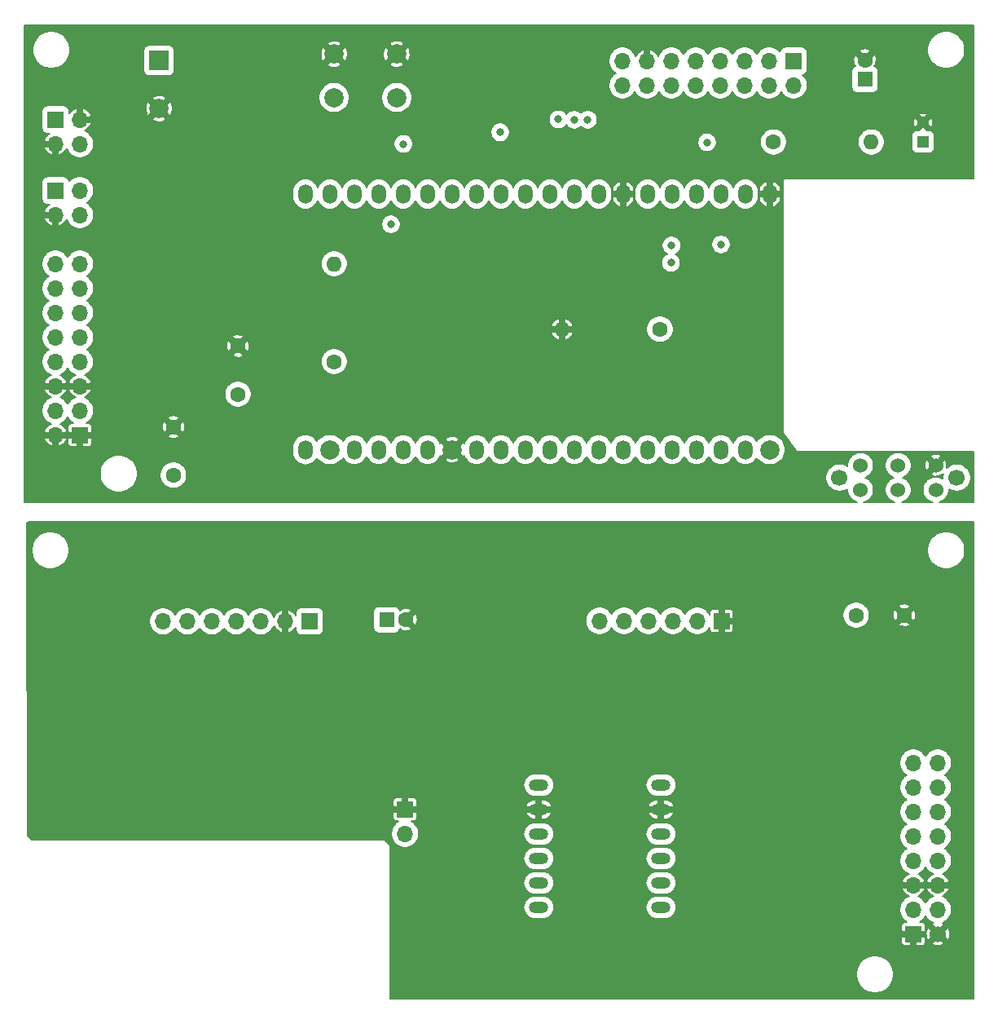
<source format=gbr>
G04 #@! TF.GenerationSoftware,KiCad,Pcbnew,(5.1.5)-3*
G04 #@! TF.CreationDate,2020-05-02T21:00:29-04:00*
G04 #@! TF.ProjectId,CombinedPnl_pcb-r2,436f6d62-696e-4656-9450-6e6c5f706362,rev?*
G04 #@! TF.SameCoordinates,Original*
G04 #@! TF.FileFunction,Copper,L3,Inr*
G04 #@! TF.FilePolarity,Positive*
%FSLAX46Y46*%
G04 Gerber Fmt 4.6, Leading zero omitted, Abs format (unit mm)*
G04 Created by KiCad (PCBNEW (5.1.5)-3) date 2020-05-02 21:00:29*
%MOMM*%
%LPD*%
G04 APERTURE LIST*
%ADD10O,1.700000X1.700000*%
%ADD11R,1.700000X1.700000*%
%ADD12O,1.500000X2.000000*%
%ADD13C,2.000000*%
%ADD14C,1.524000*%
%ADD15C,1.700000*%
%ADD16C,1.600000*%
%ADD17O,1.600000X1.600000*%
%ADD18R,2.000000X2.000000*%
%ADD19C,1.200000*%
%ADD20R,1.200000X1.200000*%
%ADD21R,1.600000X1.600000*%
%ADD22O,2.000000X1.200000*%
%ADD23C,0.800000*%
%ADD24C,0.200000*%
G04 APERTURE END LIST*
D10*
X109220000Y-101139001D03*
X111760000Y-101139001D03*
X114300000Y-101139001D03*
X116840000Y-101139001D03*
X119380000Y-101139001D03*
X121920000Y-101139001D03*
D11*
X124460000Y-101139001D03*
D10*
X154559000Y-101092000D03*
X157099000Y-101092000D03*
X159639000Y-101092000D03*
X162179000Y-101092000D03*
X164719000Y-101092000D03*
D11*
X167259000Y-101092000D03*
D10*
X98044000Y-64008000D03*
X100584000Y-64008000D03*
X98044000Y-66548000D03*
X100584000Y-66548000D03*
X98044000Y-69088000D03*
X100584000Y-69088000D03*
X98044000Y-71628000D03*
X100584000Y-71628000D03*
X98044000Y-74168000D03*
X100584000Y-74168000D03*
X98044000Y-76708000D03*
X100584000Y-76708000D03*
X98044000Y-79248000D03*
X100584000Y-79248000D03*
X98044000Y-81788000D03*
D11*
X100584000Y-81788000D03*
D12*
X124020000Y-56770000D03*
X124020000Y-83320000D03*
X172280000Y-56770000D03*
D13*
X172280000Y-83306000D03*
D12*
X169740000Y-56770000D03*
X169740000Y-83306000D03*
X167200000Y-56770000D03*
X167200000Y-83306000D03*
X164660000Y-56770000D03*
X164660000Y-83306000D03*
X162120000Y-56770000D03*
X162120000Y-83306000D03*
X159580000Y-56770000D03*
X159580000Y-83306000D03*
X157040000Y-56770000D03*
X157040000Y-83306000D03*
X154500000Y-56770000D03*
X154500000Y-83306000D03*
X151960000Y-56770000D03*
X151960000Y-83306000D03*
X149420000Y-56770000D03*
X149420000Y-83306000D03*
X146880000Y-56770000D03*
X146880000Y-83306000D03*
X144340000Y-56770000D03*
X144340000Y-83306000D03*
X141800000Y-56770000D03*
X141800000Y-83306000D03*
X139260000Y-56770000D03*
D13*
X139260000Y-83306000D03*
D12*
X136720000Y-56770000D03*
X136720000Y-83306000D03*
X134180000Y-56770000D03*
X134180000Y-83306000D03*
X131640000Y-56770000D03*
X131640000Y-83306000D03*
X129100000Y-56770000D03*
X129100000Y-83306000D03*
X126560000Y-56770000D03*
D13*
X126560000Y-83306000D03*
D14*
X181710000Y-87480000D03*
X185616000Y-87480000D03*
X189522000Y-87480000D03*
X181710000Y-84940000D03*
X189522000Y-84940000D03*
X185616000Y-84940000D03*
D15*
X179520000Y-86210000D03*
X191712000Y-86210000D03*
D13*
X133500000Y-46736000D03*
X133500000Y-42236000D03*
X127000000Y-46736000D03*
X127000000Y-42236000D03*
D16*
X127000000Y-74168000D03*
D17*
X127000000Y-64008000D03*
D10*
X100584000Y-51562000D03*
X98044000Y-51562000D03*
X100584000Y-49022000D03*
D11*
X98044000Y-49022000D03*
D13*
X108800000Y-47900000D03*
D18*
X108800000Y-42900000D03*
D11*
X174752000Y-42926000D03*
D10*
X174752000Y-45466000D03*
X172212000Y-42926000D03*
X172212000Y-45466000D03*
X169672000Y-42926000D03*
X169672000Y-45466000D03*
X167132000Y-42926000D03*
X167132000Y-45466000D03*
X164592000Y-42926000D03*
X164592000Y-45466000D03*
X162052000Y-42926000D03*
X162052000Y-45466000D03*
X159512000Y-42926000D03*
X159512000Y-45466000D03*
X156972000Y-42926000D03*
X156972000Y-45466000D03*
D11*
X98044000Y-56388000D03*
D10*
X100584000Y-56388000D03*
X98044000Y-58928000D03*
X100584000Y-58928000D03*
D17*
X182810000Y-51350000D03*
D16*
X172650000Y-51350000D03*
D19*
X188200000Y-49350000D03*
D20*
X188200000Y-51350000D03*
D17*
X150690000Y-70800000D03*
D16*
X160850000Y-70800000D03*
X182150000Y-42850000D03*
D21*
X182150000Y-44850000D03*
D10*
X134366000Y-123190000D03*
D11*
X134366000Y-120650000D03*
D15*
X189738000Y-133604000D03*
D11*
X187198000Y-133604000D03*
D10*
X189738000Y-131064000D03*
X187198000Y-131064000D03*
X189738000Y-128524000D03*
X187198000Y-128524000D03*
X189738000Y-125984000D03*
X187198000Y-125984000D03*
X189738000Y-123444000D03*
X187198000Y-123444000D03*
X189738000Y-120904000D03*
X187198000Y-120904000D03*
X189738000Y-118364000D03*
X187198000Y-118364000D03*
X189738000Y-115824000D03*
X187198000Y-115824000D03*
D22*
X148270000Y-130830000D03*
X160970000Y-130830000D03*
X148270000Y-128290000D03*
X160970000Y-128290000D03*
X148270000Y-125750000D03*
X160970000Y-125750000D03*
X148270000Y-123210000D03*
X160970000Y-123210000D03*
X148270000Y-120670000D03*
X160970000Y-120670000D03*
X148270000Y-118130000D03*
X160970000Y-118130000D03*
D16*
X134461000Y-100965000D03*
D21*
X132461000Y-100965000D03*
D16*
X110300000Y-85950000D03*
X110300000Y-80950000D03*
X117000000Y-77550000D03*
X117000000Y-72550000D03*
X181250000Y-100500000D03*
X186250000Y-100500000D03*
D23*
X167200000Y-62000006D03*
X134188000Y-51562000D03*
X162000000Y-63900000D03*
X132900000Y-59900000D03*
X162050000Y-62100000D03*
X165750000Y-51400000D03*
X144250000Y-50350000D03*
X153350000Y-49050000D03*
X150300000Y-49000004D03*
X151950008Y-49050000D03*
D24*
G36*
X193448000Y-55130257D02*
G01*
X173749747Y-55180000D01*
X173730491Y-55181921D01*
X173711732Y-55187612D01*
X173694443Y-55196853D01*
X173679289Y-55209289D01*
X173666853Y-55224443D01*
X173657612Y-55241732D01*
X173651921Y-55260491D01*
X173650000Y-55280000D01*
X173650000Y-81500000D01*
X173652633Y-81522795D01*
X173658951Y-81541352D01*
X173668768Y-81558321D01*
X175068768Y-83508321D01*
X175079336Y-83520757D01*
X175094497Y-83533183D01*
X175111792Y-83542413D01*
X175130555Y-83548091D01*
X175150065Y-83550000D01*
X193448000Y-83538041D01*
X193448000Y-88800000D01*
X189867293Y-88800000D01*
X189919281Y-88789659D01*
X190167149Y-88686989D01*
X190390224Y-88537934D01*
X190579934Y-88348224D01*
X190728989Y-88125149D01*
X190831659Y-87877281D01*
X190884000Y-87614145D01*
X190884000Y-87400648D01*
X191025167Y-87494973D01*
X191289051Y-87604277D01*
X191569187Y-87660000D01*
X191854813Y-87660000D01*
X192134949Y-87604277D01*
X192398833Y-87494973D01*
X192636321Y-87336289D01*
X192838289Y-87134321D01*
X192996973Y-86896833D01*
X193106277Y-86632949D01*
X193162000Y-86352813D01*
X193162000Y-86067187D01*
X193106277Y-85787051D01*
X192996973Y-85523167D01*
X192838289Y-85285679D01*
X192636321Y-85083711D01*
X192398833Y-84925027D01*
X192134949Y-84815723D01*
X191854813Y-84760000D01*
X191569187Y-84760000D01*
X191289051Y-84815723D01*
X191025167Y-84925027D01*
X190787679Y-85083711D01*
X190653536Y-85217854D01*
X190662442Y-85190464D01*
X190689392Y-84963163D01*
X190671479Y-84734971D01*
X190609393Y-84514658D01*
X190591665Y-84471859D01*
X190432710Y-84382843D01*
X189875553Y-84940000D01*
X189889696Y-84954143D01*
X189536143Y-85307696D01*
X189522000Y-85293553D01*
X188964843Y-85850710D01*
X189053859Y-86009665D01*
X189271536Y-86080442D01*
X189498837Y-86107392D01*
X189727029Y-86089479D01*
X189947342Y-86027393D01*
X189990141Y-86009665D01*
X190079156Y-85850712D01*
X190170514Y-85942070D01*
X190315784Y-85796800D01*
X190262000Y-86067187D01*
X190262000Y-86336389D01*
X190167149Y-86273011D01*
X189919281Y-86170341D01*
X189656145Y-86118000D01*
X189387855Y-86118000D01*
X189124719Y-86170341D01*
X188876851Y-86273011D01*
X188653776Y-86422066D01*
X188464066Y-86611776D01*
X188315011Y-86834851D01*
X188212341Y-87082719D01*
X188160000Y-87345855D01*
X188160000Y-87614145D01*
X188212341Y-87877281D01*
X188315011Y-88125149D01*
X188464066Y-88348224D01*
X188653776Y-88537934D01*
X188876851Y-88686989D01*
X189124719Y-88789659D01*
X189176707Y-88800000D01*
X185961293Y-88800000D01*
X186013281Y-88789659D01*
X186261149Y-88686989D01*
X186484224Y-88537934D01*
X186673934Y-88348224D01*
X186822989Y-88125149D01*
X186925659Y-87877281D01*
X186978000Y-87614145D01*
X186978000Y-87345855D01*
X186925659Y-87082719D01*
X186822989Y-86834851D01*
X186673934Y-86611776D01*
X186484224Y-86422066D01*
X186261149Y-86273011D01*
X186109027Y-86210000D01*
X186261149Y-86146989D01*
X186484224Y-85997934D01*
X186673934Y-85808224D01*
X186822989Y-85585149D01*
X186925659Y-85337281D01*
X186978000Y-85074145D01*
X186978000Y-84916837D01*
X188354608Y-84916837D01*
X188372521Y-85145029D01*
X188434607Y-85365342D01*
X188452335Y-85408141D01*
X188611290Y-85497157D01*
X189168447Y-84940000D01*
X188611290Y-84382843D01*
X188452335Y-84471859D01*
X188381558Y-84689536D01*
X188354608Y-84916837D01*
X186978000Y-84916837D01*
X186978000Y-84805855D01*
X186925659Y-84542719D01*
X186822989Y-84294851D01*
X186673934Y-84071776D01*
X186631448Y-84029290D01*
X188964843Y-84029290D01*
X189522000Y-84586447D01*
X190079157Y-84029290D01*
X189990141Y-83870335D01*
X189772464Y-83799558D01*
X189545163Y-83772608D01*
X189316971Y-83790521D01*
X189096658Y-83852607D01*
X189053859Y-83870335D01*
X188964843Y-84029290D01*
X186631448Y-84029290D01*
X186484224Y-83882066D01*
X186261149Y-83733011D01*
X186013281Y-83630341D01*
X185750145Y-83578000D01*
X185481855Y-83578000D01*
X185218719Y-83630341D01*
X184970851Y-83733011D01*
X184747776Y-83882066D01*
X184558066Y-84071776D01*
X184409011Y-84294851D01*
X184306341Y-84542719D01*
X184254000Y-84805855D01*
X184254000Y-85074145D01*
X184306341Y-85337281D01*
X184409011Y-85585149D01*
X184558066Y-85808224D01*
X184747776Y-85997934D01*
X184970851Y-86146989D01*
X185122973Y-86210000D01*
X184970851Y-86273011D01*
X184747776Y-86422066D01*
X184558066Y-86611776D01*
X184409011Y-86834851D01*
X184306341Y-87082719D01*
X184254000Y-87345855D01*
X184254000Y-87614145D01*
X184306341Y-87877281D01*
X184409011Y-88125149D01*
X184558066Y-88348224D01*
X184747776Y-88537934D01*
X184970851Y-88686989D01*
X185218719Y-88789659D01*
X185270707Y-88800000D01*
X182055293Y-88800000D01*
X182107281Y-88789659D01*
X182355149Y-88686989D01*
X182578224Y-88537934D01*
X182767934Y-88348224D01*
X182916989Y-88125149D01*
X183019659Y-87877281D01*
X183072000Y-87614145D01*
X183072000Y-87345855D01*
X183019659Y-87082719D01*
X182916989Y-86834851D01*
X182767934Y-86611776D01*
X182578224Y-86422066D01*
X182355149Y-86273011D01*
X182203027Y-86210000D01*
X182355149Y-86146989D01*
X182578224Y-85997934D01*
X182767934Y-85808224D01*
X182916989Y-85585149D01*
X183019659Y-85337281D01*
X183072000Y-85074145D01*
X183072000Y-84805855D01*
X183019659Y-84542719D01*
X182916989Y-84294851D01*
X182767934Y-84071776D01*
X182578224Y-83882066D01*
X182355149Y-83733011D01*
X182107281Y-83630341D01*
X181844145Y-83578000D01*
X181575855Y-83578000D01*
X181312719Y-83630341D01*
X181064851Y-83733011D01*
X180841776Y-83882066D01*
X180652066Y-84071776D01*
X180503011Y-84294851D01*
X180400341Y-84542719D01*
X180348000Y-84805855D01*
X180348000Y-85019352D01*
X180206833Y-84925027D01*
X179942949Y-84815723D01*
X179662813Y-84760000D01*
X179377187Y-84760000D01*
X179097051Y-84815723D01*
X178833167Y-84925027D01*
X178595679Y-85083711D01*
X178393711Y-85285679D01*
X178235027Y-85523167D01*
X178125723Y-85787051D01*
X178070000Y-86067187D01*
X178070000Y-86352813D01*
X178125723Y-86632949D01*
X178235027Y-86896833D01*
X178393711Y-87134321D01*
X178595679Y-87336289D01*
X178833167Y-87494973D01*
X179097051Y-87604277D01*
X179377187Y-87660000D01*
X179662813Y-87660000D01*
X179942949Y-87604277D01*
X180206833Y-87494973D01*
X180348000Y-87400648D01*
X180348000Y-87614145D01*
X180400341Y-87877281D01*
X180503011Y-88125149D01*
X180652066Y-88348224D01*
X180841776Y-88537934D01*
X181064851Y-88686989D01*
X181312719Y-88789659D01*
X181364707Y-88800000D01*
X94842000Y-88800000D01*
X94842000Y-85607942D01*
X102650000Y-85607942D01*
X102650000Y-85992058D01*
X102724938Y-86368794D01*
X102871933Y-86723671D01*
X103085336Y-87043052D01*
X103356948Y-87314664D01*
X103676329Y-87528067D01*
X104031206Y-87675062D01*
X104407942Y-87750000D01*
X104792058Y-87750000D01*
X105168794Y-87675062D01*
X105523671Y-87528067D01*
X105843052Y-87314664D01*
X106114664Y-87043052D01*
X106328067Y-86723671D01*
X106475062Y-86368794D01*
X106550000Y-85992058D01*
X106550000Y-85812112D01*
X108900000Y-85812112D01*
X108900000Y-86087888D01*
X108953801Y-86358365D01*
X109059336Y-86613149D01*
X109212549Y-86842448D01*
X109407552Y-87037451D01*
X109636851Y-87190664D01*
X109891635Y-87296199D01*
X110162112Y-87350000D01*
X110437888Y-87350000D01*
X110708365Y-87296199D01*
X110963149Y-87190664D01*
X111192448Y-87037451D01*
X111387451Y-86842448D01*
X111540664Y-86613149D01*
X111646199Y-86358365D01*
X111700000Y-86087888D01*
X111700000Y-85812112D01*
X111646199Y-85541635D01*
X111540664Y-85286851D01*
X111387451Y-85057552D01*
X111192448Y-84862549D01*
X110963149Y-84709336D01*
X110708365Y-84603801D01*
X110437888Y-84550000D01*
X110162112Y-84550000D01*
X109891635Y-84603801D01*
X109636851Y-84709336D01*
X109407552Y-84862549D01*
X109212549Y-85057552D01*
X109059336Y-85286851D01*
X108953801Y-85541635D01*
X108900000Y-85812112D01*
X106550000Y-85812112D01*
X106550000Y-85607942D01*
X106475062Y-85231206D01*
X106328067Y-84876329D01*
X106114664Y-84556948D01*
X105843052Y-84285336D01*
X105523671Y-84071933D01*
X105168794Y-83924938D01*
X104792058Y-83850000D01*
X104407942Y-83850000D01*
X104031206Y-83924938D01*
X103676329Y-84071933D01*
X103356948Y-84285336D01*
X103085336Y-84556948D01*
X102871933Y-84876329D01*
X102724938Y-85231206D01*
X102650000Y-85607942D01*
X94842000Y-85607942D01*
X94842000Y-82226514D01*
X96873442Y-82226514D01*
X96906204Y-82305639D01*
X97029053Y-82517666D01*
X97190906Y-82701652D01*
X97385543Y-82850527D01*
X97605484Y-82958569D01*
X97794000Y-82912756D01*
X97794000Y-82038000D01*
X98294000Y-82038000D01*
X98294000Y-82912756D01*
X98482516Y-82958569D01*
X98702457Y-82850527D01*
X98897094Y-82701652D01*
X98953088Y-82638000D01*
X99332065Y-82638000D01*
X99339788Y-82716414D01*
X99362660Y-82791814D01*
X99399803Y-82861303D01*
X99449789Y-82922211D01*
X99510697Y-82972197D01*
X99580186Y-83009340D01*
X99655586Y-83032212D01*
X99734000Y-83039935D01*
X100234000Y-83038000D01*
X100334000Y-82938000D01*
X100334000Y-82038000D01*
X100834000Y-82038000D01*
X100834000Y-82938000D01*
X100934000Y-83038000D01*
X101434000Y-83039935D01*
X101512414Y-83032212D01*
X101587814Y-83009340D01*
X101598403Y-83003680D01*
X122670000Y-83003680D01*
X122670000Y-83636321D01*
X122689533Y-83834646D01*
X122766728Y-84089122D01*
X122892085Y-84323649D01*
X123060788Y-84529213D01*
X123266352Y-84697915D01*
X123500879Y-84823272D01*
X123755355Y-84900467D01*
X124020000Y-84926532D01*
X124284646Y-84900467D01*
X124539122Y-84823272D01*
X124773649Y-84697915D01*
X124979213Y-84529213D01*
X125147915Y-84323649D01*
X125222469Y-84184168D01*
X125317199Y-84325941D01*
X125540059Y-84548801D01*
X125802116Y-84723902D01*
X126093297Y-84844513D01*
X126402414Y-84906000D01*
X126717586Y-84906000D01*
X127026703Y-84844513D01*
X127317884Y-84723902D01*
X127579941Y-84548801D01*
X127802801Y-84325941D01*
X127901689Y-84177945D01*
X127972085Y-84309648D01*
X128140787Y-84515212D01*
X128346351Y-84683915D01*
X128580878Y-84809272D01*
X128835354Y-84886467D01*
X129100000Y-84912532D01*
X129364645Y-84886467D01*
X129619121Y-84809272D01*
X129853648Y-84683915D01*
X130059212Y-84515213D01*
X130227915Y-84309649D01*
X130353272Y-84075122D01*
X130370000Y-84019977D01*
X130386728Y-84075121D01*
X130512085Y-84309648D01*
X130680787Y-84515212D01*
X130886351Y-84683915D01*
X131120878Y-84809272D01*
X131375354Y-84886467D01*
X131640000Y-84912532D01*
X131904645Y-84886467D01*
X132159121Y-84809272D01*
X132393648Y-84683915D01*
X132599212Y-84515213D01*
X132767915Y-84309649D01*
X132893272Y-84075122D01*
X132910000Y-84019977D01*
X132926728Y-84075121D01*
X133052085Y-84309648D01*
X133220787Y-84515212D01*
X133426351Y-84683915D01*
X133660878Y-84809272D01*
X133915354Y-84886467D01*
X134180000Y-84912532D01*
X134444645Y-84886467D01*
X134699121Y-84809272D01*
X134933648Y-84683915D01*
X135139212Y-84515213D01*
X135307915Y-84309649D01*
X135433272Y-84075122D01*
X135450000Y-84019977D01*
X135466728Y-84075121D01*
X135592085Y-84309648D01*
X135760787Y-84515212D01*
X135966351Y-84683915D01*
X136200878Y-84809272D01*
X136455354Y-84886467D01*
X136720000Y-84912532D01*
X136984645Y-84886467D01*
X137239121Y-84809272D01*
X137473648Y-84683915D01*
X137679212Y-84515213D01*
X137782187Y-84389738D01*
X138529815Y-84389738D01*
X138648535Y-84572935D01*
X138907451Y-84667882D01*
X139179915Y-84710493D01*
X139455456Y-84699130D01*
X139723487Y-84634229D01*
X139871465Y-84572935D01*
X139990185Y-84389738D01*
X139260000Y-83659553D01*
X138529815Y-84389738D01*
X137782187Y-84389738D01*
X137847915Y-84309649D01*
X137973272Y-84075122D01*
X138016492Y-83932647D01*
X138176262Y-84036185D01*
X138906447Y-83306000D01*
X139613553Y-83306000D01*
X140343738Y-84036185D01*
X140503509Y-83932646D01*
X140546728Y-84075121D01*
X140672085Y-84309648D01*
X140840787Y-84515212D01*
X141046351Y-84683915D01*
X141280878Y-84809272D01*
X141535354Y-84886467D01*
X141800000Y-84912532D01*
X142064645Y-84886467D01*
X142319121Y-84809272D01*
X142553648Y-84683915D01*
X142759212Y-84515213D01*
X142927915Y-84309649D01*
X143053272Y-84075122D01*
X143070000Y-84019977D01*
X143086728Y-84075121D01*
X143212085Y-84309648D01*
X143380787Y-84515212D01*
X143586351Y-84683915D01*
X143820878Y-84809272D01*
X144075354Y-84886467D01*
X144340000Y-84912532D01*
X144604645Y-84886467D01*
X144859121Y-84809272D01*
X145093648Y-84683915D01*
X145299212Y-84515213D01*
X145467915Y-84309649D01*
X145593272Y-84075122D01*
X145610000Y-84019977D01*
X145626728Y-84075121D01*
X145752085Y-84309648D01*
X145920787Y-84515212D01*
X146126351Y-84683915D01*
X146360878Y-84809272D01*
X146615354Y-84886467D01*
X146880000Y-84912532D01*
X147144645Y-84886467D01*
X147399121Y-84809272D01*
X147633648Y-84683915D01*
X147839212Y-84515213D01*
X148007915Y-84309649D01*
X148133272Y-84075122D01*
X148150000Y-84019977D01*
X148166728Y-84075121D01*
X148292085Y-84309648D01*
X148460787Y-84515212D01*
X148666351Y-84683915D01*
X148900878Y-84809272D01*
X149155354Y-84886467D01*
X149420000Y-84912532D01*
X149684645Y-84886467D01*
X149939121Y-84809272D01*
X150173648Y-84683915D01*
X150379212Y-84515213D01*
X150547915Y-84309649D01*
X150673272Y-84075122D01*
X150690000Y-84019977D01*
X150706728Y-84075121D01*
X150832085Y-84309648D01*
X151000787Y-84515212D01*
X151206351Y-84683915D01*
X151440878Y-84809272D01*
X151695354Y-84886467D01*
X151960000Y-84912532D01*
X152224645Y-84886467D01*
X152479121Y-84809272D01*
X152713648Y-84683915D01*
X152919212Y-84515213D01*
X153087915Y-84309649D01*
X153213272Y-84075122D01*
X153230000Y-84019977D01*
X153246728Y-84075121D01*
X153372085Y-84309648D01*
X153540787Y-84515212D01*
X153746351Y-84683915D01*
X153980878Y-84809272D01*
X154235354Y-84886467D01*
X154500000Y-84912532D01*
X154764645Y-84886467D01*
X155019121Y-84809272D01*
X155253648Y-84683915D01*
X155459212Y-84515213D01*
X155627915Y-84309649D01*
X155753272Y-84075122D01*
X155770000Y-84019977D01*
X155786728Y-84075121D01*
X155912085Y-84309648D01*
X156080787Y-84515212D01*
X156286351Y-84683915D01*
X156520878Y-84809272D01*
X156775354Y-84886467D01*
X157040000Y-84912532D01*
X157304645Y-84886467D01*
X157559121Y-84809272D01*
X157793648Y-84683915D01*
X157999212Y-84515213D01*
X158167915Y-84309649D01*
X158293272Y-84075122D01*
X158310000Y-84019977D01*
X158326728Y-84075121D01*
X158452085Y-84309648D01*
X158620787Y-84515212D01*
X158826351Y-84683915D01*
X159060878Y-84809272D01*
X159315354Y-84886467D01*
X159580000Y-84912532D01*
X159844645Y-84886467D01*
X160099121Y-84809272D01*
X160333648Y-84683915D01*
X160539212Y-84515213D01*
X160707915Y-84309649D01*
X160833272Y-84075122D01*
X160850000Y-84019977D01*
X160866728Y-84075121D01*
X160992085Y-84309648D01*
X161160787Y-84515212D01*
X161366351Y-84683915D01*
X161600878Y-84809272D01*
X161855354Y-84886467D01*
X162120000Y-84912532D01*
X162384645Y-84886467D01*
X162639121Y-84809272D01*
X162873648Y-84683915D01*
X163079212Y-84515213D01*
X163247915Y-84309649D01*
X163373272Y-84075122D01*
X163390000Y-84019977D01*
X163406728Y-84075121D01*
X163532085Y-84309648D01*
X163700787Y-84515212D01*
X163906351Y-84683915D01*
X164140878Y-84809272D01*
X164395354Y-84886467D01*
X164660000Y-84912532D01*
X164924645Y-84886467D01*
X165179121Y-84809272D01*
X165413648Y-84683915D01*
X165619212Y-84515213D01*
X165787915Y-84309649D01*
X165913272Y-84075122D01*
X165930000Y-84019977D01*
X165946728Y-84075121D01*
X166072085Y-84309648D01*
X166240787Y-84515212D01*
X166446351Y-84683915D01*
X166680878Y-84809272D01*
X166935354Y-84886467D01*
X167200000Y-84912532D01*
X167464645Y-84886467D01*
X167719121Y-84809272D01*
X167953648Y-84683915D01*
X168159212Y-84515213D01*
X168327915Y-84309649D01*
X168453272Y-84075122D01*
X168470000Y-84019977D01*
X168486728Y-84075121D01*
X168612085Y-84309648D01*
X168780787Y-84515212D01*
X168986351Y-84683915D01*
X169220878Y-84809272D01*
X169475354Y-84886467D01*
X169740000Y-84912532D01*
X170004645Y-84886467D01*
X170259121Y-84809272D01*
X170493648Y-84683915D01*
X170699212Y-84515213D01*
X170867915Y-84309649D01*
X170938312Y-84177946D01*
X171037199Y-84325941D01*
X171260059Y-84548801D01*
X171522116Y-84723902D01*
X171813297Y-84844513D01*
X172122414Y-84906000D01*
X172437586Y-84906000D01*
X172746703Y-84844513D01*
X173037884Y-84723902D01*
X173299941Y-84548801D01*
X173522801Y-84325941D01*
X173697902Y-84063884D01*
X173818513Y-83772703D01*
X173880000Y-83463586D01*
X173880000Y-83148414D01*
X173818513Y-82839297D01*
X173697902Y-82548116D01*
X173522801Y-82286059D01*
X173299941Y-82063199D01*
X173037884Y-81888098D01*
X172746703Y-81767487D01*
X172437586Y-81706000D01*
X172122414Y-81706000D01*
X171813297Y-81767487D01*
X171522116Y-81888098D01*
X171260059Y-82063199D01*
X171037199Y-82286059D01*
X170938312Y-82434054D01*
X170867915Y-82302351D01*
X170699213Y-82096787D01*
X170493649Y-81928085D01*
X170259122Y-81802728D01*
X170004646Y-81725533D01*
X169740000Y-81699468D01*
X169475355Y-81725533D01*
X169220879Y-81802728D01*
X168986352Y-81928085D01*
X168780788Y-82096787D01*
X168612085Y-82302351D01*
X168486728Y-82536878D01*
X168470000Y-82592023D01*
X168453272Y-82536879D01*
X168327915Y-82302351D01*
X168159213Y-82096787D01*
X167953649Y-81928085D01*
X167719122Y-81802728D01*
X167464646Y-81725533D01*
X167200000Y-81699468D01*
X166935355Y-81725533D01*
X166680879Y-81802728D01*
X166446352Y-81928085D01*
X166240788Y-82096787D01*
X166072085Y-82302351D01*
X165946728Y-82536878D01*
X165930000Y-82592023D01*
X165913272Y-82536879D01*
X165787915Y-82302351D01*
X165619213Y-82096787D01*
X165413649Y-81928085D01*
X165179122Y-81802728D01*
X164924646Y-81725533D01*
X164660000Y-81699468D01*
X164395355Y-81725533D01*
X164140879Y-81802728D01*
X163906352Y-81928085D01*
X163700788Y-82096787D01*
X163532085Y-82302351D01*
X163406728Y-82536878D01*
X163390000Y-82592023D01*
X163373272Y-82536879D01*
X163247915Y-82302351D01*
X163079213Y-82096787D01*
X162873649Y-81928085D01*
X162639122Y-81802728D01*
X162384646Y-81725533D01*
X162120000Y-81699468D01*
X161855355Y-81725533D01*
X161600879Y-81802728D01*
X161366352Y-81928085D01*
X161160788Y-82096787D01*
X160992085Y-82302351D01*
X160866728Y-82536878D01*
X160850000Y-82592023D01*
X160833272Y-82536879D01*
X160707915Y-82302351D01*
X160539213Y-82096787D01*
X160333649Y-81928085D01*
X160099122Y-81802728D01*
X159844646Y-81725533D01*
X159580000Y-81699468D01*
X159315355Y-81725533D01*
X159060879Y-81802728D01*
X158826352Y-81928085D01*
X158620788Y-82096787D01*
X158452085Y-82302351D01*
X158326728Y-82536878D01*
X158310000Y-82592023D01*
X158293272Y-82536879D01*
X158167915Y-82302351D01*
X157999213Y-82096787D01*
X157793649Y-81928085D01*
X157559122Y-81802728D01*
X157304646Y-81725533D01*
X157040000Y-81699468D01*
X156775355Y-81725533D01*
X156520879Y-81802728D01*
X156286352Y-81928085D01*
X156080788Y-82096787D01*
X155912085Y-82302351D01*
X155786728Y-82536878D01*
X155770000Y-82592023D01*
X155753272Y-82536879D01*
X155627915Y-82302351D01*
X155459213Y-82096787D01*
X155253649Y-81928085D01*
X155019122Y-81802728D01*
X154764646Y-81725533D01*
X154500000Y-81699468D01*
X154235355Y-81725533D01*
X153980879Y-81802728D01*
X153746352Y-81928085D01*
X153540788Y-82096787D01*
X153372085Y-82302351D01*
X153246728Y-82536878D01*
X153230000Y-82592023D01*
X153213272Y-82536879D01*
X153087915Y-82302351D01*
X152919213Y-82096787D01*
X152713649Y-81928085D01*
X152479122Y-81802728D01*
X152224646Y-81725533D01*
X151960000Y-81699468D01*
X151695355Y-81725533D01*
X151440879Y-81802728D01*
X151206352Y-81928085D01*
X151000788Y-82096787D01*
X150832085Y-82302351D01*
X150706728Y-82536878D01*
X150690000Y-82592023D01*
X150673272Y-82536879D01*
X150547915Y-82302351D01*
X150379213Y-82096787D01*
X150173649Y-81928085D01*
X149939122Y-81802728D01*
X149684646Y-81725533D01*
X149420000Y-81699468D01*
X149155355Y-81725533D01*
X148900879Y-81802728D01*
X148666352Y-81928085D01*
X148460788Y-82096787D01*
X148292085Y-82302351D01*
X148166728Y-82536878D01*
X148150000Y-82592023D01*
X148133272Y-82536879D01*
X148007915Y-82302351D01*
X147839213Y-82096787D01*
X147633649Y-81928085D01*
X147399122Y-81802728D01*
X147144646Y-81725533D01*
X146880000Y-81699468D01*
X146615355Y-81725533D01*
X146360879Y-81802728D01*
X146126352Y-81928085D01*
X145920788Y-82096787D01*
X145752085Y-82302351D01*
X145626728Y-82536878D01*
X145610000Y-82592023D01*
X145593272Y-82536879D01*
X145467915Y-82302351D01*
X145299213Y-82096787D01*
X145093649Y-81928085D01*
X144859122Y-81802728D01*
X144604646Y-81725533D01*
X144340000Y-81699468D01*
X144075355Y-81725533D01*
X143820879Y-81802728D01*
X143586352Y-81928085D01*
X143380788Y-82096787D01*
X143212085Y-82302351D01*
X143086728Y-82536878D01*
X143070000Y-82592023D01*
X143053272Y-82536879D01*
X142927915Y-82302351D01*
X142759213Y-82096787D01*
X142553649Y-81928085D01*
X142319122Y-81802728D01*
X142064646Y-81725533D01*
X141800000Y-81699468D01*
X141535355Y-81725533D01*
X141280879Y-81802728D01*
X141046352Y-81928085D01*
X140840788Y-82096787D01*
X140672085Y-82302351D01*
X140546728Y-82536878D01*
X140503508Y-82679353D01*
X140343738Y-82575815D01*
X139613553Y-83306000D01*
X138906447Y-83306000D01*
X138176262Y-82575815D01*
X138016491Y-82679354D01*
X137973272Y-82536879D01*
X137847915Y-82302351D01*
X137782188Y-82222262D01*
X138529815Y-82222262D01*
X139260000Y-82952447D01*
X139990185Y-82222262D01*
X139871465Y-82039065D01*
X139612549Y-81944118D01*
X139340085Y-81901507D01*
X139064544Y-81912870D01*
X138796513Y-81977771D01*
X138648535Y-82039065D01*
X138529815Y-82222262D01*
X137782188Y-82222262D01*
X137679213Y-82096787D01*
X137473649Y-81928085D01*
X137239122Y-81802728D01*
X136984646Y-81725533D01*
X136720000Y-81699468D01*
X136455355Y-81725533D01*
X136200879Y-81802728D01*
X135966352Y-81928085D01*
X135760788Y-82096787D01*
X135592085Y-82302351D01*
X135466728Y-82536878D01*
X135450000Y-82592023D01*
X135433272Y-82536879D01*
X135307915Y-82302351D01*
X135139213Y-82096787D01*
X134933649Y-81928085D01*
X134699122Y-81802728D01*
X134444646Y-81725533D01*
X134180000Y-81699468D01*
X133915355Y-81725533D01*
X133660879Y-81802728D01*
X133426352Y-81928085D01*
X133220788Y-82096787D01*
X133052085Y-82302351D01*
X132926728Y-82536878D01*
X132910000Y-82592023D01*
X132893272Y-82536879D01*
X132767915Y-82302351D01*
X132599213Y-82096787D01*
X132393649Y-81928085D01*
X132159122Y-81802728D01*
X131904646Y-81725533D01*
X131640000Y-81699468D01*
X131375355Y-81725533D01*
X131120879Y-81802728D01*
X130886352Y-81928085D01*
X130680788Y-82096787D01*
X130512085Y-82302351D01*
X130386728Y-82536878D01*
X130370000Y-82592023D01*
X130353272Y-82536879D01*
X130227915Y-82302351D01*
X130059213Y-82096787D01*
X129853649Y-81928085D01*
X129619122Y-81802728D01*
X129364646Y-81725533D01*
X129100000Y-81699468D01*
X128835355Y-81725533D01*
X128580879Y-81802728D01*
X128346352Y-81928085D01*
X128140788Y-82096787D01*
X127972085Y-82302351D01*
X127901688Y-82434054D01*
X127802801Y-82286059D01*
X127579941Y-82063199D01*
X127317884Y-81888098D01*
X127026703Y-81767487D01*
X126717586Y-81706000D01*
X126402414Y-81706000D01*
X126093297Y-81767487D01*
X125802116Y-81888098D01*
X125540059Y-82063199D01*
X125317199Y-82286059D01*
X125214154Y-82440276D01*
X125147915Y-82316351D01*
X124979212Y-82110787D01*
X124773648Y-81942085D01*
X124539121Y-81816728D01*
X124284645Y-81739533D01*
X124020000Y-81713468D01*
X123755354Y-81739533D01*
X123500878Y-81816728D01*
X123266351Y-81942085D01*
X123060787Y-82110788D01*
X122892085Y-82316352D01*
X122766728Y-82550879D01*
X122689533Y-82805355D01*
X122670000Y-83003680D01*
X101598403Y-83003680D01*
X101657303Y-82972197D01*
X101718211Y-82922211D01*
X101768197Y-82861303D01*
X101805340Y-82791814D01*
X101828212Y-82716414D01*
X101835935Y-82638000D01*
X101834000Y-82138000D01*
X101734000Y-82038000D01*
X100834000Y-82038000D01*
X100334000Y-82038000D01*
X99434000Y-82038000D01*
X99334000Y-82138000D01*
X99332065Y-82638000D01*
X98953088Y-82638000D01*
X99058947Y-82517666D01*
X99181796Y-82305639D01*
X99214558Y-82226514D01*
X99166497Y-82038000D01*
X98294000Y-82038000D01*
X97794000Y-82038000D01*
X96921503Y-82038000D01*
X96873442Y-82226514D01*
X94842000Y-82226514D01*
X94842000Y-81888454D01*
X109715099Y-81888454D01*
X109808900Y-82051266D01*
X110033183Y-82125914D01*
X110267720Y-82155373D01*
X110503497Y-82138509D01*
X110731453Y-82075972D01*
X110791100Y-82051266D01*
X110884901Y-81888454D01*
X110300000Y-81303553D01*
X109715099Y-81888454D01*
X94842000Y-81888454D01*
X94842000Y-79105187D01*
X96594000Y-79105187D01*
X96594000Y-79390813D01*
X96649723Y-79670949D01*
X96759027Y-79934833D01*
X96917711Y-80172321D01*
X97119679Y-80374289D01*
X97357167Y-80532973D01*
X97585165Y-80627412D01*
X97385543Y-80725473D01*
X97190906Y-80874348D01*
X97029053Y-81058334D01*
X96906204Y-81270361D01*
X96873442Y-81349486D01*
X96921503Y-81538000D01*
X97794000Y-81538000D01*
X97794000Y-81518000D01*
X98294000Y-81518000D01*
X98294000Y-81538000D01*
X99166497Y-81538000D01*
X99214558Y-81349486D01*
X99181796Y-81270361D01*
X99058947Y-81058334D01*
X98897094Y-80874348D01*
X98702457Y-80725473D01*
X98502835Y-80627412D01*
X98730833Y-80532973D01*
X98968321Y-80374289D01*
X99170289Y-80172321D01*
X99314000Y-79957242D01*
X99457711Y-80172321D01*
X99659679Y-80374289D01*
X99897167Y-80532973D01*
X99906241Y-80536732D01*
X99734000Y-80536065D01*
X99655586Y-80543788D01*
X99580186Y-80566660D01*
X99510697Y-80603803D01*
X99449789Y-80653789D01*
X99399803Y-80714697D01*
X99362660Y-80784186D01*
X99339788Y-80859586D01*
X99332065Y-80938000D01*
X99334000Y-81438000D01*
X99434000Y-81538000D01*
X100334000Y-81538000D01*
X100334000Y-81518000D01*
X100834000Y-81518000D01*
X100834000Y-81538000D01*
X101734000Y-81538000D01*
X101834000Y-81438000D01*
X101835935Y-80938000D01*
X101833938Y-80917720D01*
X109094627Y-80917720D01*
X109111491Y-81153497D01*
X109174028Y-81381453D01*
X109198734Y-81441100D01*
X109361546Y-81534901D01*
X109946447Y-80950000D01*
X110653553Y-80950000D01*
X111238454Y-81534901D01*
X111401266Y-81441100D01*
X111475914Y-81216817D01*
X111505373Y-80982280D01*
X111488509Y-80746503D01*
X111425972Y-80518547D01*
X111401266Y-80458900D01*
X111238454Y-80365099D01*
X110653553Y-80950000D01*
X109946447Y-80950000D01*
X109361546Y-80365099D01*
X109198734Y-80458900D01*
X109124086Y-80683183D01*
X109094627Y-80917720D01*
X101833938Y-80917720D01*
X101828212Y-80859586D01*
X101805340Y-80784186D01*
X101768197Y-80714697D01*
X101718211Y-80653789D01*
X101657303Y-80603803D01*
X101587814Y-80566660D01*
X101512414Y-80543788D01*
X101434000Y-80536065D01*
X101261759Y-80536732D01*
X101270833Y-80532973D01*
X101508321Y-80374289D01*
X101710289Y-80172321D01*
X101817715Y-80011546D01*
X109715099Y-80011546D01*
X110300000Y-80596447D01*
X110884901Y-80011546D01*
X110791100Y-79848734D01*
X110566817Y-79774086D01*
X110332280Y-79744627D01*
X110096503Y-79761491D01*
X109868547Y-79824028D01*
X109808900Y-79848734D01*
X109715099Y-80011546D01*
X101817715Y-80011546D01*
X101868973Y-79934833D01*
X101978277Y-79670949D01*
X102034000Y-79390813D01*
X102034000Y-79105187D01*
X101978277Y-78825051D01*
X101868973Y-78561167D01*
X101710289Y-78323679D01*
X101508321Y-78121711D01*
X101270833Y-77963027D01*
X101042835Y-77868588D01*
X101242457Y-77770527D01*
X101437094Y-77621652D01*
X101598947Y-77437666D01*
X101613753Y-77412112D01*
X115600000Y-77412112D01*
X115600000Y-77687888D01*
X115653801Y-77958365D01*
X115759336Y-78213149D01*
X115912549Y-78442448D01*
X116107552Y-78637451D01*
X116336851Y-78790664D01*
X116591635Y-78896199D01*
X116862112Y-78950000D01*
X117137888Y-78950000D01*
X117408365Y-78896199D01*
X117663149Y-78790664D01*
X117892448Y-78637451D01*
X118087451Y-78442448D01*
X118240664Y-78213149D01*
X118346199Y-77958365D01*
X118400000Y-77687888D01*
X118400000Y-77412112D01*
X118346199Y-77141635D01*
X118240664Y-76886851D01*
X118087451Y-76657552D01*
X117892448Y-76462549D01*
X117663149Y-76309336D01*
X117408365Y-76203801D01*
X117137888Y-76150000D01*
X116862112Y-76150000D01*
X116591635Y-76203801D01*
X116336851Y-76309336D01*
X116107552Y-76462549D01*
X115912549Y-76657552D01*
X115759336Y-76886851D01*
X115653801Y-77141635D01*
X115600000Y-77412112D01*
X101613753Y-77412112D01*
X101721796Y-77225639D01*
X101754558Y-77146514D01*
X101706497Y-76958000D01*
X100834000Y-76958000D01*
X100834000Y-76978000D01*
X100334000Y-76978000D01*
X100334000Y-76958000D01*
X99461503Y-76958000D01*
X99413442Y-77146514D01*
X99446204Y-77225639D01*
X99569053Y-77437666D01*
X99730906Y-77621652D01*
X99925543Y-77770527D01*
X100125165Y-77868588D01*
X99897167Y-77963027D01*
X99659679Y-78121711D01*
X99457711Y-78323679D01*
X99314000Y-78538758D01*
X99170289Y-78323679D01*
X98968321Y-78121711D01*
X98730833Y-77963027D01*
X98502835Y-77868588D01*
X98702457Y-77770527D01*
X98897094Y-77621652D01*
X99058947Y-77437666D01*
X99181796Y-77225639D01*
X99214558Y-77146514D01*
X99166497Y-76958000D01*
X98294000Y-76958000D01*
X98294000Y-76978000D01*
X97794000Y-76978000D01*
X97794000Y-76958000D01*
X96921503Y-76958000D01*
X96873442Y-77146514D01*
X96906204Y-77225639D01*
X97029053Y-77437666D01*
X97190906Y-77621652D01*
X97385543Y-77770527D01*
X97585165Y-77868588D01*
X97357167Y-77963027D01*
X97119679Y-78121711D01*
X96917711Y-78323679D01*
X96759027Y-78561167D01*
X96649723Y-78825051D01*
X96594000Y-79105187D01*
X94842000Y-79105187D01*
X94842000Y-63865187D01*
X96594000Y-63865187D01*
X96594000Y-64150813D01*
X96649723Y-64430949D01*
X96759027Y-64694833D01*
X96917711Y-64932321D01*
X97119679Y-65134289D01*
X97334758Y-65278000D01*
X97119679Y-65421711D01*
X96917711Y-65623679D01*
X96759027Y-65861167D01*
X96649723Y-66125051D01*
X96594000Y-66405187D01*
X96594000Y-66690813D01*
X96649723Y-66970949D01*
X96759027Y-67234833D01*
X96917711Y-67472321D01*
X97119679Y-67674289D01*
X97334758Y-67818000D01*
X97119679Y-67961711D01*
X96917711Y-68163679D01*
X96759027Y-68401167D01*
X96649723Y-68665051D01*
X96594000Y-68945187D01*
X96594000Y-69230813D01*
X96649723Y-69510949D01*
X96759027Y-69774833D01*
X96917711Y-70012321D01*
X97119679Y-70214289D01*
X97334758Y-70358000D01*
X97119679Y-70501711D01*
X96917711Y-70703679D01*
X96759027Y-70941167D01*
X96649723Y-71205051D01*
X96594000Y-71485187D01*
X96594000Y-71770813D01*
X96649723Y-72050949D01*
X96759027Y-72314833D01*
X96917711Y-72552321D01*
X97119679Y-72754289D01*
X97334758Y-72898000D01*
X97119679Y-73041711D01*
X96917711Y-73243679D01*
X96759027Y-73481167D01*
X96649723Y-73745051D01*
X96594000Y-74025187D01*
X96594000Y-74310813D01*
X96649723Y-74590949D01*
X96759027Y-74854833D01*
X96917711Y-75092321D01*
X97119679Y-75294289D01*
X97357167Y-75452973D01*
X97585165Y-75547412D01*
X97385543Y-75645473D01*
X97190906Y-75794348D01*
X97029053Y-75978334D01*
X96906204Y-76190361D01*
X96873442Y-76269486D01*
X96921503Y-76458000D01*
X97794000Y-76458000D01*
X97794000Y-76438000D01*
X98294000Y-76438000D01*
X98294000Y-76458000D01*
X99166497Y-76458000D01*
X99214558Y-76269486D01*
X99181796Y-76190361D01*
X99058947Y-75978334D01*
X98897094Y-75794348D01*
X98702457Y-75645473D01*
X98502835Y-75547412D01*
X98730833Y-75452973D01*
X98968321Y-75294289D01*
X99170289Y-75092321D01*
X99314000Y-74877242D01*
X99457711Y-75092321D01*
X99659679Y-75294289D01*
X99897167Y-75452973D01*
X100125165Y-75547412D01*
X99925543Y-75645473D01*
X99730906Y-75794348D01*
X99569053Y-75978334D01*
X99446204Y-76190361D01*
X99413442Y-76269486D01*
X99461503Y-76458000D01*
X100334000Y-76458000D01*
X100334000Y-76438000D01*
X100834000Y-76438000D01*
X100834000Y-76458000D01*
X101706497Y-76458000D01*
X101754558Y-76269486D01*
X101721796Y-76190361D01*
X101598947Y-75978334D01*
X101437094Y-75794348D01*
X101242457Y-75645473D01*
X101042835Y-75547412D01*
X101270833Y-75452973D01*
X101508321Y-75294289D01*
X101710289Y-75092321D01*
X101868973Y-74854833D01*
X101978277Y-74590949D01*
X102034000Y-74310813D01*
X102034000Y-74030112D01*
X125600000Y-74030112D01*
X125600000Y-74305888D01*
X125653801Y-74576365D01*
X125759336Y-74831149D01*
X125912549Y-75060448D01*
X126107552Y-75255451D01*
X126336851Y-75408664D01*
X126591635Y-75514199D01*
X126862112Y-75568000D01*
X127137888Y-75568000D01*
X127408365Y-75514199D01*
X127663149Y-75408664D01*
X127892448Y-75255451D01*
X128087451Y-75060448D01*
X128240664Y-74831149D01*
X128346199Y-74576365D01*
X128400000Y-74305888D01*
X128400000Y-74030112D01*
X128346199Y-73759635D01*
X128240664Y-73504851D01*
X128087451Y-73275552D01*
X127892448Y-73080549D01*
X127663149Y-72927336D01*
X127408365Y-72821801D01*
X127137888Y-72768000D01*
X126862112Y-72768000D01*
X126591635Y-72821801D01*
X126336851Y-72927336D01*
X126107552Y-73080549D01*
X125912549Y-73275552D01*
X125759336Y-73504851D01*
X125653801Y-73759635D01*
X125600000Y-74030112D01*
X102034000Y-74030112D01*
X102034000Y-74025187D01*
X101978277Y-73745051D01*
X101871992Y-73488454D01*
X116415099Y-73488454D01*
X116508900Y-73651266D01*
X116733183Y-73725914D01*
X116967720Y-73755373D01*
X117203497Y-73738509D01*
X117431453Y-73675972D01*
X117491100Y-73651266D01*
X117584901Y-73488454D01*
X117000000Y-72903553D01*
X116415099Y-73488454D01*
X101871992Y-73488454D01*
X101868973Y-73481167D01*
X101710289Y-73243679D01*
X101508321Y-73041711D01*
X101293242Y-72898000D01*
X101508321Y-72754289D01*
X101710289Y-72552321D01*
X101733408Y-72517720D01*
X115794627Y-72517720D01*
X115811491Y-72753497D01*
X115874028Y-72981453D01*
X115898734Y-73041100D01*
X116061546Y-73134901D01*
X116646447Y-72550000D01*
X117353553Y-72550000D01*
X117938454Y-73134901D01*
X118101266Y-73041100D01*
X118175914Y-72816817D01*
X118205373Y-72582280D01*
X118188509Y-72346503D01*
X118125972Y-72118547D01*
X118101266Y-72058900D01*
X117938454Y-71965099D01*
X117353553Y-72550000D01*
X116646447Y-72550000D01*
X116061546Y-71965099D01*
X115898734Y-72058900D01*
X115824086Y-72283183D01*
X115794627Y-72517720D01*
X101733408Y-72517720D01*
X101868973Y-72314833D01*
X101978277Y-72050949D01*
X102034000Y-71770813D01*
X102034000Y-71611546D01*
X116415099Y-71611546D01*
X117000000Y-72196447D01*
X117584901Y-71611546D01*
X117491100Y-71448734D01*
X117266817Y-71374086D01*
X117032280Y-71344627D01*
X116796503Y-71361491D01*
X116568547Y-71424028D01*
X116508900Y-71448734D01*
X116415099Y-71611546D01*
X102034000Y-71611546D01*
X102034000Y-71485187D01*
X101983344Y-71230524D01*
X149569889Y-71230524D01*
X149593526Y-71287618D01*
X149709724Y-71492160D01*
X149863593Y-71670103D01*
X150049221Y-71814608D01*
X150259474Y-71920122D01*
X150440000Y-71873681D01*
X150440000Y-71050000D01*
X150940000Y-71050000D01*
X150940000Y-71873681D01*
X151120526Y-71920122D01*
X151330779Y-71814608D01*
X151516407Y-71670103D01*
X151670276Y-71492160D01*
X151786474Y-71287618D01*
X151810111Y-71230524D01*
X151761214Y-71050000D01*
X150940000Y-71050000D01*
X150440000Y-71050000D01*
X149618786Y-71050000D01*
X149569889Y-71230524D01*
X101983344Y-71230524D01*
X101978277Y-71205051D01*
X101868973Y-70941167D01*
X101710289Y-70703679D01*
X101668722Y-70662112D01*
X159450000Y-70662112D01*
X159450000Y-70937888D01*
X159503801Y-71208365D01*
X159609336Y-71463149D01*
X159762549Y-71692448D01*
X159957552Y-71887451D01*
X160186851Y-72040664D01*
X160441635Y-72146199D01*
X160712112Y-72200000D01*
X160987888Y-72200000D01*
X161258365Y-72146199D01*
X161513149Y-72040664D01*
X161742448Y-71887451D01*
X161937451Y-71692448D01*
X162090664Y-71463149D01*
X162196199Y-71208365D01*
X162250000Y-70937888D01*
X162250000Y-70662112D01*
X162196199Y-70391635D01*
X162090664Y-70136851D01*
X161937451Y-69907552D01*
X161742448Y-69712549D01*
X161513149Y-69559336D01*
X161258365Y-69453801D01*
X160987888Y-69400000D01*
X160712112Y-69400000D01*
X160441635Y-69453801D01*
X160186851Y-69559336D01*
X159957552Y-69712549D01*
X159762549Y-69907552D01*
X159609336Y-70136851D01*
X159503801Y-70391635D01*
X159450000Y-70662112D01*
X101668722Y-70662112D01*
X101508321Y-70501711D01*
X101310418Y-70369476D01*
X149569889Y-70369476D01*
X149618786Y-70550000D01*
X150440000Y-70550000D01*
X150440000Y-69726319D01*
X150940000Y-69726319D01*
X150940000Y-70550000D01*
X151761214Y-70550000D01*
X151810111Y-70369476D01*
X151786474Y-70312382D01*
X151670276Y-70107840D01*
X151516407Y-69929897D01*
X151330779Y-69785392D01*
X151120526Y-69679878D01*
X150940000Y-69726319D01*
X150440000Y-69726319D01*
X150259474Y-69679878D01*
X150049221Y-69785392D01*
X149863593Y-69929897D01*
X149709724Y-70107840D01*
X149593526Y-70312382D01*
X149569889Y-70369476D01*
X101310418Y-70369476D01*
X101293242Y-70358000D01*
X101508321Y-70214289D01*
X101710289Y-70012321D01*
X101868973Y-69774833D01*
X101978277Y-69510949D01*
X102034000Y-69230813D01*
X102034000Y-68945187D01*
X101978277Y-68665051D01*
X101868973Y-68401167D01*
X101710289Y-68163679D01*
X101508321Y-67961711D01*
X101293242Y-67818000D01*
X101508321Y-67674289D01*
X101710289Y-67472321D01*
X101868973Y-67234833D01*
X101978277Y-66970949D01*
X102034000Y-66690813D01*
X102034000Y-66405187D01*
X101978277Y-66125051D01*
X101868973Y-65861167D01*
X101710289Y-65623679D01*
X101508321Y-65421711D01*
X101293242Y-65278000D01*
X101508321Y-65134289D01*
X101710289Y-64932321D01*
X101868973Y-64694833D01*
X101978277Y-64430949D01*
X102034000Y-64150813D01*
X102034000Y-63870112D01*
X125600000Y-63870112D01*
X125600000Y-64145888D01*
X125653801Y-64416365D01*
X125759336Y-64671149D01*
X125912549Y-64900448D01*
X126107552Y-65095451D01*
X126336851Y-65248664D01*
X126591635Y-65354199D01*
X126862112Y-65408000D01*
X127137888Y-65408000D01*
X127408365Y-65354199D01*
X127663149Y-65248664D01*
X127892448Y-65095451D01*
X128087451Y-64900448D01*
X128240664Y-64671149D01*
X128346199Y-64416365D01*
X128400000Y-64145888D01*
X128400000Y-63870112D01*
X128386355Y-63801509D01*
X161000000Y-63801509D01*
X161000000Y-63998491D01*
X161038429Y-64191689D01*
X161113811Y-64373678D01*
X161223249Y-64537463D01*
X161362537Y-64676751D01*
X161526322Y-64786189D01*
X161708311Y-64861571D01*
X161901509Y-64900000D01*
X162098491Y-64900000D01*
X162291689Y-64861571D01*
X162473678Y-64786189D01*
X162637463Y-64676751D01*
X162776751Y-64537463D01*
X162886189Y-64373678D01*
X162961571Y-64191689D01*
X163000000Y-63998491D01*
X163000000Y-63801509D01*
X162961571Y-63608311D01*
X162886189Y-63426322D01*
X162776751Y-63262537D01*
X162637463Y-63123249D01*
X162473678Y-63013811D01*
X162465335Y-63010355D01*
X162523678Y-62986189D01*
X162687463Y-62876751D01*
X162826751Y-62737463D01*
X162936189Y-62573678D01*
X163011571Y-62391689D01*
X163050000Y-62198491D01*
X163050000Y-62001509D01*
X163030111Y-61901515D01*
X166200000Y-61901515D01*
X166200000Y-62098497D01*
X166238429Y-62291695D01*
X166313811Y-62473684D01*
X166423249Y-62637469D01*
X166562537Y-62776757D01*
X166726322Y-62886195D01*
X166908311Y-62961577D01*
X167101509Y-63000006D01*
X167298491Y-63000006D01*
X167491689Y-62961577D01*
X167673678Y-62886195D01*
X167837463Y-62776757D01*
X167976751Y-62637469D01*
X168086189Y-62473684D01*
X168161571Y-62291695D01*
X168200000Y-62098497D01*
X168200000Y-61901515D01*
X168161571Y-61708317D01*
X168086189Y-61526328D01*
X167976751Y-61362543D01*
X167837463Y-61223255D01*
X167673678Y-61113817D01*
X167491689Y-61038435D01*
X167298491Y-61000006D01*
X167101509Y-61000006D01*
X166908311Y-61038435D01*
X166726322Y-61113817D01*
X166562537Y-61223255D01*
X166423249Y-61362543D01*
X166313811Y-61526328D01*
X166238429Y-61708317D01*
X166200000Y-61901515D01*
X163030111Y-61901515D01*
X163011571Y-61808311D01*
X162936189Y-61626322D01*
X162826751Y-61462537D01*
X162687463Y-61323249D01*
X162523678Y-61213811D01*
X162341689Y-61138429D01*
X162148491Y-61100000D01*
X161951509Y-61100000D01*
X161758311Y-61138429D01*
X161576322Y-61213811D01*
X161412537Y-61323249D01*
X161273249Y-61462537D01*
X161163811Y-61626322D01*
X161088429Y-61808311D01*
X161050000Y-62001509D01*
X161050000Y-62198491D01*
X161088429Y-62391689D01*
X161163811Y-62573678D01*
X161273249Y-62737463D01*
X161412537Y-62876751D01*
X161576322Y-62986189D01*
X161584665Y-62989645D01*
X161526322Y-63013811D01*
X161362537Y-63123249D01*
X161223249Y-63262537D01*
X161113811Y-63426322D01*
X161038429Y-63608311D01*
X161000000Y-63801509D01*
X128386355Y-63801509D01*
X128346199Y-63599635D01*
X128240664Y-63344851D01*
X128087451Y-63115552D01*
X127892448Y-62920549D01*
X127663149Y-62767336D01*
X127408365Y-62661801D01*
X127137888Y-62608000D01*
X126862112Y-62608000D01*
X126591635Y-62661801D01*
X126336851Y-62767336D01*
X126107552Y-62920549D01*
X125912549Y-63115552D01*
X125759336Y-63344851D01*
X125653801Y-63599635D01*
X125600000Y-63870112D01*
X102034000Y-63870112D01*
X102034000Y-63865187D01*
X101978277Y-63585051D01*
X101868973Y-63321167D01*
X101710289Y-63083679D01*
X101508321Y-62881711D01*
X101270833Y-62723027D01*
X101006949Y-62613723D01*
X100726813Y-62558000D01*
X100441187Y-62558000D01*
X100161051Y-62613723D01*
X99897167Y-62723027D01*
X99659679Y-62881711D01*
X99457711Y-63083679D01*
X99314000Y-63298758D01*
X99170289Y-63083679D01*
X98968321Y-62881711D01*
X98730833Y-62723027D01*
X98466949Y-62613723D01*
X98186813Y-62558000D01*
X97901187Y-62558000D01*
X97621051Y-62613723D01*
X97357167Y-62723027D01*
X97119679Y-62881711D01*
X96917711Y-63083679D01*
X96759027Y-63321167D01*
X96649723Y-63585051D01*
X96594000Y-63865187D01*
X94842000Y-63865187D01*
X94842000Y-59366514D01*
X96873442Y-59366514D01*
X96906204Y-59445639D01*
X97029053Y-59657666D01*
X97190906Y-59841652D01*
X97385543Y-59990527D01*
X97605484Y-60098569D01*
X97794000Y-60052756D01*
X97794000Y-59178000D01*
X96921503Y-59178000D01*
X96873442Y-59366514D01*
X94842000Y-59366514D01*
X94842000Y-55538000D01*
X96591097Y-55538000D01*
X96591097Y-57238000D01*
X96602682Y-57355621D01*
X96636990Y-57468721D01*
X96692704Y-57572955D01*
X96767683Y-57664317D01*
X96859045Y-57739296D01*
X96963279Y-57795010D01*
X97076379Y-57829318D01*
X97194000Y-57840903D01*
X97435560Y-57840903D01*
X97385543Y-57865473D01*
X97190906Y-58014348D01*
X97029053Y-58198334D01*
X96906204Y-58410361D01*
X96873442Y-58489486D01*
X96921503Y-58678000D01*
X97794000Y-58678000D01*
X97794000Y-58658000D01*
X98294000Y-58658000D01*
X98294000Y-58678000D01*
X98314000Y-58678000D01*
X98314000Y-59178000D01*
X98294000Y-59178000D01*
X98294000Y-60052756D01*
X98482516Y-60098569D01*
X98702457Y-59990527D01*
X98897094Y-59841652D01*
X99058947Y-59657666D01*
X99181796Y-59445639D01*
X99205366Y-59388714D01*
X99299027Y-59614833D01*
X99457711Y-59852321D01*
X99659679Y-60054289D01*
X99897167Y-60212973D01*
X100161051Y-60322277D01*
X100441187Y-60378000D01*
X100726813Y-60378000D01*
X101006949Y-60322277D01*
X101270833Y-60212973D01*
X101508321Y-60054289D01*
X101710289Y-59852321D01*
X101744240Y-59801509D01*
X131900000Y-59801509D01*
X131900000Y-59998491D01*
X131938429Y-60191689D01*
X132013811Y-60373678D01*
X132123249Y-60537463D01*
X132262537Y-60676751D01*
X132426322Y-60786189D01*
X132608311Y-60861571D01*
X132801509Y-60900000D01*
X132998491Y-60900000D01*
X133191689Y-60861571D01*
X133373678Y-60786189D01*
X133537463Y-60676751D01*
X133676751Y-60537463D01*
X133786189Y-60373678D01*
X133861571Y-60191689D01*
X133900000Y-59998491D01*
X133900000Y-59801509D01*
X133861571Y-59608311D01*
X133786189Y-59426322D01*
X133676751Y-59262537D01*
X133537463Y-59123249D01*
X133373678Y-59013811D01*
X133191689Y-58938429D01*
X132998491Y-58900000D01*
X132801509Y-58900000D01*
X132608311Y-58938429D01*
X132426322Y-59013811D01*
X132262537Y-59123249D01*
X132123249Y-59262537D01*
X132013811Y-59426322D01*
X131938429Y-59608311D01*
X131900000Y-59801509D01*
X101744240Y-59801509D01*
X101868973Y-59614833D01*
X101978277Y-59350949D01*
X102034000Y-59070813D01*
X102034000Y-58785187D01*
X101978277Y-58505051D01*
X101868973Y-58241167D01*
X101710289Y-58003679D01*
X101508321Y-57801711D01*
X101293242Y-57658000D01*
X101508321Y-57514289D01*
X101710289Y-57312321D01*
X101868973Y-57074833D01*
X101978277Y-56810949D01*
X102034000Y-56530813D01*
X102034000Y-56453680D01*
X122670000Y-56453680D01*
X122670000Y-57086321D01*
X122689533Y-57284646D01*
X122766728Y-57539122D01*
X122892085Y-57773649D01*
X123060788Y-57979213D01*
X123266352Y-58147915D01*
X123500879Y-58273272D01*
X123755355Y-58350467D01*
X124020000Y-58376532D01*
X124284646Y-58350467D01*
X124539122Y-58273272D01*
X124773649Y-58147915D01*
X124979213Y-57979213D01*
X125147915Y-57773649D01*
X125273272Y-57539121D01*
X125290000Y-57483977D01*
X125306728Y-57539121D01*
X125432085Y-57773648D01*
X125600787Y-57979212D01*
X125806351Y-58147915D01*
X126040878Y-58273272D01*
X126295354Y-58350467D01*
X126560000Y-58376532D01*
X126824645Y-58350467D01*
X127079121Y-58273272D01*
X127313648Y-58147915D01*
X127519212Y-57979213D01*
X127687915Y-57773649D01*
X127813272Y-57539122D01*
X127830000Y-57483977D01*
X127846728Y-57539121D01*
X127972085Y-57773648D01*
X128140787Y-57979212D01*
X128346351Y-58147915D01*
X128580878Y-58273272D01*
X128835354Y-58350467D01*
X129100000Y-58376532D01*
X129364645Y-58350467D01*
X129619121Y-58273272D01*
X129853648Y-58147915D01*
X130059212Y-57979213D01*
X130227915Y-57773649D01*
X130353272Y-57539122D01*
X130370000Y-57483977D01*
X130386728Y-57539121D01*
X130512085Y-57773648D01*
X130680787Y-57979212D01*
X130886351Y-58147915D01*
X131120878Y-58273272D01*
X131375354Y-58350467D01*
X131640000Y-58376532D01*
X131904645Y-58350467D01*
X132159121Y-58273272D01*
X132393648Y-58147915D01*
X132599212Y-57979213D01*
X132767915Y-57773649D01*
X132893272Y-57539122D01*
X132910000Y-57483977D01*
X132926728Y-57539121D01*
X133052085Y-57773648D01*
X133220787Y-57979212D01*
X133426351Y-58147915D01*
X133660878Y-58273272D01*
X133915354Y-58350467D01*
X134180000Y-58376532D01*
X134444645Y-58350467D01*
X134699121Y-58273272D01*
X134933648Y-58147915D01*
X135139212Y-57979213D01*
X135307915Y-57773649D01*
X135433272Y-57539122D01*
X135450000Y-57483977D01*
X135466728Y-57539121D01*
X135592085Y-57773648D01*
X135760787Y-57979212D01*
X135966351Y-58147915D01*
X136200878Y-58273272D01*
X136455354Y-58350467D01*
X136720000Y-58376532D01*
X136984645Y-58350467D01*
X137239121Y-58273272D01*
X137473648Y-58147915D01*
X137679212Y-57979213D01*
X137847915Y-57773649D01*
X137973272Y-57539122D01*
X137990000Y-57483977D01*
X138006728Y-57539121D01*
X138132085Y-57773648D01*
X138300787Y-57979212D01*
X138506351Y-58147915D01*
X138740878Y-58273272D01*
X138995354Y-58350467D01*
X139260000Y-58376532D01*
X139524645Y-58350467D01*
X139779121Y-58273272D01*
X140013648Y-58147915D01*
X140219212Y-57979213D01*
X140387915Y-57773649D01*
X140513272Y-57539122D01*
X140530000Y-57483977D01*
X140546728Y-57539121D01*
X140672085Y-57773648D01*
X140840787Y-57979212D01*
X141046351Y-58147915D01*
X141280878Y-58273272D01*
X141535354Y-58350467D01*
X141800000Y-58376532D01*
X142064645Y-58350467D01*
X142319121Y-58273272D01*
X142553648Y-58147915D01*
X142759212Y-57979213D01*
X142927915Y-57773649D01*
X143053272Y-57539122D01*
X143070000Y-57483977D01*
X143086728Y-57539121D01*
X143212085Y-57773648D01*
X143380787Y-57979212D01*
X143586351Y-58147915D01*
X143820878Y-58273272D01*
X144075354Y-58350467D01*
X144340000Y-58376532D01*
X144604645Y-58350467D01*
X144859121Y-58273272D01*
X145093648Y-58147915D01*
X145299212Y-57979213D01*
X145467915Y-57773649D01*
X145593272Y-57539122D01*
X145610000Y-57483977D01*
X145626728Y-57539121D01*
X145752085Y-57773648D01*
X145920787Y-57979212D01*
X146126351Y-58147915D01*
X146360878Y-58273272D01*
X146615354Y-58350467D01*
X146880000Y-58376532D01*
X147144645Y-58350467D01*
X147399121Y-58273272D01*
X147633648Y-58147915D01*
X147839212Y-57979213D01*
X148007915Y-57773649D01*
X148133272Y-57539122D01*
X148150000Y-57483977D01*
X148166728Y-57539121D01*
X148292085Y-57773648D01*
X148460787Y-57979212D01*
X148666351Y-58147915D01*
X148900878Y-58273272D01*
X149155354Y-58350467D01*
X149420000Y-58376532D01*
X149684645Y-58350467D01*
X149939121Y-58273272D01*
X150173648Y-58147915D01*
X150379212Y-57979213D01*
X150547915Y-57773649D01*
X150673272Y-57539122D01*
X150690000Y-57483977D01*
X150706728Y-57539121D01*
X150832085Y-57773648D01*
X151000787Y-57979212D01*
X151206351Y-58147915D01*
X151440878Y-58273272D01*
X151695354Y-58350467D01*
X151960000Y-58376532D01*
X152224645Y-58350467D01*
X152479121Y-58273272D01*
X152713648Y-58147915D01*
X152919212Y-57979213D01*
X153087915Y-57773649D01*
X153213272Y-57539122D01*
X153230000Y-57483977D01*
X153246728Y-57539121D01*
X153372085Y-57773648D01*
X153540787Y-57979212D01*
X153746351Y-58147915D01*
X153980878Y-58273272D01*
X154235354Y-58350467D01*
X154500000Y-58376532D01*
X154764645Y-58350467D01*
X155019121Y-58273272D01*
X155253648Y-58147915D01*
X155459212Y-57979213D01*
X155627915Y-57773649D01*
X155753272Y-57539122D01*
X155830467Y-57284646D01*
X155838813Y-57199900D01*
X155904158Y-57199900D01*
X155961080Y-57418035D01*
X156059464Y-57620874D01*
X156195529Y-57800621D01*
X156364047Y-57950370D01*
X156558541Y-58064365D01*
X156617481Y-58089569D01*
X156790000Y-58039804D01*
X156790000Y-57020000D01*
X157290000Y-57020000D01*
X157290000Y-58039804D01*
X157462519Y-58089569D01*
X157521459Y-58064365D01*
X157715953Y-57950370D01*
X157884471Y-57800621D01*
X158020536Y-57620874D01*
X158118920Y-57418035D01*
X158175842Y-57199900D01*
X158090000Y-57020000D01*
X157290000Y-57020000D01*
X156790000Y-57020000D01*
X155990000Y-57020000D01*
X155904158Y-57199900D01*
X155838813Y-57199900D01*
X155850000Y-57086321D01*
X155850000Y-56453680D01*
X155838814Y-56340100D01*
X155904158Y-56340100D01*
X155990000Y-56520000D01*
X156790000Y-56520000D01*
X156790000Y-55500196D01*
X157290000Y-55500196D01*
X157290000Y-56520000D01*
X158090000Y-56520000D01*
X158121646Y-56453679D01*
X158230000Y-56453679D01*
X158230000Y-57086320D01*
X158249533Y-57284645D01*
X158326728Y-57539121D01*
X158452085Y-57773648D01*
X158620787Y-57979212D01*
X158826351Y-58147915D01*
X159060878Y-58273272D01*
X159315354Y-58350467D01*
X159580000Y-58376532D01*
X159844645Y-58350467D01*
X160099121Y-58273272D01*
X160333648Y-58147915D01*
X160539212Y-57979213D01*
X160707915Y-57773649D01*
X160833272Y-57539122D01*
X160850000Y-57483977D01*
X160866728Y-57539121D01*
X160992085Y-57773648D01*
X161160787Y-57979212D01*
X161366351Y-58147915D01*
X161600878Y-58273272D01*
X161855354Y-58350467D01*
X162120000Y-58376532D01*
X162384645Y-58350467D01*
X162639121Y-58273272D01*
X162873648Y-58147915D01*
X163079212Y-57979213D01*
X163247915Y-57773649D01*
X163373272Y-57539122D01*
X163390000Y-57483977D01*
X163406728Y-57539121D01*
X163532085Y-57773648D01*
X163700787Y-57979212D01*
X163906351Y-58147915D01*
X164140878Y-58273272D01*
X164395354Y-58350467D01*
X164660000Y-58376532D01*
X164924645Y-58350467D01*
X165179121Y-58273272D01*
X165413648Y-58147915D01*
X165619212Y-57979213D01*
X165787915Y-57773649D01*
X165913272Y-57539122D01*
X165930000Y-57483977D01*
X165946728Y-57539121D01*
X166072085Y-57773648D01*
X166240787Y-57979212D01*
X166446351Y-58147915D01*
X166680878Y-58273272D01*
X166935354Y-58350467D01*
X167200000Y-58376532D01*
X167464645Y-58350467D01*
X167719121Y-58273272D01*
X167953648Y-58147915D01*
X168159212Y-57979213D01*
X168327915Y-57773649D01*
X168453272Y-57539122D01*
X168470000Y-57483977D01*
X168486728Y-57539121D01*
X168612085Y-57773648D01*
X168780787Y-57979212D01*
X168986351Y-58147915D01*
X169220878Y-58273272D01*
X169475354Y-58350467D01*
X169740000Y-58376532D01*
X170004645Y-58350467D01*
X170259121Y-58273272D01*
X170493648Y-58147915D01*
X170699212Y-57979213D01*
X170867915Y-57773649D01*
X170993272Y-57539122D01*
X171070467Y-57284646D01*
X171078813Y-57199900D01*
X171144158Y-57199900D01*
X171201080Y-57418035D01*
X171299464Y-57620874D01*
X171435529Y-57800621D01*
X171604047Y-57950370D01*
X171798541Y-58064365D01*
X171857481Y-58089569D01*
X172030000Y-58039804D01*
X172030000Y-57020000D01*
X172530000Y-57020000D01*
X172530000Y-58039804D01*
X172702519Y-58089569D01*
X172761459Y-58064365D01*
X172955953Y-57950370D01*
X173124471Y-57800621D01*
X173260536Y-57620874D01*
X173358920Y-57418035D01*
X173415842Y-57199900D01*
X173330000Y-57020000D01*
X172530000Y-57020000D01*
X172030000Y-57020000D01*
X171230000Y-57020000D01*
X171144158Y-57199900D01*
X171078813Y-57199900D01*
X171090000Y-57086321D01*
X171090000Y-56453680D01*
X171078814Y-56340100D01*
X171144158Y-56340100D01*
X171230000Y-56520000D01*
X172030000Y-56520000D01*
X172030000Y-55500196D01*
X172530000Y-55500196D01*
X172530000Y-56520000D01*
X173330000Y-56520000D01*
X173415842Y-56340100D01*
X173358920Y-56121965D01*
X173260536Y-55919126D01*
X173124471Y-55739379D01*
X172955953Y-55589630D01*
X172761459Y-55475635D01*
X172702519Y-55450431D01*
X172530000Y-55500196D01*
X172030000Y-55500196D01*
X171857481Y-55450431D01*
X171798541Y-55475635D01*
X171604047Y-55589630D01*
X171435529Y-55739379D01*
X171299464Y-55919126D01*
X171201080Y-56121965D01*
X171144158Y-56340100D01*
X171078814Y-56340100D01*
X171070467Y-56255355D01*
X170993272Y-56000879D01*
X170867915Y-55766351D01*
X170699213Y-55560787D01*
X170493649Y-55392085D01*
X170259122Y-55266728D01*
X170004646Y-55189533D01*
X169740000Y-55163468D01*
X169475355Y-55189533D01*
X169220879Y-55266728D01*
X168986352Y-55392085D01*
X168780788Y-55560787D01*
X168612085Y-55766351D01*
X168486728Y-56000878D01*
X168470000Y-56056022D01*
X168453272Y-56000879D01*
X168327915Y-55766351D01*
X168159213Y-55560787D01*
X167953649Y-55392085D01*
X167719122Y-55266728D01*
X167464646Y-55189533D01*
X167200000Y-55163468D01*
X166935355Y-55189533D01*
X166680879Y-55266728D01*
X166446352Y-55392085D01*
X166240788Y-55560787D01*
X166072085Y-55766351D01*
X165946728Y-56000878D01*
X165930000Y-56056022D01*
X165913272Y-56000879D01*
X165787915Y-55766351D01*
X165619213Y-55560787D01*
X165413649Y-55392085D01*
X165179122Y-55266728D01*
X164924646Y-55189533D01*
X164660000Y-55163468D01*
X164395355Y-55189533D01*
X164140879Y-55266728D01*
X163906352Y-55392085D01*
X163700788Y-55560787D01*
X163532085Y-55766351D01*
X163406728Y-56000878D01*
X163390000Y-56056022D01*
X163373272Y-56000879D01*
X163247915Y-55766351D01*
X163079213Y-55560787D01*
X162873649Y-55392085D01*
X162639122Y-55266728D01*
X162384646Y-55189533D01*
X162120000Y-55163468D01*
X161855355Y-55189533D01*
X161600879Y-55266728D01*
X161366352Y-55392085D01*
X161160788Y-55560787D01*
X160992085Y-55766351D01*
X160866728Y-56000878D01*
X160850000Y-56056022D01*
X160833272Y-56000879D01*
X160707915Y-55766351D01*
X160539213Y-55560787D01*
X160333649Y-55392085D01*
X160099122Y-55266728D01*
X159844646Y-55189533D01*
X159580000Y-55163468D01*
X159315355Y-55189533D01*
X159060879Y-55266728D01*
X158826352Y-55392085D01*
X158620788Y-55560787D01*
X158452085Y-55766351D01*
X158326728Y-56000878D01*
X158249533Y-56255354D01*
X158230000Y-56453679D01*
X158121646Y-56453679D01*
X158175842Y-56340100D01*
X158118920Y-56121965D01*
X158020536Y-55919126D01*
X157884471Y-55739379D01*
X157715953Y-55589630D01*
X157521459Y-55475635D01*
X157462519Y-55450431D01*
X157290000Y-55500196D01*
X156790000Y-55500196D01*
X156617481Y-55450431D01*
X156558541Y-55475635D01*
X156364047Y-55589630D01*
X156195529Y-55739379D01*
X156059464Y-55919126D01*
X155961080Y-56121965D01*
X155904158Y-56340100D01*
X155838814Y-56340100D01*
X155830467Y-56255355D01*
X155753272Y-56000879D01*
X155627915Y-55766351D01*
X155459213Y-55560787D01*
X155253649Y-55392085D01*
X155019122Y-55266728D01*
X154764646Y-55189533D01*
X154500000Y-55163468D01*
X154235355Y-55189533D01*
X153980879Y-55266728D01*
X153746352Y-55392085D01*
X153540788Y-55560787D01*
X153372085Y-55766351D01*
X153246728Y-56000878D01*
X153230000Y-56056022D01*
X153213272Y-56000879D01*
X153087915Y-55766351D01*
X152919213Y-55560787D01*
X152713649Y-55392085D01*
X152479122Y-55266728D01*
X152224646Y-55189533D01*
X151960000Y-55163468D01*
X151695355Y-55189533D01*
X151440879Y-55266728D01*
X151206352Y-55392085D01*
X151000788Y-55560787D01*
X150832085Y-55766351D01*
X150706728Y-56000878D01*
X150690000Y-56056022D01*
X150673272Y-56000879D01*
X150547915Y-55766351D01*
X150379213Y-55560787D01*
X150173649Y-55392085D01*
X149939122Y-55266728D01*
X149684646Y-55189533D01*
X149420000Y-55163468D01*
X149155355Y-55189533D01*
X148900879Y-55266728D01*
X148666352Y-55392085D01*
X148460788Y-55560787D01*
X148292085Y-55766351D01*
X148166728Y-56000878D01*
X148150000Y-56056022D01*
X148133272Y-56000879D01*
X148007915Y-55766351D01*
X147839213Y-55560787D01*
X147633649Y-55392085D01*
X147399122Y-55266728D01*
X147144646Y-55189533D01*
X146880000Y-55163468D01*
X146615355Y-55189533D01*
X146360879Y-55266728D01*
X146126352Y-55392085D01*
X145920788Y-55560787D01*
X145752085Y-55766351D01*
X145626728Y-56000878D01*
X145610000Y-56056022D01*
X145593272Y-56000879D01*
X145467915Y-55766351D01*
X145299213Y-55560787D01*
X145093649Y-55392085D01*
X144859122Y-55266728D01*
X144604646Y-55189533D01*
X144340000Y-55163468D01*
X144075355Y-55189533D01*
X143820879Y-55266728D01*
X143586352Y-55392085D01*
X143380788Y-55560787D01*
X143212085Y-55766351D01*
X143086728Y-56000878D01*
X143070000Y-56056022D01*
X143053272Y-56000879D01*
X142927915Y-55766351D01*
X142759213Y-55560787D01*
X142553649Y-55392085D01*
X142319122Y-55266728D01*
X142064646Y-55189533D01*
X141800000Y-55163468D01*
X141535355Y-55189533D01*
X141280879Y-55266728D01*
X141046352Y-55392085D01*
X140840788Y-55560787D01*
X140672085Y-55766351D01*
X140546728Y-56000878D01*
X140530000Y-56056022D01*
X140513272Y-56000879D01*
X140387915Y-55766351D01*
X140219213Y-55560787D01*
X140013649Y-55392085D01*
X139779122Y-55266728D01*
X139524646Y-55189533D01*
X139260000Y-55163468D01*
X138995355Y-55189533D01*
X138740879Y-55266728D01*
X138506352Y-55392085D01*
X138300788Y-55560787D01*
X138132085Y-55766351D01*
X138006728Y-56000878D01*
X137990000Y-56056022D01*
X137973272Y-56000879D01*
X137847915Y-55766351D01*
X137679213Y-55560787D01*
X137473649Y-55392085D01*
X137239122Y-55266728D01*
X136984646Y-55189533D01*
X136720000Y-55163468D01*
X136455355Y-55189533D01*
X136200879Y-55266728D01*
X135966352Y-55392085D01*
X135760788Y-55560787D01*
X135592085Y-55766351D01*
X135466728Y-56000878D01*
X135450000Y-56056022D01*
X135433272Y-56000879D01*
X135307915Y-55766351D01*
X135139213Y-55560787D01*
X134933649Y-55392085D01*
X134699122Y-55266728D01*
X134444646Y-55189533D01*
X134180000Y-55163468D01*
X133915355Y-55189533D01*
X133660879Y-55266728D01*
X133426352Y-55392085D01*
X133220788Y-55560787D01*
X133052085Y-55766351D01*
X132926728Y-56000878D01*
X132910000Y-56056022D01*
X132893272Y-56000879D01*
X132767915Y-55766351D01*
X132599213Y-55560787D01*
X132393649Y-55392085D01*
X132159122Y-55266728D01*
X131904646Y-55189533D01*
X131640000Y-55163468D01*
X131375355Y-55189533D01*
X131120879Y-55266728D01*
X130886352Y-55392085D01*
X130680788Y-55560787D01*
X130512085Y-55766351D01*
X130386728Y-56000878D01*
X130370000Y-56056022D01*
X130353272Y-56000879D01*
X130227915Y-55766351D01*
X130059213Y-55560787D01*
X129853649Y-55392085D01*
X129619122Y-55266728D01*
X129364646Y-55189533D01*
X129100000Y-55163468D01*
X128835355Y-55189533D01*
X128580879Y-55266728D01*
X128346352Y-55392085D01*
X128140788Y-55560787D01*
X127972085Y-55766351D01*
X127846728Y-56000878D01*
X127830000Y-56056022D01*
X127813272Y-56000879D01*
X127687915Y-55766351D01*
X127519213Y-55560787D01*
X127313649Y-55392085D01*
X127079122Y-55266728D01*
X126824646Y-55189533D01*
X126560000Y-55163468D01*
X126295355Y-55189533D01*
X126040879Y-55266728D01*
X125806352Y-55392085D01*
X125600788Y-55560787D01*
X125432085Y-55766351D01*
X125306728Y-56000878D01*
X125290000Y-56056022D01*
X125273272Y-56000878D01*
X125147915Y-55766351D01*
X124979212Y-55560787D01*
X124773648Y-55392085D01*
X124539121Y-55266728D01*
X124284645Y-55189533D01*
X124020000Y-55163468D01*
X123755354Y-55189533D01*
X123500878Y-55266728D01*
X123266351Y-55392085D01*
X123060787Y-55560788D01*
X122892085Y-55766352D01*
X122766728Y-56000879D01*
X122689533Y-56255355D01*
X122670000Y-56453680D01*
X102034000Y-56453680D01*
X102034000Y-56245187D01*
X101978277Y-55965051D01*
X101868973Y-55701167D01*
X101710289Y-55463679D01*
X101508321Y-55261711D01*
X101270833Y-55103027D01*
X101006949Y-54993723D01*
X100726813Y-54938000D01*
X100441187Y-54938000D01*
X100161051Y-54993723D01*
X99897167Y-55103027D01*
X99659679Y-55261711D01*
X99486725Y-55434665D01*
X99485318Y-55420379D01*
X99451010Y-55307279D01*
X99395296Y-55203045D01*
X99320317Y-55111683D01*
X99228955Y-55036704D01*
X99124721Y-54980990D01*
X99011621Y-54946682D01*
X98894000Y-54935097D01*
X97194000Y-54935097D01*
X97076379Y-54946682D01*
X96963279Y-54980990D01*
X96859045Y-55036704D01*
X96767683Y-55111683D01*
X96692704Y-55203045D01*
X96636990Y-55307279D01*
X96602682Y-55420379D01*
X96591097Y-55538000D01*
X94842000Y-55538000D01*
X94842000Y-52000514D01*
X96873442Y-52000514D01*
X96906204Y-52079639D01*
X97029053Y-52291666D01*
X97190906Y-52475652D01*
X97385543Y-52624527D01*
X97605484Y-52732569D01*
X97794000Y-52686756D01*
X97794000Y-51812000D01*
X96921503Y-51812000D01*
X96873442Y-52000514D01*
X94842000Y-52000514D01*
X94842000Y-48172000D01*
X96591097Y-48172000D01*
X96591097Y-49872000D01*
X96602682Y-49989621D01*
X96636990Y-50102721D01*
X96692704Y-50206955D01*
X96767683Y-50298317D01*
X96859045Y-50373296D01*
X96963279Y-50429010D01*
X97076379Y-50463318D01*
X97194000Y-50474903D01*
X97435560Y-50474903D01*
X97385543Y-50499473D01*
X97190906Y-50648348D01*
X97029053Y-50832334D01*
X96906204Y-51044361D01*
X96873442Y-51123486D01*
X96921503Y-51312000D01*
X97794000Y-51312000D01*
X97794000Y-51292000D01*
X98294000Y-51292000D01*
X98294000Y-51312000D01*
X98314000Y-51312000D01*
X98314000Y-51812000D01*
X98294000Y-51812000D01*
X98294000Y-52686756D01*
X98482516Y-52732569D01*
X98702457Y-52624527D01*
X98897094Y-52475652D01*
X99058947Y-52291666D01*
X99181796Y-52079639D01*
X99205366Y-52022714D01*
X99299027Y-52248833D01*
X99457711Y-52486321D01*
X99659679Y-52688289D01*
X99897167Y-52846973D01*
X100161051Y-52956277D01*
X100441187Y-53012000D01*
X100726813Y-53012000D01*
X101006949Y-52956277D01*
X101270833Y-52846973D01*
X101508321Y-52688289D01*
X101710289Y-52486321D01*
X101868973Y-52248833D01*
X101978277Y-51984949D01*
X102034000Y-51704813D01*
X102034000Y-51463509D01*
X133188000Y-51463509D01*
X133188000Y-51660491D01*
X133226429Y-51853689D01*
X133301811Y-52035678D01*
X133411249Y-52199463D01*
X133550537Y-52338751D01*
X133714322Y-52448189D01*
X133896311Y-52523571D01*
X134089509Y-52562000D01*
X134286491Y-52562000D01*
X134479689Y-52523571D01*
X134661678Y-52448189D01*
X134825463Y-52338751D01*
X134964751Y-52199463D01*
X135074189Y-52035678D01*
X135149571Y-51853689D01*
X135188000Y-51660491D01*
X135188000Y-51463509D01*
X135149571Y-51270311D01*
X135074189Y-51088322D01*
X134964751Y-50924537D01*
X134825463Y-50785249D01*
X134661678Y-50675811D01*
X134479689Y-50600429D01*
X134286491Y-50562000D01*
X134089509Y-50562000D01*
X133896311Y-50600429D01*
X133714322Y-50675811D01*
X133550537Y-50785249D01*
X133411249Y-50924537D01*
X133301811Y-51088322D01*
X133226429Y-51270311D01*
X133188000Y-51463509D01*
X102034000Y-51463509D01*
X102034000Y-51419187D01*
X101978277Y-51139051D01*
X101868973Y-50875167D01*
X101710289Y-50637679D01*
X101508321Y-50435711D01*
X101270833Y-50277027D01*
X101209227Y-50251509D01*
X143250000Y-50251509D01*
X143250000Y-50448491D01*
X143288429Y-50641689D01*
X143363811Y-50823678D01*
X143473249Y-50987463D01*
X143612537Y-51126751D01*
X143776322Y-51236189D01*
X143958311Y-51311571D01*
X144151509Y-51350000D01*
X144348491Y-51350000D01*
X144541689Y-51311571D01*
X144565980Y-51301509D01*
X164750000Y-51301509D01*
X164750000Y-51498491D01*
X164788429Y-51691689D01*
X164863811Y-51873678D01*
X164973249Y-52037463D01*
X165112537Y-52176751D01*
X165276322Y-52286189D01*
X165458311Y-52361571D01*
X165651509Y-52400000D01*
X165848491Y-52400000D01*
X166041689Y-52361571D01*
X166223678Y-52286189D01*
X166387463Y-52176751D01*
X166526751Y-52037463D01*
X166636189Y-51873678D01*
X166711571Y-51691689D01*
X166750000Y-51498491D01*
X166750000Y-51301509D01*
X166732219Y-51212112D01*
X171250000Y-51212112D01*
X171250000Y-51487888D01*
X171303801Y-51758365D01*
X171409336Y-52013149D01*
X171562549Y-52242448D01*
X171757552Y-52437451D01*
X171986851Y-52590664D01*
X172241635Y-52696199D01*
X172512112Y-52750000D01*
X172787888Y-52750000D01*
X173058365Y-52696199D01*
X173313149Y-52590664D01*
X173542448Y-52437451D01*
X173737451Y-52242448D01*
X173890664Y-52013149D01*
X173996199Y-51758365D01*
X174050000Y-51487888D01*
X174050000Y-51212112D01*
X181410000Y-51212112D01*
X181410000Y-51487888D01*
X181463801Y-51758365D01*
X181569336Y-52013149D01*
X181722549Y-52242448D01*
X181917552Y-52437451D01*
X182146851Y-52590664D01*
X182401635Y-52696199D01*
X182672112Y-52750000D01*
X182947888Y-52750000D01*
X183218365Y-52696199D01*
X183473149Y-52590664D01*
X183702448Y-52437451D01*
X183897451Y-52242448D01*
X184050664Y-52013149D01*
X184156199Y-51758365D01*
X184210000Y-51487888D01*
X184210000Y-51212112D01*
X184156199Y-50941635D01*
X184076822Y-50750000D01*
X186997097Y-50750000D01*
X186997097Y-51950000D01*
X187008682Y-52067621D01*
X187042990Y-52180721D01*
X187098704Y-52284955D01*
X187173683Y-52376317D01*
X187265045Y-52451296D01*
X187369279Y-52507010D01*
X187482379Y-52541318D01*
X187600000Y-52552903D01*
X188800000Y-52552903D01*
X188917621Y-52541318D01*
X189030721Y-52507010D01*
X189134955Y-52451296D01*
X189226317Y-52376317D01*
X189301296Y-52284955D01*
X189357010Y-52180721D01*
X189391318Y-52067621D01*
X189402903Y-51950000D01*
X189402903Y-50750000D01*
X189391318Y-50632379D01*
X189357010Y-50519279D01*
X189301296Y-50415045D01*
X189226317Y-50323683D01*
X189134955Y-50248704D01*
X189030721Y-50192990D01*
X188917621Y-50158682D01*
X188800000Y-50147097D01*
X188635544Y-50147097D01*
X188638135Y-50141689D01*
X188200000Y-49703553D01*
X187761865Y-50141689D01*
X187764456Y-50147097D01*
X187600000Y-50147097D01*
X187482379Y-50158682D01*
X187369279Y-50192990D01*
X187265045Y-50248704D01*
X187173683Y-50323683D01*
X187098704Y-50415045D01*
X187042990Y-50519279D01*
X187008682Y-50632379D01*
X186997097Y-50750000D01*
X184076822Y-50750000D01*
X184050664Y-50686851D01*
X183897451Y-50457552D01*
X183702448Y-50262549D01*
X183473149Y-50109336D01*
X183218365Y-50003801D01*
X182947888Y-49950000D01*
X182672112Y-49950000D01*
X182401635Y-50003801D01*
X182146851Y-50109336D01*
X181917552Y-50262549D01*
X181722549Y-50457552D01*
X181569336Y-50686851D01*
X181463801Y-50941635D01*
X181410000Y-51212112D01*
X174050000Y-51212112D01*
X173996199Y-50941635D01*
X173890664Y-50686851D01*
X173737451Y-50457552D01*
X173542448Y-50262549D01*
X173313149Y-50109336D01*
X173058365Y-50003801D01*
X172787888Y-49950000D01*
X172512112Y-49950000D01*
X172241635Y-50003801D01*
X171986851Y-50109336D01*
X171757552Y-50262549D01*
X171562549Y-50457552D01*
X171409336Y-50686851D01*
X171303801Y-50941635D01*
X171250000Y-51212112D01*
X166732219Y-51212112D01*
X166711571Y-51108311D01*
X166636189Y-50926322D01*
X166526751Y-50762537D01*
X166387463Y-50623249D01*
X166223678Y-50513811D01*
X166041689Y-50438429D01*
X165848491Y-50400000D01*
X165651509Y-50400000D01*
X165458311Y-50438429D01*
X165276322Y-50513811D01*
X165112537Y-50623249D01*
X164973249Y-50762537D01*
X164863811Y-50926322D01*
X164788429Y-51108311D01*
X164750000Y-51301509D01*
X144565980Y-51301509D01*
X144723678Y-51236189D01*
X144887463Y-51126751D01*
X145026751Y-50987463D01*
X145136189Y-50823678D01*
X145211571Y-50641689D01*
X145250000Y-50448491D01*
X145250000Y-50251509D01*
X145211571Y-50058311D01*
X145136189Y-49876322D01*
X145026751Y-49712537D01*
X144887463Y-49573249D01*
X144723678Y-49463811D01*
X144541689Y-49388429D01*
X144348491Y-49350000D01*
X144151509Y-49350000D01*
X143958311Y-49388429D01*
X143776322Y-49463811D01*
X143612537Y-49573249D01*
X143473249Y-49712537D01*
X143363811Y-49876322D01*
X143288429Y-50058311D01*
X143250000Y-50251509D01*
X101209227Y-50251509D01*
X101042835Y-50182588D01*
X101242457Y-50084527D01*
X101437094Y-49935652D01*
X101598947Y-49751666D01*
X101721796Y-49539639D01*
X101754558Y-49460514D01*
X101706497Y-49272000D01*
X100834000Y-49272000D01*
X100834000Y-49292000D01*
X100334000Y-49292000D01*
X100334000Y-49272000D01*
X100314000Y-49272000D01*
X100314000Y-48983738D01*
X108069815Y-48983738D01*
X108188535Y-49166935D01*
X108447451Y-49261882D01*
X108719915Y-49304493D01*
X108995456Y-49293130D01*
X109263487Y-49228229D01*
X109411465Y-49166935D01*
X109530185Y-48983738D01*
X109447960Y-48901513D01*
X149300000Y-48901513D01*
X149300000Y-49098495D01*
X149338429Y-49291693D01*
X149413811Y-49473682D01*
X149523249Y-49637467D01*
X149662537Y-49776755D01*
X149826322Y-49886193D01*
X150008311Y-49961575D01*
X150201509Y-50000004D01*
X150398491Y-50000004D01*
X150591689Y-49961575D01*
X150773678Y-49886193D01*
X150937463Y-49776755D01*
X151076751Y-49637467D01*
X151108301Y-49590250D01*
X151173257Y-49687463D01*
X151312545Y-49826751D01*
X151476330Y-49936189D01*
X151658319Y-50011571D01*
X151851517Y-50050000D01*
X152048499Y-50050000D01*
X152241697Y-50011571D01*
X152423686Y-49936189D01*
X152587471Y-49826751D01*
X152650004Y-49764218D01*
X152712537Y-49826751D01*
X152876322Y-49936189D01*
X153058311Y-50011571D01*
X153251509Y-50050000D01*
X153448491Y-50050000D01*
X153641689Y-50011571D01*
X153823678Y-49936189D01*
X153987463Y-49826751D01*
X154126751Y-49687463D01*
X154236189Y-49523678D01*
X154301545Y-49365893D01*
X187195286Y-49365893D01*
X187217692Y-49561597D01*
X187265684Y-49719803D01*
X187408311Y-49788135D01*
X187846447Y-49350000D01*
X188553553Y-49350000D01*
X188991689Y-49788135D01*
X189134316Y-49719803D01*
X189188509Y-49530422D01*
X189204714Y-49334107D01*
X189182308Y-49138403D01*
X189134316Y-48980197D01*
X188991689Y-48911865D01*
X188553553Y-49350000D01*
X187846447Y-49350000D01*
X187408311Y-48911865D01*
X187265684Y-48980197D01*
X187211491Y-49169578D01*
X187195286Y-49365893D01*
X154301545Y-49365893D01*
X154311571Y-49341689D01*
X154350000Y-49148491D01*
X154350000Y-48951509D01*
X154311571Y-48758311D01*
X154236189Y-48576322D01*
X154224155Y-48558311D01*
X187761865Y-48558311D01*
X188200000Y-48996447D01*
X188638135Y-48558311D01*
X188569803Y-48415684D01*
X188380422Y-48361491D01*
X188184107Y-48345286D01*
X187988403Y-48367692D01*
X187830197Y-48415684D01*
X187761865Y-48558311D01*
X154224155Y-48558311D01*
X154126751Y-48412537D01*
X153987463Y-48273249D01*
X153823678Y-48163811D01*
X153641689Y-48088429D01*
X153448491Y-48050000D01*
X153251509Y-48050000D01*
X153058311Y-48088429D01*
X152876322Y-48163811D01*
X152712537Y-48273249D01*
X152650004Y-48335782D01*
X152587471Y-48273249D01*
X152423686Y-48163811D01*
X152241697Y-48088429D01*
X152048499Y-48050000D01*
X151851517Y-48050000D01*
X151658319Y-48088429D01*
X151476330Y-48163811D01*
X151312545Y-48273249D01*
X151173257Y-48412537D01*
X151141707Y-48459754D01*
X151076751Y-48362541D01*
X150937463Y-48223253D01*
X150773678Y-48113815D01*
X150591689Y-48038433D01*
X150398491Y-48000004D01*
X150201509Y-48000004D01*
X150008311Y-48038433D01*
X149826322Y-48113815D01*
X149662537Y-48223253D01*
X149523249Y-48362541D01*
X149413811Y-48526326D01*
X149338429Y-48708315D01*
X149300000Y-48901513D01*
X109447960Y-48901513D01*
X108800000Y-48253553D01*
X108069815Y-48983738D01*
X100314000Y-48983738D01*
X100314000Y-48772000D01*
X100334000Y-48772000D01*
X100334000Y-47897244D01*
X100834000Y-47897244D01*
X100834000Y-48772000D01*
X101706497Y-48772000D01*
X101754558Y-48583486D01*
X101721796Y-48504361D01*
X101598947Y-48292334D01*
X101437094Y-48108348D01*
X101242457Y-47959473D01*
X101022516Y-47851431D01*
X100834000Y-47897244D01*
X100334000Y-47897244D01*
X100145484Y-47851431D01*
X99925543Y-47959473D01*
X99730906Y-48108348D01*
X99569053Y-48292334D01*
X99496903Y-48416859D01*
X99496903Y-48172000D01*
X99485318Y-48054379D01*
X99451010Y-47941279D01*
X99395296Y-47837045D01*
X99381238Y-47819915D01*
X107395507Y-47819915D01*
X107406870Y-48095456D01*
X107471771Y-48363487D01*
X107533065Y-48511465D01*
X107716262Y-48630185D01*
X108446447Y-47900000D01*
X109153553Y-47900000D01*
X109883738Y-48630185D01*
X110066935Y-48511465D01*
X110161882Y-48252549D01*
X110204493Y-47980085D01*
X110193130Y-47704544D01*
X110128229Y-47436513D01*
X110066935Y-47288535D01*
X109883738Y-47169815D01*
X109153553Y-47900000D01*
X108446447Y-47900000D01*
X107716262Y-47169815D01*
X107533065Y-47288535D01*
X107438118Y-47547451D01*
X107395507Y-47819915D01*
X99381238Y-47819915D01*
X99320317Y-47745683D01*
X99228955Y-47670704D01*
X99124721Y-47614990D01*
X99011621Y-47580682D01*
X98894000Y-47569097D01*
X97194000Y-47569097D01*
X97076379Y-47580682D01*
X96963279Y-47614990D01*
X96859045Y-47670704D01*
X96767683Y-47745683D01*
X96692704Y-47837045D01*
X96636990Y-47941279D01*
X96602682Y-48054379D01*
X96591097Y-48172000D01*
X94842000Y-48172000D01*
X94842000Y-46816262D01*
X108069815Y-46816262D01*
X108800000Y-47546447D01*
X109530185Y-46816262D01*
X109411465Y-46633065D01*
X109262435Y-46578414D01*
X125400000Y-46578414D01*
X125400000Y-46893586D01*
X125461487Y-47202703D01*
X125582098Y-47493884D01*
X125757199Y-47755941D01*
X125980059Y-47978801D01*
X126242116Y-48153902D01*
X126533297Y-48274513D01*
X126842414Y-48336000D01*
X127157586Y-48336000D01*
X127466703Y-48274513D01*
X127757884Y-48153902D01*
X128019941Y-47978801D01*
X128242801Y-47755941D01*
X128417902Y-47493884D01*
X128538513Y-47202703D01*
X128600000Y-46893586D01*
X128600000Y-46578414D01*
X131900000Y-46578414D01*
X131900000Y-46893586D01*
X131961487Y-47202703D01*
X132082098Y-47493884D01*
X132257199Y-47755941D01*
X132480059Y-47978801D01*
X132742116Y-48153902D01*
X133033297Y-48274513D01*
X133342414Y-48336000D01*
X133657586Y-48336000D01*
X133966703Y-48274513D01*
X134257884Y-48153902D01*
X134519941Y-47978801D01*
X134742801Y-47755941D01*
X134917902Y-47493884D01*
X135038513Y-47202703D01*
X135100000Y-46893586D01*
X135100000Y-46578414D01*
X135038513Y-46269297D01*
X134917902Y-45978116D01*
X134742801Y-45716059D01*
X134519941Y-45493199D01*
X134257884Y-45318098D01*
X133966703Y-45197487D01*
X133657586Y-45136000D01*
X133342414Y-45136000D01*
X133033297Y-45197487D01*
X132742116Y-45318098D01*
X132480059Y-45493199D01*
X132257199Y-45716059D01*
X132082098Y-45978116D01*
X131961487Y-46269297D01*
X131900000Y-46578414D01*
X128600000Y-46578414D01*
X128538513Y-46269297D01*
X128417902Y-45978116D01*
X128242801Y-45716059D01*
X128019941Y-45493199D01*
X127757884Y-45318098D01*
X127466703Y-45197487D01*
X127157586Y-45136000D01*
X126842414Y-45136000D01*
X126533297Y-45197487D01*
X126242116Y-45318098D01*
X125980059Y-45493199D01*
X125757199Y-45716059D01*
X125582098Y-45978116D01*
X125461487Y-46269297D01*
X125400000Y-46578414D01*
X109262435Y-46578414D01*
X109152549Y-46538118D01*
X108880085Y-46495507D01*
X108604544Y-46506870D01*
X108336513Y-46571771D01*
X108188535Y-46633065D01*
X108069815Y-46816262D01*
X94842000Y-46816262D01*
X94842000Y-41607942D01*
X95650000Y-41607942D01*
X95650000Y-41992058D01*
X95724938Y-42368794D01*
X95871933Y-42723671D01*
X96085336Y-43043052D01*
X96356948Y-43314664D01*
X96676329Y-43528067D01*
X97031206Y-43675062D01*
X97407942Y-43750000D01*
X97792058Y-43750000D01*
X98168794Y-43675062D01*
X98523671Y-43528067D01*
X98843052Y-43314664D01*
X99114664Y-43043052D01*
X99328067Y-42723671D01*
X99475062Y-42368794D01*
X99550000Y-41992058D01*
X99550000Y-41900000D01*
X107197097Y-41900000D01*
X107197097Y-43900000D01*
X107208682Y-44017621D01*
X107242990Y-44130721D01*
X107298704Y-44234955D01*
X107373683Y-44326317D01*
X107465045Y-44401296D01*
X107569279Y-44457010D01*
X107682379Y-44491318D01*
X107800000Y-44502903D01*
X109800000Y-44502903D01*
X109917621Y-44491318D01*
X110030721Y-44457010D01*
X110134955Y-44401296D01*
X110226317Y-44326317D01*
X110301296Y-44234955D01*
X110357010Y-44130721D01*
X110391318Y-44017621D01*
X110402903Y-43900000D01*
X110402903Y-43319738D01*
X126269815Y-43319738D01*
X126388535Y-43502935D01*
X126647451Y-43597882D01*
X126919915Y-43640493D01*
X127195456Y-43629130D01*
X127463487Y-43564229D01*
X127611465Y-43502935D01*
X127730185Y-43319738D01*
X132769815Y-43319738D01*
X132888535Y-43502935D01*
X133147451Y-43597882D01*
X133419915Y-43640493D01*
X133695456Y-43629130D01*
X133963487Y-43564229D01*
X134111465Y-43502935D01*
X134230185Y-43319738D01*
X133500000Y-42589553D01*
X132769815Y-43319738D01*
X127730185Y-43319738D01*
X127000000Y-42589553D01*
X126269815Y-43319738D01*
X110402903Y-43319738D01*
X110402903Y-42155915D01*
X125595507Y-42155915D01*
X125606870Y-42431456D01*
X125671771Y-42699487D01*
X125733065Y-42847465D01*
X125916262Y-42966185D01*
X126646447Y-42236000D01*
X127353553Y-42236000D01*
X128083738Y-42966185D01*
X128266935Y-42847465D01*
X128361882Y-42588549D01*
X128404493Y-42316085D01*
X128397888Y-42155915D01*
X132095507Y-42155915D01*
X132106870Y-42431456D01*
X132171771Y-42699487D01*
X132233065Y-42847465D01*
X132416262Y-42966185D01*
X133146447Y-42236000D01*
X133853553Y-42236000D01*
X134583738Y-42966185D01*
X134766935Y-42847465D01*
X134790506Y-42783187D01*
X155522000Y-42783187D01*
X155522000Y-43068813D01*
X155577723Y-43348949D01*
X155687027Y-43612833D01*
X155845711Y-43850321D01*
X156047679Y-44052289D01*
X156262758Y-44196000D01*
X156047679Y-44339711D01*
X155845711Y-44541679D01*
X155687027Y-44779167D01*
X155577723Y-45043051D01*
X155522000Y-45323187D01*
X155522000Y-45608813D01*
X155577723Y-45888949D01*
X155687027Y-46152833D01*
X155845711Y-46390321D01*
X156047679Y-46592289D01*
X156285167Y-46750973D01*
X156549051Y-46860277D01*
X156829187Y-46916000D01*
X157114813Y-46916000D01*
X157394949Y-46860277D01*
X157658833Y-46750973D01*
X157896321Y-46592289D01*
X158098289Y-46390321D01*
X158242000Y-46175242D01*
X158385711Y-46390321D01*
X158587679Y-46592289D01*
X158825167Y-46750973D01*
X159089051Y-46860277D01*
X159369187Y-46916000D01*
X159654813Y-46916000D01*
X159934949Y-46860277D01*
X160198833Y-46750973D01*
X160436321Y-46592289D01*
X160638289Y-46390321D01*
X160782000Y-46175242D01*
X160925711Y-46390321D01*
X161127679Y-46592289D01*
X161365167Y-46750973D01*
X161629051Y-46860277D01*
X161909187Y-46916000D01*
X162194813Y-46916000D01*
X162474949Y-46860277D01*
X162738833Y-46750973D01*
X162976321Y-46592289D01*
X163178289Y-46390321D01*
X163322000Y-46175242D01*
X163465711Y-46390321D01*
X163667679Y-46592289D01*
X163905167Y-46750973D01*
X164169051Y-46860277D01*
X164449187Y-46916000D01*
X164734813Y-46916000D01*
X165014949Y-46860277D01*
X165278833Y-46750973D01*
X165516321Y-46592289D01*
X165718289Y-46390321D01*
X165862000Y-46175242D01*
X166005711Y-46390321D01*
X166207679Y-46592289D01*
X166445167Y-46750973D01*
X166709051Y-46860277D01*
X166989187Y-46916000D01*
X167274813Y-46916000D01*
X167554949Y-46860277D01*
X167818833Y-46750973D01*
X168056321Y-46592289D01*
X168258289Y-46390321D01*
X168402000Y-46175242D01*
X168545711Y-46390321D01*
X168747679Y-46592289D01*
X168985167Y-46750973D01*
X169249051Y-46860277D01*
X169529187Y-46916000D01*
X169814813Y-46916000D01*
X170094949Y-46860277D01*
X170358833Y-46750973D01*
X170596321Y-46592289D01*
X170798289Y-46390321D01*
X170942000Y-46175242D01*
X171085711Y-46390321D01*
X171287679Y-46592289D01*
X171525167Y-46750973D01*
X171789051Y-46860277D01*
X172069187Y-46916000D01*
X172354813Y-46916000D01*
X172634949Y-46860277D01*
X172898833Y-46750973D01*
X173136321Y-46592289D01*
X173338289Y-46390321D01*
X173482000Y-46175242D01*
X173625711Y-46390321D01*
X173827679Y-46592289D01*
X174065167Y-46750973D01*
X174329051Y-46860277D01*
X174609187Y-46916000D01*
X174894813Y-46916000D01*
X175174949Y-46860277D01*
X175438833Y-46750973D01*
X175676321Y-46592289D01*
X175878289Y-46390321D01*
X176036973Y-46152833D01*
X176146277Y-45888949D01*
X176202000Y-45608813D01*
X176202000Y-45323187D01*
X176146277Y-45043051D01*
X176036973Y-44779167D01*
X175878289Y-44541679D01*
X175705335Y-44368725D01*
X175719621Y-44367318D01*
X175832721Y-44333010D01*
X175936955Y-44277296D01*
X176028317Y-44202317D01*
X176103296Y-44110955D01*
X176135876Y-44050000D01*
X180747097Y-44050000D01*
X180747097Y-45650000D01*
X180758682Y-45767621D01*
X180792990Y-45880721D01*
X180848704Y-45984955D01*
X180923683Y-46076317D01*
X181015045Y-46151296D01*
X181119279Y-46207010D01*
X181232379Y-46241318D01*
X181350000Y-46252903D01*
X182950000Y-46252903D01*
X183067621Y-46241318D01*
X183180721Y-46207010D01*
X183284955Y-46151296D01*
X183376317Y-46076317D01*
X183451296Y-45984955D01*
X183507010Y-45880721D01*
X183541318Y-45767621D01*
X183552903Y-45650000D01*
X183552903Y-44050000D01*
X183541318Y-43932379D01*
X183507010Y-43819279D01*
X183451296Y-43715045D01*
X183376317Y-43623683D01*
X183284955Y-43548704D01*
X183180721Y-43492990D01*
X183131665Y-43478109D01*
X183088456Y-43434900D01*
X183251266Y-43341100D01*
X183325914Y-43116817D01*
X183355373Y-42882280D01*
X183338509Y-42646503D01*
X183275972Y-42418547D01*
X183251266Y-42358900D01*
X183088454Y-42265099D01*
X182503553Y-42850000D01*
X182517696Y-42864143D01*
X182164143Y-43217696D01*
X182150000Y-43203553D01*
X182135858Y-43217696D01*
X181782305Y-42864143D01*
X181796447Y-42850000D01*
X181211546Y-42265099D01*
X181048734Y-42358900D01*
X180974086Y-42583183D01*
X180944627Y-42817720D01*
X180961491Y-43053497D01*
X181024028Y-43281453D01*
X181048734Y-43341100D01*
X181211544Y-43434900D01*
X181168335Y-43478109D01*
X181119279Y-43492990D01*
X181015045Y-43548704D01*
X180923683Y-43623683D01*
X180848704Y-43715045D01*
X180792990Y-43819279D01*
X180758682Y-43932379D01*
X180747097Y-44050000D01*
X176135876Y-44050000D01*
X176159010Y-44006721D01*
X176193318Y-43893621D01*
X176204903Y-43776000D01*
X176204903Y-42076000D01*
X176193318Y-41958379D01*
X176179112Y-41911546D01*
X181565099Y-41911546D01*
X182150000Y-42496447D01*
X182734901Y-41911546D01*
X182641100Y-41748734D01*
X182416817Y-41674086D01*
X182182280Y-41644627D01*
X181946503Y-41661491D01*
X181718547Y-41724028D01*
X181658900Y-41748734D01*
X181565099Y-41911546D01*
X176179112Y-41911546D01*
X176159010Y-41845279D01*
X176103296Y-41741045D01*
X176028317Y-41649683D01*
X175977456Y-41607942D01*
X188650000Y-41607942D01*
X188650000Y-41992058D01*
X188724938Y-42368794D01*
X188871933Y-42723671D01*
X189085336Y-43043052D01*
X189356948Y-43314664D01*
X189676329Y-43528067D01*
X190031206Y-43675062D01*
X190407942Y-43750000D01*
X190792058Y-43750000D01*
X191168794Y-43675062D01*
X191523671Y-43528067D01*
X191843052Y-43314664D01*
X192114664Y-43043052D01*
X192328067Y-42723671D01*
X192475062Y-42368794D01*
X192550000Y-41992058D01*
X192550000Y-41607942D01*
X192475062Y-41231206D01*
X192328067Y-40876329D01*
X192114664Y-40556948D01*
X191843052Y-40285336D01*
X191523671Y-40071933D01*
X191168794Y-39924938D01*
X190792058Y-39850000D01*
X190407942Y-39850000D01*
X190031206Y-39924938D01*
X189676329Y-40071933D01*
X189356948Y-40285336D01*
X189085336Y-40556948D01*
X188871933Y-40876329D01*
X188724938Y-41231206D01*
X188650000Y-41607942D01*
X175977456Y-41607942D01*
X175936955Y-41574704D01*
X175832721Y-41518990D01*
X175719621Y-41484682D01*
X175602000Y-41473097D01*
X173902000Y-41473097D01*
X173784379Y-41484682D01*
X173671279Y-41518990D01*
X173567045Y-41574704D01*
X173475683Y-41649683D01*
X173400704Y-41741045D01*
X173344990Y-41845279D01*
X173310682Y-41958379D01*
X173309275Y-41972665D01*
X173136321Y-41799711D01*
X172898833Y-41641027D01*
X172634949Y-41531723D01*
X172354813Y-41476000D01*
X172069187Y-41476000D01*
X171789051Y-41531723D01*
X171525167Y-41641027D01*
X171287679Y-41799711D01*
X171085711Y-42001679D01*
X170942000Y-42216758D01*
X170798289Y-42001679D01*
X170596321Y-41799711D01*
X170358833Y-41641027D01*
X170094949Y-41531723D01*
X169814813Y-41476000D01*
X169529187Y-41476000D01*
X169249051Y-41531723D01*
X168985167Y-41641027D01*
X168747679Y-41799711D01*
X168545711Y-42001679D01*
X168402000Y-42216758D01*
X168258289Y-42001679D01*
X168056321Y-41799711D01*
X167818833Y-41641027D01*
X167554949Y-41531723D01*
X167274813Y-41476000D01*
X166989187Y-41476000D01*
X166709051Y-41531723D01*
X166445167Y-41641027D01*
X166207679Y-41799711D01*
X166005711Y-42001679D01*
X165862000Y-42216758D01*
X165718289Y-42001679D01*
X165516321Y-41799711D01*
X165278833Y-41641027D01*
X165014949Y-41531723D01*
X164734813Y-41476000D01*
X164449187Y-41476000D01*
X164169051Y-41531723D01*
X163905167Y-41641027D01*
X163667679Y-41799711D01*
X163465711Y-42001679D01*
X163322000Y-42216758D01*
X163178289Y-42001679D01*
X162976321Y-41799711D01*
X162738833Y-41641027D01*
X162474949Y-41531723D01*
X162194813Y-41476000D01*
X161909187Y-41476000D01*
X161629051Y-41531723D01*
X161365167Y-41641027D01*
X161127679Y-41799711D01*
X160925711Y-42001679D01*
X160767027Y-42239167D01*
X160672588Y-42467165D01*
X160574527Y-42267543D01*
X160425652Y-42072906D01*
X160241666Y-41911053D01*
X160029639Y-41788204D01*
X159950514Y-41755442D01*
X159762000Y-41803503D01*
X159762000Y-42676000D01*
X159782000Y-42676000D01*
X159782000Y-43176000D01*
X159762000Y-43176000D01*
X159762000Y-43196000D01*
X159262000Y-43196000D01*
X159262000Y-43176000D01*
X159242000Y-43176000D01*
X159242000Y-42676000D01*
X159262000Y-42676000D01*
X159262000Y-41803503D01*
X159073486Y-41755442D01*
X158994361Y-41788204D01*
X158782334Y-41911053D01*
X158598348Y-42072906D01*
X158449473Y-42267543D01*
X158351412Y-42467165D01*
X158256973Y-42239167D01*
X158098289Y-42001679D01*
X157896321Y-41799711D01*
X157658833Y-41641027D01*
X157394949Y-41531723D01*
X157114813Y-41476000D01*
X156829187Y-41476000D01*
X156549051Y-41531723D01*
X156285167Y-41641027D01*
X156047679Y-41799711D01*
X155845711Y-42001679D01*
X155687027Y-42239167D01*
X155577723Y-42503051D01*
X155522000Y-42783187D01*
X134790506Y-42783187D01*
X134861882Y-42588549D01*
X134904493Y-42316085D01*
X134893130Y-42040544D01*
X134828229Y-41772513D01*
X134766935Y-41624535D01*
X134583738Y-41505815D01*
X133853553Y-42236000D01*
X133146447Y-42236000D01*
X132416262Y-41505815D01*
X132233065Y-41624535D01*
X132138118Y-41883451D01*
X132095507Y-42155915D01*
X128397888Y-42155915D01*
X128393130Y-42040544D01*
X128328229Y-41772513D01*
X128266935Y-41624535D01*
X128083738Y-41505815D01*
X127353553Y-42236000D01*
X126646447Y-42236000D01*
X125916262Y-41505815D01*
X125733065Y-41624535D01*
X125638118Y-41883451D01*
X125595507Y-42155915D01*
X110402903Y-42155915D01*
X110402903Y-41900000D01*
X110391318Y-41782379D01*
X110357010Y-41669279D01*
X110301296Y-41565045D01*
X110226317Y-41473683D01*
X110134955Y-41398704D01*
X110030721Y-41342990D01*
X109917621Y-41308682D01*
X109800000Y-41297097D01*
X107800000Y-41297097D01*
X107682379Y-41308682D01*
X107569279Y-41342990D01*
X107465045Y-41398704D01*
X107373683Y-41473683D01*
X107298704Y-41565045D01*
X107242990Y-41669279D01*
X107208682Y-41782379D01*
X107197097Y-41900000D01*
X99550000Y-41900000D01*
X99550000Y-41607942D01*
X99475062Y-41231206D01*
X99442363Y-41152262D01*
X126269815Y-41152262D01*
X127000000Y-41882447D01*
X127730185Y-41152262D01*
X132769815Y-41152262D01*
X133500000Y-41882447D01*
X134230185Y-41152262D01*
X134111465Y-40969065D01*
X133852549Y-40874118D01*
X133580085Y-40831507D01*
X133304544Y-40842870D01*
X133036513Y-40907771D01*
X132888535Y-40969065D01*
X132769815Y-41152262D01*
X127730185Y-41152262D01*
X127611465Y-40969065D01*
X127352549Y-40874118D01*
X127080085Y-40831507D01*
X126804544Y-40842870D01*
X126536513Y-40907771D01*
X126388535Y-40969065D01*
X126269815Y-41152262D01*
X99442363Y-41152262D01*
X99328067Y-40876329D01*
X99114664Y-40556948D01*
X98843052Y-40285336D01*
X98523671Y-40071933D01*
X98168794Y-39924938D01*
X97792058Y-39850000D01*
X97407942Y-39850000D01*
X97031206Y-39924938D01*
X96676329Y-40071933D01*
X96356948Y-40285336D01*
X96085336Y-40556948D01*
X95871933Y-40876329D01*
X95724938Y-41231206D01*
X95650000Y-41607942D01*
X94842000Y-41607942D01*
X94842000Y-39258000D01*
X193448000Y-39258000D01*
X193448000Y-55130257D01*
G37*
X193448000Y-55130257D02*
X173749747Y-55180000D01*
X173730491Y-55181921D01*
X173711732Y-55187612D01*
X173694443Y-55196853D01*
X173679289Y-55209289D01*
X173666853Y-55224443D01*
X173657612Y-55241732D01*
X173651921Y-55260491D01*
X173650000Y-55280000D01*
X173650000Y-81500000D01*
X173652633Y-81522795D01*
X173658951Y-81541352D01*
X173668768Y-81558321D01*
X175068768Y-83508321D01*
X175079336Y-83520757D01*
X175094497Y-83533183D01*
X175111792Y-83542413D01*
X175130555Y-83548091D01*
X175150065Y-83550000D01*
X193448000Y-83538041D01*
X193448000Y-88800000D01*
X189867293Y-88800000D01*
X189919281Y-88789659D01*
X190167149Y-88686989D01*
X190390224Y-88537934D01*
X190579934Y-88348224D01*
X190728989Y-88125149D01*
X190831659Y-87877281D01*
X190884000Y-87614145D01*
X190884000Y-87400648D01*
X191025167Y-87494973D01*
X191289051Y-87604277D01*
X191569187Y-87660000D01*
X191854813Y-87660000D01*
X192134949Y-87604277D01*
X192398833Y-87494973D01*
X192636321Y-87336289D01*
X192838289Y-87134321D01*
X192996973Y-86896833D01*
X193106277Y-86632949D01*
X193162000Y-86352813D01*
X193162000Y-86067187D01*
X193106277Y-85787051D01*
X192996973Y-85523167D01*
X192838289Y-85285679D01*
X192636321Y-85083711D01*
X192398833Y-84925027D01*
X192134949Y-84815723D01*
X191854813Y-84760000D01*
X191569187Y-84760000D01*
X191289051Y-84815723D01*
X191025167Y-84925027D01*
X190787679Y-85083711D01*
X190653536Y-85217854D01*
X190662442Y-85190464D01*
X190689392Y-84963163D01*
X190671479Y-84734971D01*
X190609393Y-84514658D01*
X190591665Y-84471859D01*
X190432710Y-84382843D01*
X189875553Y-84940000D01*
X189889696Y-84954143D01*
X189536143Y-85307696D01*
X189522000Y-85293553D01*
X188964843Y-85850710D01*
X189053859Y-86009665D01*
X189271536Y-86080442D01*
X189498837Y-86107392D01*
X189727029Y-86089479D01*
X189947342Y-86027393D01*
X189990141Y-86009665D01*
X190079156Y-85850712D01*
X190170514Y-85942070D01*
X190315784Y-85796800D01*
X190262000Y-86067187D01*
X190262000Y-86336389D01*
X190167149Y-86273011D01*
X189919281Y-86170341D01*
X189656145Y-86118000D01*
X189387855Y-86118000D01*
X189124719Y-86170341D01*
X188876851Y-86273011D01*
X188653776Y-86422066D01*
X188464066Y-86611776D01*
X188315011Y-86834851D01*
X188212341Y-87082719D01*
X188160000Y-87345855D01*
X188160000Y-87614145D01*
X188212341Y-87877281D01*
X188315011Y-88125149D01*
X188464066Y-88348224D01*
X188653776Y-88537934D01*
X188876851Y-88686989D01*
X189124719Y-88789659D01*
X189176707Y-88800000D01*
X185961293Y-88800000D01*
X186013281Y-88789659D01*
X186261149Y-88686989D01*
X186484224Y-88537934D01*
X186673934Y-88348224D01*
X186822989Y-88125149D01*
X186925659Y-87877281D01*
X186978000Y-87614145D01*
X186978000Y-87345855D01*
X186925659Y-87082719D01*
X186822989Y-86834851D01*
X186673934Y-86611776D01*
X186484224Y-86422066D01*
X186261149Y-86273011D01*
X186109027Y-86210000D01*
X186261149Y-86146989D01*
X186484224Y-85997934D01*
X186673934Y-85808224D01*
X186822989Y-85585149D01*
X186925659Y-85337281D01*
X186978000Y-85074145D01*
X186978000Y-84916837D01*
X188354608Y-84916837D01*
X188372521Y-85145029D01*
X188434607Y-85365342D01*
X188452335Y-85408141D01*
X188611290Y-85497157D01*
X189168447Y-84940000D01*
X188611290Y-84382843D01*
X188452335Y-84471859D01*
X188381558Y-84689536D01*
X188354608Y-84916837D01*
X186978000Y-84916837D01*
X186978000Y-84805855D01*
X186925659Y-84542719D01*
X186822989Y-84294851D01*
X186673934Y-84071776D01*
X186631448Y-84029290D01*
X188964843Y-84029290D01*
X189522000Y-84586447D01*
X190079157Y-84029290D01*
X189990141Y-83870335D01*
X189772464Y-83799558D01*
X189545163Y-83772608D01*
X189316971Y-83790521D01*
X189096658Y-83852607D01*
X189053859Y-83870335D01*
X188964843Y-84029290D01*
X186631448Y-84029290D01*
X186484224Y-83882066D01*
X186261149Y-83733011D01*
X186013281Y-83630341D01*
X185750145Y-83578000D01*
X185481855Y-83578000D01*
X185218719Y-83630341D01*
X184970851Y-83733011D01*
X184747776Y-83882066D01*
X184558066Y-84071776D01*
X184409011Y-84294851D01*
X184306341Y-84542719D01*
X184254000Y-84805855D01*
X184254000Y-85074145D01*
X184306341Y-85337281D01*
X184409011Y-85585149D01*
X184558066Y-85808224D01*
X184747776Y-85997934D01*
X184970851Y-86146989D01*
X185122973Y-86210000D01*
X184970851Y-86273011D01*
X184747776Y-86422066D01*
X184558066Y-86611776D01*
X184409011Y-86834851D01*
X184306341Y-87082719D01*
X184254000Y-87345855D01*
X184254000Y-87614145D01*
X184306341Y-87877281D01*
X184409011Y-88125149D01*
X184558066Y-88348224D01*
X184747776Y-88537934D01*
X184970851Y-88686989D01*
X185218719Y-88789659D01*
X185270707Y-88800000D01*
X182055293Y-88800000D01*
X182107281Y-88789659D01*
X182355149Y-88686989D01*
X182578224Y-88537934D01*
X182767934Y-88348224D01*
X182916989Y-88125149D01*
X183019659Y-87877281D01*
X183072000Y-87614145D01*
X183072000Y-87345855D01*
X183019659Y-87082719D01*
X182916989Y-86834851D01*
X182767934Y-86611776D01*
X182578224Y-86422066D01*
X182355149Y-86273011D01*
X182203027Y-86210000D01*
X182355149Y-86146989D01*
X182578224Y-85997934D01*
X182767934Y-85808224D01*
X182916989Y-85585149D01*
X183019659Y-85337281D01*
X183072000Y-85074145D01*
X183072000Y-84805855D01*
X183019659Y-84542719D01*
X182916989Y-84294851D01*
X182767934Y-84071776D01*
X182578224Y-83882066D01*
X182355149Y-83733011D01*
X182107281Y-83630341D01*
X181844145Y-83578000D01*
X181575855Y-83578000D01*
X181312719Y-83630341D01*
X181064851Y-83733011D01*
X180841776Y-83882066D01*
X180652066Y-84071776D01*
X180503011Y-84294851D01*
X180400341Y-84542719D01*
X180348000Y-84805855D01*
X180348000Y-85019352D01*
X180206833Y-84925027D01*
X179942949Y-84815723D01*
X179662813Y-84760000D01*
X179377187Y-84760000D01*
X179097051Y-84815723D01*
X178833167Y-84925027D01*
X178595679Y-85083711D01*
X178393711Y-85285679D01*
X178235027Y-85523167D01*
X178125723Y-85787051D01*
X178070000Y-86067187D01*
X178070000Y-86352813D01*
X178125723Y-86632949D01*
X178235027Y-86896833D01*
X178393711Y-87134321D01*
X178595679Y-87336289D01*
X178833167Y-87494973D01*
X179097051Y-87604277D01*
X179377187Y-87660000D01*
X179662813Y-87660000D01*
X179942949Y-87604277D01*
X180206833Y-87494973D01*
X180348000Y-87400648D01*
X180348000Y-87614145D01*
X180400341Y-87877281D01*
X180503011Y-88125149D01*
X180652066Y-88348224D01*
X180841776Y-88537934D01*
X181064851Y-88686989D01*
X181312719Y-88789659D01*
X181364707Y-88800000D01*
X94842000Y-88800000D01*
X94842000Y-85607942D01*
X102650000Y-85607942D01*
X102650000Y-85992058D01*
X102724938Y-86368794D01*
X102871933Y-86723671D01*
X103085336Y-87043052D01*
X103356948Y-87314664D01*
X103676329Y-87528067D01*
X104031206Y-87675062D01*
X104407942Y-87750000D01*
X104792058Y-87750000D01*
X105168794Y-87675062D01*
X105523671Y-87528067D01*
X105843052Y-87314664D01*
X106114664Y-87043052D01*
X106328067Y-86723671D01*
X106475062Y-86368794D01*
X106550000Y-85992058D01*
X106550000Y-85812112D01*
X108900000Y-85812112D01*
X108900000Y-86087888D01*
X108953801Y-86358365D01*
X109059336Y-86613149D01*
X109212549Y-86842448D01*
X109407552Y-87037451D01*
X109636851Y-87190664D01*
X109891635Y-87296199D01*
X110162112Y-87350000D01*
X110437888Y-87350000D01*
X110708365Y-87296199D01*
X110963149Y-87190664D01*
X111192448Y-87037451D01*
X111387451Y-86842448D01*
X111540664Y-86613149D01*
X111646199Y-86358365D01*
X111700000Y-86087888D01*
X111700000Y-85812112D01*
X111646199Y-85541635D01*
X111540664Y-85286851D01*
X111387451Y-85057552D01*
X111192448Y-84862549D01*
X110963149Y-84709336D01*
X110708365Y-84603801D01*
X110437888Y-84550000D01*
X110162112Y-84550000D01*
X109891635Y-84603801D01*
X109636851Y-84709336D01*
X109407552Y-84862549D01*
X109212549Y-85057552D01*
X109059336Y-85286851D01*
X108953801Y-85541635D01*
X108900000Y-85812112D01*
X106550000Y-85812112D01*
X106550000Y-85607942D01*
X106475062Y-85231206D01*
X106328067Y-84876329D01*
X106114664Y-84556948D01*
X105843052Y-84285336D01*
X105523671Y-84071933D01*
X105168794Y-83924938D01*
X104792058Y-83850000D01*
X104407942Y-83850000D01*
X104031206Y-83924938D01*
X103676329Y-84071933D01*
X103356948Y-84285336D01*
X103085336Y-84556948D01*
X102871933Y-84876329D01*
X102724938Y-85231206D01*
X102650000Y-85607942D01*
X94842000Y-85607942D01*
X94842000Y-82226514D01*
X96873442Y-82226514D01*
X96906204Y-82305639D01*
X97029053Y-82517666D01*
X97190906Y-82701652D01*
X97385543Y-82850527D01*
X97605484Y-82958569D01*
X97794000Y-82912756D01*
X97794000Y-82038000D01*
X98294000Y-82038000D01*
X98294000Y-82912756D01*
X98482516Y-82958569D01*
X98702457Y-82850527D01*
X98897094Y-82701652D01*
X98953088Y-82638000D01*
X99332065Y-82638000D01*
X99339788Y-82716414D01*
X99362660Y-82791814D01*
X99399803Y-82861303D01*
X99449789Y-82922211D01*
X99510697Y-82972197D01*
X99580186Y-83009340D01*
X99655586Y-83032212D01*
X99734000Y-83039935D01*
X100234000Y-83038000D01*
X100334000Y-82938000D01*
X100334000Y-82038000D01*
X100834000Y-82038000D01*
X100834000Y-82938000D01*
X100934000Y-83038000D01*
X101434000Y-83039935D01*
X101512414Y-83032212D01*
X101587814Y-83009340D01*
X101598403Y-83003680D01*
X122670000Y-83003680D01*
X122670000Y-83636321D01*
X122689533Y-83834646D01*
X122766728Y-84089122D01*
X122892085Y-84323649D01*
X123060788Y-84529213D01*
X123266352Y-84697915D01*
X123500879Y-84823272D01*
X123755355Y-84900467D01*
X124020000Y-84926532D01*
X124284646Y-84900467D01*
X124539122Y-84823272D01*
X124773649Y-84697915D01*
X124979213Y-84529213D01*
X125147915Y-84323649D01*
X125222469Y-84184168D01*
X125317199Y-84325941D01*
X125540059Y-84548801D01*
X125802116Y-84723902D01*
X126093297Y-84844513D01*
X126402414Y-84906000D01*
X126717586Y-84906000D01*
X127026703Y-84844513D01*
X127317884Y-84723902D01*
X127579941Y-84548801D01*
X127802801Y-84325941D01*
X127901689Y-84177945D01*
X127972085Y-84309648D01*
X128140787Y-84515212D01*
X128346351Y-84683915D01*
X128580878Y-84809272D01*
X128835354Y-84886467D01*
X129100000Y-84912532D01*
X129364645Y-84886467D01*
X129619121Y-84809272D01*
X129853648Y-84683915D01*
X130059212Y-84515213D01*
X130227915Y-84309649D01*
X130353272Y-84075122D01*
X130370000Y-84019977D01*
X130386728Y-84075121D01*
X130512085Y-84309648D01*
X130680787Y-84515212D01*
X130886351Y-84683915D01*
X131120878Y-84809272D01*
X131375354Y-84886467D01*
X131640000Y-84912532D01*
X131904645Y-84886467D01*
X132159121Y-84809272D01*
X132393648Y-84683915D01*
X132599212Y-84515213D01*
X132767915Y-84309649D01*
X132893272Y-84075122D01*
X132910000Y-84019977D01*
X132926728Y-84075121D01*
X133052085Y-84309648D01*
X133220787Y-84515212D01*
X133426351Y-84683915D01*
X133660878Y-84809272D01*
X133915354Y-84886467D01*
X134180000Y-84912532D01*
X134444645Y-84886467D01*
X134699121Y-84809272D01*
X134933648Y-84683915D01*
X135139212Y-84515213D01*
X135307915Y-84309649D01*
X135433272Y-84075122D01*
X135450000Y-84019977D01*
X135466728Y-84075121D01*
X135592085Y-84309648D01*
X135760787Y-84515212D01*
X135966351Y-84683915D01*
X136200878Y-84809272D01*
X136455354Y-84886467D01*
X136720000Y-84912532D01*
X136984645Y-84886467D01*
X137239121Y-84809272D01*
X137473648Y-84683915D01*
X137679212Y-84515213D01*
X137782187Y-84389738D01*
X138529815Y-84389738D01*
X138648535Y-84572935D01*
X138907451Y-84667882D01*
X139179915Y-84710493D01*
X139455456Y-84699130D01*
X139723487Y-84634229D01*
X139871465Y-84572935D01*
X139990185Y-84389738D01*
X139260000Y-83659553D01*
X138529815Y-84389738D01*
X137782187Y-84389738D01*
X137847915Y-84309649D01*
X137973272Y-84075122D01*
X138016492Y-83932647D01*
X138176262Y-84036185D01*
X138906447Y-83306000D01*
X139613553Y-83306000D01*
X140343738Y-84036185D01*
X140503509Y-83932646D01*
X140546728Y-84075121D01*
X140672085Y-84309648D01*
X140840787Y-84515212D01*
X141046351Y-84683915D01*
X141280878Y-84809272D01*
X141535354Y-84886467D01*
X141800000Y-84912532D01*
X142064645Y-84886467D01*
X142319121Y-84809272D01*
X142553648Y-84683915D01*
X142759212Y-84515213D01*
X142927915Y-84309649D01*
X143053272Y-84075122D01*
X143070000Y-84019977D01*
X143086728Y-84075121D01*
X143212085Y-84309648D01*
X143380787Y-84515212D01*
X143586351Y-84683915D01*
X143820878Y-84809272D01*
X144075354Y-84886467D01*
X144340000Y-84912532D01*
X144604645Y-84886467D01*
X144859121Y-84809272D01*
X145093648Y-84683915D01*
X145299212Y-84515213D01*
X145467915Y-84309649D01*
X145593272Y-84075122D01*
X145610000Y-84019977D01*
X145626728Y-84075121D01*
X145752085Y-84309648D01*
X145920787Y-84515212D01*
X146126351Y-84683915D01*
X146360878Y-84809272D01*
X146615354Y-84886467D01*
X146880000Y-84912532D01*
X147144645Y-84886467D01*
X147399121Y-84809272D01*
X147633648Y-84683915D01*
X147839212Y-84515213D01*
X148007915Y-84309649D01*
X148133272Y-84075122D01*
X148150000Y-84019977D01*
X148166728Y-84075121D01*
X148292085Y-84309648D01*
X148460787Y-84515212D01*
X148666351Y-84683915D01*
X148900878Y-84809272D01*
X149155354Y-84886467D01*
X149420000Y-84912532D01*
X149684645Y-84886467D01*
X149939121Y-84809272D01*
X150173648Y-84683915D01*
X150379212Y-84515213D01*
X150547915Y-84309649D01*
X150673272Y-84075122D01*
X150690000Y-84019977D01*
X150706728Y-84075121D01*
X150832085Y-84309648D01*
X151000787Y-84515212D01*
X151206351Y-84683915D01*
X151440878Y-84809272D01*
X151695354Y-84886467D01*
X151960000Y-84912532D01*
X152224645Y-84886467D01*
X152479121Y-84809272D01*
X152713648Y-84683915D01*
X152919212Y-84515213D01*
X153087915Y-84309649D01*
X153213272Y-84075122D01*
X153230000Y-84019977D01*
X153246728Y-84075121D01*
X153372085Y-84309648D01*
X153540787Y-84515212D01*
X153746351Y-84683915D01*
X153980878Y-84809272D01*
X154235354Y-84886467D01*
X154500000Y-84912532D01*
X154764645Y-84886467D01*
X155019121Y-84809272D01*
X155253648Y-84683915D01*
X155459212Y-84515213D01*
X155627915Y-84309649D01*
X155753272Y-84075122D01*
X155770000Y-84019977D01*
X155786728Y-84075121D01*
X155912085Y-84309648D01*
X156080787Y-84515212D01*
X156286351Y-84683915D01*
X156520878Y-84809272D01*
X156775354Y-84886467D01*
X157040000Y-84912532D01*
X157304645Y-84886467D01*
X157559121Y-84809272D01*
X157793648Y-84683915D01*
X157999212Y-84515213D01*
X158167915Y-84309649D01*
X158293272Y-84075122D01*
X158310000Y-84019977D01*
X158326728Y-84075121D01*
X158452085Y-84309648D01*
X158620787Y-84515212D01*
X158826351Y-84683915D01*
X159060878Y-84809272D01*
X159315354Y-84886467D01*
X159580000Y-84912532D01*
X159844645Y-84886467D01*
X160099121Y-84809272D01*
X160333648Y-84683915D01*
X160539212Y-84515213D01*
X160707915Y-84309649D01*
X160833272Y-84075122D01*
X160850000Y-84019977D01*
X160866728Y-84075121D01*
X160992085Y-84309648D01*
X161160787Y-84515212D01*
X161366351Y-84683915D01*
X161600878Y-84809272D01*
X161855354Y-84886467D01*
X162120000Y-84912532D01*
X162384645Y-84886467D01*
X162639121Y-84809272D01*
X162873648Y-84683915D01*
X163079212Y-84515213D01*
X163247915Y-84309649D01*
X163373272Y-84075122D01*
X163390000Y-84019977D01*
X163406728Y-84075121D01*
X163532085Y-84309648D01*
X163700787Y-84515212D01*
X163906351Y-84683915D01*
X164140878Y-84809272D01*
X164395354Y-84886467D01*
X164660000Y-84912532D01*
X164924645Y-84886467D01*
X165179121Y-84809272D01*
X165413648Y-84683915D01*
X165619212Y-84515213D01*
X165787915Y-84309649D01*
X165913272Y-84075122D01*
X165930000Y-84019977D01*
X165946728Y-84075121D01*
X166072085Y-84309648D01*
X166240787Y-84515212D01*
X166446351Y-84683915D01*
X166680878Y-84809272D01*
X166935354Y-84886467D01*
X167200000Y-84912532D01*
X167464645Y-84886467D01*
X167719121Y-84809272D01*
X167953648Y-84683915D01*
X168159212Y-84515213D01*
X168327915Y-84309649D01*
X168453272Y-84075122D01*
X168470000Y-84019977D01*
X168486728Y-84075121D01*
X168612085Y-84309648D01*
X168780787Y-84515212D01*
X168986351Y-84683915D01*
X169220878Y-84809272D01*
X169475354Y-84886467D01*
X169740000Y-84912532D01*
X170004645Y-84886467D01*
X170259121Y-84809272D01*
X170493648Y-84683915D01*
X170699212Y-84515213D01*
X170867915Y-84309649D01*
X170938312Y-84177946D01*
X171037199Y-84325941D01*
X171260059Y-84548801D01*
X171522116Y-84723902D01*
X171813297Y-84844513D01*
X172122414Y-84906000D01*
X172437586Y-84906000D01*
X172746703Y-84844513D01*
X173037884Y-84723902D01*
X173299941Y-84548801D01*
X173522801Y-84325941D01*
X173697902Y-84063884D01*
X173818513Y-83772703D01*
X173880000Y-83463586D01*
X173880000Y-83148414D01*
X173818513Y-82839297D01*
X173697902Y-82548116D01*
X173522801Y-82286059D01*
X173299941Y-82063199D01*
X173037884Y-81888098D01*
X172746703Y-81767487D01*
X172437586Y-81706000D01*
X172122414Y-81706000D01*
X171813297Y-81767487D01*
X171522116Y-81888098D01*
X171260059Y-82063199D01*
X171037199Y-82286059D01*
X170938312Y-82434054D01*
X170867915Y-82302351D01*
X170699213Y-82096787D01*
X170493649Y-81928085D01*
X170259122Y-81802728D01*
X170004646Y-81725533D01*
X169740000Y-81699468D01*
X169475355Y-81725533D01*
X169220879Y-81802728D01*
X168986352Y-81928085D01*
X168780788Y-82096787D01*
X168612085Y-82302351D01*
X168486728Y-82536878D01*
X168470000Y-82592023D01*
X168453272Y-82536879D01*
X168327915Y-82302351D01*
X168159213Y-82096787D01*
X167953649Y-81928085D01*
X167719122Y-81802728D01*
X167464646Y-81725533D01*
X167200000Y-81699468D01*
X166935355Y-81725533D01*
X166680879Y-81802728D01*
X166446352Y-81928085D01*
X166240788Y-82096787D01*
X166072085Y-82302351D01*
X165946728Y-82536878D01*
X165930000Y-82592023D01*
X165913272Y-82536879D01*
X165787915Y-82302351D01*
X165619213Y-82096787D01*
X165413649Y-81928085D01*
X165179122Y-81802728D01*
X164924646Y-81725533D01*
X164660000Y-81699468D01*
X164395355Y-81725533D01*
X164140879Y-81802728D01*
X163906352Y-81928085D01*
X163700788Y-82096787D01*
X163532085Y-82302351D01*
X163406728Y-82536878D01*
X163390000Y-82592023D01*
X163373272Y-82536879D01*
X163247915Y-82302351D01*
X163079213Y-82096787D01*
X162873649Y-81928085D01*
X162639122Y-81802728D01*
X162384646Y-81725533D01*
X162120000Y-81699468D01*
X161855355Y-81725533D01*
X161600879Y-81802728D01*
X161366352Y-81928085D01*
X161160788Y-82096787D01*
X160992085Y-82302351D01*
X160866728Y-82536878D01*
X160850000Y-82592023D01*
X160833272Y-82536879D01*
X160707915Y-82302351D01*
X160539213Y-82096787D01*
X160333649Y-81928085D01*
X160099122Y-81802728D01*
X159844646Y-81725533D01*
X159580000Y-81699468D01*
X159315355Y-81725533D01*
X159060879Y-81802728D01*
X158826352Y-81928085D01*
X158620788Y-82096787D01*
X158452085Y-82302351D01*
X158326728Y-82536878D01*
X158310000Y-82592023D01*
X158293272Y-82536879D01*
X158167915Y-82302351D01*
X157999213Y-82096787D01*
X157793649Y-81928085D01*
X157559122Y-81802728D01*
X157304646Y-81725533D01*
X157040000Y-81699468D01*
X156775355Y-81725533D01*
X156520879Y-81802728D01*
X156286352Y-81928085D01*
X156080788Y-82096787D01*
X155912085Y-82302351D01*
X155786728Y-82536878D01*
X155770000Y-82592023D01*
X155753272Y-82536879D01*
X155627915Y-82302351D01*
X155459213Y-82096787D01*
X155253649Y-81928085D01*
X155019122Y-81802728D01*
X154764646Y-81725533D01*
X154500000Y-81699468D01*
X154235355Y-81725533D01*
X153980879Y-81802728D01*
X153746352Y-81928085D01*
X153540788Y-82096787D01*
X153372085Y-82302351D01*
X153246728Y-82536878D01*
X153230000Y-82592023D01*
X153213272Y-82536879D01*
X153087915Y-82302351D01*
X152919213Y-82096787D01*
X152713649Y-81928085D01*
X152479122Y-81802728D01*
X152224646Y-81725533D01*
X151960000Y-81699468D01*
X151695355Y-81725533D01*
X151440879Y-81802728D01*
X151206352Y-81928085D01*
X151000788Y-82096787D01*
X150832085Y-82302351D01*
X150706728Y-82536878D01*
X150690000Y-82592023D01*
X150673272Y-82536879D01*
X150547915Y-82302351D01*
X150379213Y-82096787D01*
X150173649Y-81928085D01*
X149939122Y-81802728D01*
X149684646Y-81725533D01*
X149420000Y-81699468D01*
X149155355Y-81725533D01*
X148900879Y-81802728D01*
X148666352Y-81928085D01*
X148460788Y-82096787D01*
X148292085Y-82302351D01*
X148166728Y-82536878D01*
X148150000Y-82592023D01*
X148133272Y-82536879D01*
X148007915Y-82302351D01*
X147839213Y-82096787D01*
X147633649Y-81928085D01*
X147399122Y-81802728D01*
X147144646Y-81725533D01*
X146880000Y-81699468D01*
X146615355Y-81725533D01*
X146360879Y-81802728D01*
X146126352Y-81928085D01*
X145920788Y-82096787D01*
X145752085Y-82302351D01*
X145626728Y-82536878D01*
X145610000Y-82592023D01*
X145593272Y-82536879D01*
X145467915Y-82302351D01*
X145299213Y-82096787D01*
X145093649Y-81928085D01*
X144859122Y-81802728D01*
X144604646Y-81725533D01*
X144340000Y-81699468D01*
X144075355Y-81725533D01*
X143820879Y-81802728D01*
X143586352Y-81928085D01*
X143380788Y-82096787D01*
X143212085Y-82302351D01*
X143086728Y-82536878D01*
X143070000Y-82592023D01*
X143053272Y-82536879D01*
X142927915Y-82302351D01*
X142759213Y-82096787D01*
X142553649Y-81928085D01*
X142319122Y-81802728D01*
X142064646Y-81725533D01*
X141800000Y-81699468D01*
X141535355Y-81725533D01*
X141280879Y-81802728D01*
X141046352Y-81928085D01*
X140840788Y-82096787D01*
X140672085Y-82302351D01*
X140546728Y-82536878D01*
X140503508Y-82679353D01*
X140343738Y-82575815D01*
X139613553Y-83306000D01*
X138906447Y-83306000D01*
X138176262Y-82575815D01*
X138016491Y-82679354D01*
X137973272Y-82536879D01*
X137847915Y-82302351D01*
X137782188Y-82222262D01*
X138529815Y-82222262D01*
X139260000Y-82952447D01*
X139990185Y-82222262D01*
X139871465Y-82039065D01*
X139612549Y-81944118D01*
X139340085Y-81901507D01*
X139064544Y-81912870D01*
X138796513Y-81977771D01*
X138648535Y-82039065D01*
X138529815Y-82222262D01*
X137782188Y-82222262D01*
X137679213Y-82096787D01*
X137473649Y-81928085D01*
X137239122Y-81802728D01*
X136984646Y-81725533D01*
X136720000Y-81699468D01*
X136455355Y-81725533D01*
X136200879Y-81802728D01*
X135966352Y-81928085D01*
X135760788Y-82096787D01*
X135592085Y-82302351D01*
X135466728Y-82536878D01*
X135450000Y-82592023D01*
X135433272Y-82536879D01*
X135307915Y-82302351D01*
X135139213Y-82096787D01*
X134933649Y-81928085D01*
X134699122Y-81802728D01*
X134444646Y-81725533D01*
X134180000Y-81699468D01*
X133915355Y-81725533D01*
X133660879Y-81802728D01*
X133426352Y-81928085D01*
X133220788Y-82096787D01*
X133052085Y-82302351D01*
X132926728Y-82536878D01*
X132910000Y-82592023D01*
X132893272Y-82536879D01*
X132767915Y-82302351D01*
X132599213Y-82096787D01*
X132393649Y-81928085D01*
X132159122Y-81802728D01*
X131904646Y-81725533D01*
X131640000Y-81699468D01*
X131375355Y-81725533D01*
X131120879Y-81802728D01*
X130886352Y-81928085D01*
X130680788Y-82096787D01*
X130512085Y-82302351D01*
X130386728Y-82536878D01*
X130370000Y-82592023D01*
X130353272Y-82536879D01*
X130227915Y-82302351D01*
X130059213Y-82096787D01*
X129853649Y-81928085D01*
X129619122Y-81802728D01*
X129364646Y-81725533D01*
X129100000Y-81699468D01*
X128835355Y-81725533D01*
X128580879Y-81802728D01*
X128346352Y-81928085D01*
X128140788Y-82096787D01*
X127972085Y-82302351D01*
X127901688Y-82434054D01*
X127802801Y-82286059D01*
X127579941Y-82063199D01*
X127317884Y-81888098D01*
X127026703Y-81767487D01*
X126717586Y-81706000D01*
X126402414Y-81706000D01*
X126093297Y-81767487D01*
X125802116Y-81888098D01*
X125540059Y-82063199D01*
X125317199Y-82286059D01*
X125214154Y-82440276D01*
X125147915Y-82316351D01*
X124979212Y-82110787D01*
X124773648Y-81942085D01*
X124539121Y-81816728D01*
X124284645Y-81739533D01*
X124020000Y-81713468D01*
X123755354Y-81739533D01*
X123500878Y-81816728D01*
X123266351Y-81942085D01*
X123060787Y-82110788D01*
X122892085Y-82316352D01*
X122766728Y-82550879D01*
X122689533Y-82805355D01*
X122670000Y-83003680D01*
X101598403Y-83003680D01*
X101657303Y-82972197D01*
X101718211Y-82922211D01*
X101768197Y-82861303D01*
X101805340Y-82791814D01*
X101828212Y-82716414D01*
X101835935Y-82638000D01*
X101834000Y-82138000D01*
X101734000Y-82038000D01*
X100834000Y-82038000D01*
X100334000Y-82038000D01*
X99434000Y-82038000D01*
X99334000Y-82138000D01*
X99332065Y-82638000D01*
X98953088Y-82638000D01*
X99058947Y-82517666D01*
X99181796Y-82305639D01*
X99214558Y-82226514D01*
X99166497Y-82038000D01*
X98294000Y-82038000D01*
X97794000Y-82038000D01*
X96921503Y-82038000D01*
X96873442Y-82226514D01*
X94842000Y-82226514D01*
X94842000Y-81888454D01*
X109715099Y-81888454D01*
X109808900Y-82051266D01*
X110033183Y-82125914D01*
X110267720Y-82155373D01*
X110503497Y-82138509D01*
X110731453Y-82075972D01*
X110791100Y-82051266D01*
X110884901Y-81888454D01*
X110300000Y-81303553D01*
X109715099Y-81888454D01*
X94842000Y-81888454D01*
X94842000Y-79105187D01*
X96594000Y-79105187D01*
X96594000Y-79390813D01*
X96649723Y-79670949D01*
X96759027Y-79934833D01*
X96917711Y-80172321D01*
X97119679Y-80374289D01*
X97357167Y-80532973D01*
X97585165Y-80627412D01*
X97385543Y-80725473D01*
X97190906Y-80874348D01*
X97029053Y-81058334D01*
X96906204Y-81270361D01*
X96873442Y-81349486D01*
X96921503Y-81538000D01*
X97794000Y-81538000D01*
X97794000Y-81518000D01*
X98294000Y-81518000D01*
X98294000Y-81538000D01*
X99166497Y-81538000D01*
X99214558Y-81349486D01*
X99181796Y-81270361D01*
X99058947Y-81058334D01*
X98897094Y-80874348D01*
X98702457Y-80725473D01*
X98502835Y-80627412D01*
X98730833Y-80532973D01*
X98968321Y-80374289D01*
X99170289Y-80172321D01*
X99314000Y-79957242D01*
X99457711Y-80172321D01*
X99659679Y-80374289D01*
X99897167Y-80532973D01*
X99906241Y-80536732D01*
X99734000Y-80536065D01*
X99655586Y-80543788D01*
X99580186Y-80566660D01*
X99510697Y-80603803D01*
X99449789Y-80653789D01*
X99399803Y-80714697D01*
X99362660Y-80784186D01*
X99339788Y-80859586D01*
X99332065Y-80938000D01*
X99334000Y-81438000D01*
X99434000Y-81538000D01*
X100334000Y-81538000D01*
X100334000Y-81518000D01*
X100834000Y-81518000D01*
X100834000Y-81538000D01*
X101734000Y-81538000D01*
X101834000Y-81438000D01*
X101835935Y-80938000D01*
X101833938Y-80917720D01*
X109094627Y-80917720D01*
X109111491Y-81153497D01*
X109174028Y-81381453D01*
X109198734Y-81441100D01*
X109361546Y-81534901D01*
X109946447Y-80950000D01*
X110653553Y-80950000D01*
X111238454Y-81534901D01*
X111401266Y-81441100D01*
X111475914Y-81216817D01*
X111505373Y-80982280D01*
X111488509Y-80746503D01*
X111425972Y-80518547D01*
X111401266Y-80458900D01*
X111238454Y-80365099D01*
X110653553Y-80950000D01*
X109946447Y-80950000D01*
X109361546Y-80365099D01*
X109198734Y-80458900D01*
X109124086Y-80683183D01*
X109094627Y-80917720D01*
X101833938Y-80917720D01*
X101828212Y-80859586D01*
X101805340Y-80784186D01*
X101768197Y-80714697D01*
X101718211Y-80653789D01*
X101657303Y-80603803D01*
X101587814Y-80566660D01*
X101512414Y-80543788D01*
X101434000Y-80536065D01*
X101261759Y-80536732D01*
X101270833Y-80532973D01*
X101508321Y-80374289D01*
X101710289Y-80172321D01*
X101817715Y-80011546D01*
X109715099Y-80011546D01*
X110300000Y-80596447D01*
X110884901Y-80011546D01*
X110791100Y-79848734D01*
X110566817Y-79774086D01*
X110332280Y-79744627D01*
X110096503Y-79761491D01*
X109868547Y-79824028D01*
X109808900Y-79848734D01*
X109715099Y-80011546D01*
X101817715Y-80011546D01*
X101868973Y-79934833D01*
X101978277Y-79670949D01*
X102034000Y-79390813D01*
X102034000Y-79105187D01*
X101978277Y-78825051D01*
X101868973Y-78561167D01*
X101710289Y-78323679D01*
X101508321Y-78121711D01*
X101270833Y-77963027D01*
X101042835Y-77868588D01*
X101242457Y-77770527D01*
X101437094Y-77621652D01*
X101598947Y-77437666D01*
X101613753Y-77412112D01*
X115600000Y-77412112D01*
X115600000Y-77687888D01*
X115653801Y-77958365D01*
X115759336Y-78213149D01*
X115912549Y-78442448D01*
X116107552Y-78637451D01*
X116336851Y-78790664D01*
X116591635Y-78896199D01*
X116862112Y-78950000D01*
X117137888Y-78950000D01*
X117408365Y-78896199D01*
X117663149Y-78790664D01*
X117892448Y-78637451D01*
X118087451Y-78442448D01*
X118240664Y-78213149D01*
X118346199Y-77958365D01*
X118400000Y-77687888D01*
X118400000Y-77412112D01*
X118346199Y-77141635D01*
X118240664Y-76886851D01*
X118087451Y-76657552D01*
X117892448Y-76462549D01*
X117663149Y-76309336D01*
X117408365Y-76203801D01*
X117137888Y-76150000D01*
X116862112Y-76150000D01*
X116591635Y-76203801D01*
X116336851Y-76309336D01*
X116107552Y-76462549D01*
X115912549Y-76657552D01*
X115759336Y-76886851D01*
X115653801Y-77141635D01*
X115600000Y-77412112D01*
X101613753Y-77412112D01*
X101721796Y-77225639D01*
X101754558Y-77146514D01*
X101706497Y-76958000D01*
X100834000Y-76958000D01*
X100834000Y-76978000D01*
X100334000Y-76978000D01*
X100334000Y-76958000D01*
X99461503Y-76958000D01*
X99413442Y-77146514D01*
X99446204Y-77225639D01*
X99569053Y-77437666D01*
X99730906Y-77621652D01*
X99925543Y-77770527D01*
X100125165Y-77868588D01*
X99897167Y-77963027D01*
X99659679Y-78121711D01*
X99457711Y-78323679D01*
X99314000Y-78538758D01*
X99170289Y-78323679D01*
X98968321Y-78121711D01*
X98730833Y-77963027D01*
X98502835Y-77868588D01*
X98702457Y-77770527D01*
X98897094Y-77621652D01*
X99058947Y-77437666D01*
X99181796Y-77225639D01*
X99214558Y-77146514D01*
X99166497Y-76958000D01*
X98294000Y-76958000D01*
X98294000Y-76978000D01*
X97794000Y-76978000D01*
X97794000Y-76958000D01*
X96921503Y-76958000D01*
X96873442Y-77146514D01*
X96906204Y-77225639D01*
X97029053Y-77437666D01*
X97190906Y-77621652D01*
X97385543Y-77770527D01*
X97585165Y-77868588D01*
X97357167Y-77963027D01*
X97119679Y-78121711D01*
X96917711Y-78323679D01*
X96759027Y-78561167D01*
X96649723Y-78825051D01*
X96594000Y-79105187D01*
X94842000Y-79105187D01*
X94842000Y-63865187D01*
X96594000Y-63865187D01*
X96594000Y-64150813D01*
X96649723Y-64430949D01*
X96759027Y-64694833D01*
X96917711Y-64932321D01*
X97119679Y-65134289D01*
X97334758Y-65278000D01*
X97119679Y-65421711D01*
X96917711Y-65623679D01*
X96759027Y-65861167D01*
X96649723Y-66125051D01*
X96594000Y-66405187D01*
X96594000Y-66690813D01*
X96649723Y-66970949D01*
X96759027Y-67234833D01*
X96917711Y-67472321D01*
X97119679Y-67674289D01*
X97334758Y-67818000D01*
X97119679Y-67961711D01*
X96917711Y-68163679D01*
X96759027Y-68401167D01*
X96649723Y-68665051D01*
X96594000Y-68945187D01*
X96594000Y-69230813D01*
X96649723Y-69510949D01*
X96759027Y-69774833D01*
X96917711Y-70012321D01*
X97119679Y-70214289D01*
X97334758Y-70358000D01*
X97119679Y-70501711D01*
X96917711Y-70703679D01*
X96759027Y-70941167D01*
X96649723Y-71205051D01*
X96594000Y-71485187D01*
X96594000Y-71770813D01*
X96649723Y-72050949D01*
X96759027Y-72314833D01*
X96917711Y-72552321D01*
X97119679Y-72754289D01*
X97334758Y-72898000D01*
X97119679Y-73041711D01*
X96917711Y-73243679D01*
X96759027Y-73481167D01*
X96649723Y-73745051D01*
X96594000Y-74025187D01*
X96594000Y-74310813D01*
X96649723Y-74590949D01*
X96759027Y-74854833D01*
X96917711Y-75092321D01*
X97119679Y-75294289D01*
X97357167Y-75452973D01*
X97585165Y-75547412D01*
X97385543Y-75645473D01*
X97190906Y-75794348D01*
X97029053Y-75978334D01*
X96906204Y-76190361D01*
X96873442Y-76269486D01*
X96921503Y-76458000D01*
X97794000Y-76458000D01*
X97794000Y-76438000D01*
X98294000Y-76438000D01*
X98294000Y-76458000D01*
X99166497Y-76458000D01*
X99214558Y-76269486D01*
X99181796Y-76190361D01*
X99058947Y-75978334D01*
X98897094Y-75794348D01*
X98702457Y-75645473D01*
X98502835Y-75547412D01*
X98730833Y-75452973D01*
X98968321Y-75294289D01*
X99170289Y-75092321D01*
X99314000Y-74877242D01*
X99457711Y-75092321D01*
X99659679Y-75294289D01*
X99897167Y-75452973D01*
X100125165Y-75547412D01*
X99925543Y-75645473D01*
X99730906Y-75794348D01*
X99569053Y-75978334D01*
X99446204Y-76190361D01*
X99413442Y-76269486D01*
X99461503Y-76458000D01*
X100334000Y-76458000D01*
X100334000Y-76438000D01*
X100834000Y-76438000D01*
X100834000Y-76458000D01*
X101706497Y-76458000D01*
X101754558Y-76269486D01*
X101721796Y-76190361D01*
X101598947Y-75978334D01*
X101437094Y-75794348D01*
X101242457Y-75645473D01*
X101042835Y-75547412D01*
X101270833Y-75452973D01*
X101508321Y-75294289D01*
X101710289Y-75092321D01*
X101868973Y-74854833D01*
X101978277Y-74590949D01*
X102034000Y-74310813D01*
X102034000Y-74030112D01*
X125600000Y-74030112D01*
X125600000Y-74305888D01*
X125653801Y-74576365D01*
X125759336Y-74831149D01*
X125912549Y-75060448D01*
X126107552Y-75255451D01*
X126336851Y-75408664D01*
X126591635Y-75514199D01*
X126862112Y-75568000D01*
X127137888Y-75568000D01*
X127408365Y-75514199D01*
X127663149Y-75408664D01*
X127892448Y-75255451D01*
X128087451Y-75060448D01*
X128240664Y-74831149D01*
X128346199Y-74576365D01*
X128400000Y-74305888D01*
X128400000Y-74030112D01*
X128346199Y-73759635D01*
X128240664Y-73504851D01*
X128087451Y-73275552D01*
X127892448Y-73080549D01*
X127663149Y-72927336D01*
X127408365Y-72821801D01*
X127137888Y-72768000D01*
X126862112Y-72768000D01*
X126591635Y-72821801D01*
X126336851Y-72927336D01*
X126107552Y-73080549D01*
X125912549Y-73275552D01*
X125759336Y-73504851D01*
X125653801Y-73759635D01*
X125600000Y-74030112D01*
X102034000Y-74030112D01*
X102034000Y-74025187D01*
X101978277Y-73745051D01*
X101871992Y-73488454D01*
X116415099Y-73488454D01*
X116508900Y-73651266D01*
X116733183Y-73725914D01*
X116967720Y-73755373D01*
X117203497Y-73738509D01*
X117431453Y-73675972D01*
X117491100Y-73651266D01*
X117584901Y-73488454D01*
X117000000Y-72903553D01*
X116415099Y-73488454D01*
X101871992Y-73488454D01*
X101868973Y-73481167D01*
X101710289Y-73243679D01*
X101508321Y-73041711D01*
X101293242Y-72898000D01*
X101508321Y-72754289D01*
X101710289Y-72552321D01*
X101733408Y-72517720D01*
X115794627Y-72517720D01*
X115811491Y-72753497D01*
X115874028Y-72981453D01*
X115898734Y-73041100D01*
X116061546Y-73134901D01*
X116646447Y-72550000D01*
X117353553Y-72550000D01*
X117938454Y-73134901D01*
X118101266Y-73041100D01*
X118175914Y-72816817D01*
X118205373Y-72582280D01*
X118188509Y-72346503D01*
X118125972Y-72118547D01*
X118101266Y-72058900D01*
X117938454Y-71965099D01*
X117353553Y-72550000D01*
X116646447Y-72550000D01*
X116061546Y-71965099D01*
X115898734Y-72058900D01*
X115824086Y-72283183D01*
X115794627Y-72517720D01*
X101733408Y-72517720D01*
X101868973Y-72314833D01*
X101978277Y-72050949D01*
X102034000Y-71770813D01*
X102034000Y-71611546D01*
X116415099Y-71611546D01*
X117000000Y-72196447D01*
X117584901Y-71611546D01*
X117491100Y-71448734D01*
X117266817Y-71374086D01*
X117032280Y-71344627D01*
X116796503Y-71361491D01*
X116568547Y-71424028D01*
X116508900Y-71448734D01*
X116415099Y-71611546D01*
X102034000Y-71611546D01*
X102034000Y-71485187D01*
X101983344Y-71230524D01*
X149569889Y-71230524D01*
X149593526Y-71287618D01*
X149709724Y-71492160D01*
X149863593Y-71670103D01*
X150049221Y-71814608D01*
X150259474Y-71920122D01*
X150440000Y-71873681D01*
X150440000Y-71050000D01*
X150940000Y-71050000D01*
X150940000Y-71873681D01*
X151120526Y-71920122D01*
X151330779Y-71814608D01*
X151516407Y-71670103D01*
X151670276Y-71492160D01*
X151786474Y-71287618D01*
X151810111Y-71230524D01*
X151761214Y-71050000D01*
X150940000Y-71050000D01*
X150440000Y-71050000D01*
X149618786Y-71050000D01*
X149569889Y-71230524D01*
X101983344Y-71230524D01*
X101978277Y-71205051D01*
X101868973Y-70941167D01*
X101710289Y-70703679D01*
X101668722Y-70662112D01*
X159450000Y-70662112D01*
X159450000Y-70937888D01*
X159503801Y-71208365D01*
X159609336Y-71463149D01*
X159762549Y-71692448D01*
X159957552Y-71887451D01*
X160186851Y-72040664D01*
X160441635Y-72146199D01*
X160712112Y-72200000D01*
X160987888Y-72200000D01*
X161258365Y-72146199D01*
X161513149Y-72040664D01*
X161742448Y-71887451D01*
X161937451Y-71692448D01*
X162090664Y-71463149D01*
X162196199Y-71208365D01*
X162250000Y-70937888D01*
X162250000Y-70662112D01*
X162196199Y-70391635D01*
X162090664Y-70136851D01*
X161937451Y-69907552D01*
X161742448Y-69712549D01*
X161513149Y-69559336D01*
X161258365Y-69453801D01*
X160987888Y-69400000D01*
X160712112Y-69400000D01*
X160441635Y-69453801D01*
X160186851Y-69559336D01*
X159957552Y-69712549D01*
X159762549Y-69907552D01*
X159609336Y-70136851D01*
X159503801Y-70391635D01*
X159450000Y-70662112D01*
X101668722Y-70662112D01*
X101508321Y-70501711D01*
X101310418Y-70369476D01*
X149569889Y-70369476D01*
X149618786Y-70550000D01*
X150440000Y-70550000D01*
X150440000Y-69726319D01*
X150940000Y-69726319D01*
X150940000Y-70550000D01*
X151761214Y-70550000D01*
X151810111Y-70369476D01*
X151786474Y-70312382D01*
X151670276Y-70107840D01*
X151516407Y-69929897D01*
X151330779Y-69785392D01*
X151120526Y-69679878D01*
X150940000Y-69726319D01*
X150440000Y-69726319D01*
X150259474Y-69679878D01*
X150049221Y-69785392D01*
X149863593Y-69929897D01*
X149709724Y-70107840D01*
X149593526Y-70312382D01*
X149569889Y-70369476D01*
X101310418Y-70369476D01*
X101293242Y-70358000D01*
X101508321Y-70214289D01*
X101710289Y-70012321D01*
X101868973Y-69774833D01*
X101978277Y-69510949D01*
X102034000Y-69230813D01*
X102034000Y-68945187D01*
X101978277Y-68665051D01*
X101868973Y-68401167D01*
X101710289Y-68163679D01*
X101508321Y-67961711D01*
X101293242Y-67818000D01*
X101508321Y-67674289D01*
X101710289Y-67472321D01*
X101868973Y-67234833D01*
X101978277Y-66970949D01*
X102034000Y-66690813D01*
X102034000Y-66405187D01*
X101978277Y-66125051D01*
X101868973Y-65861167D01*
X101710289Y-65623679D01*
X101508321Y-65421711D01*
X101293242Y-65278000D01*
X101508321Y-65134289D01*
X101710289Y-64932321D01*
X101868973Y-64694833D01*
X101978277Y-64430949D01*
X102034000Y-64150813D01*
X102034000Y-63870112D01*
X125600000Y-63870112D01*
X125600000Y-64145888D01*
X125653801Y-64416365D01*
X125759336Y-64671149D01*
X125912549Y-64900448D01*
X126107552Y-65095451D01*
X126336851Y-65248664D01*
X126591635Y-65354199D01*
X126862112Y-65408000D01*
X127137888Y-65408000D01*
X127408365Y-65354199D01*
X127663149Y-65248664D01*
X127892448Y-65095451D01*
X128087451Y-64900448D01*
X128240664Y-64671149D01*
X128346199Y-64416365D01*
X128400000Y-64145888D01*
X128400000Y-63870112D01*
X128386355Y-63801509D01*
X161000000Y-63801509D01*
X161000000Y-63998491D01*
X161038429Y-64191689D01*
X161113811Y-64373678D01*
X161223249Y-64537463D01*
X161362537Y-64676751D01*
X161526322Y-64786189D01*
X161708311Y-64861571D01*
X161901509Y-64900000D01*
X162098491Y-64900000D01*
X162291689Y-64861571D01*
X162473678Y-64786189D01*
X162637463Y-64676751D01*
X162776751Y-64537463D01*
X162886189Y-64373678D01*
X162961571Y-64191689D01*
X163000000Y-63998491D01*
X163000000Y-63801509D01*
X162961571Y-63608311D01*
X162886189Y-63426322D01*
X162776751Y-63262537D01*
X162637463Y-63123249D01*
X162473678Y-63013811D01*
X162465335Y-63010355D01*
X162523678Y-62986189D01*
X162687463Y-62876751D01*
X162826751Y-62737463D01*
X162936189Y-62573678D01*
X163011571Y-62391689D01*
X163050000Y-62198491D01*
X163050000Y-62001509D01*
X163030111Y-61901515D01*
X166200000Y-61901515D01*
X166200000Y-62098497D01*
X166238429Y-62291695D01*
X166313811Y-62473684D01*
X166423249Y-62637469D01*
X166562537Y-62776757D01*
X166726322Y-62886195D01*
X166908311Y-62961577D01*
X167101509Y-63000006D01*
X167298491Y-63000006D01*
X167491689Y-62961577D01*
X167673678Y-62886195D01*
X167837463Y-62776757D01*
X167976751Y-62637469D01*
X168086189Y-62473684D01*
X168161571Y-62291695D01*
X168200000Y-62098497D01*
X168200000Y-61901515D01*
X168161571Y-61708317D01*
X168086189Y-61526328D01*
X167976751Y-61362543D01*
X167837463Y-61223255D01*
X167673678Y-61113817D01*
X167491689Y-61038435D01*
X167298491Y-61000006D01*
X167101509Y-61000006D01*
X166908311Y-61038435D01*
X166726322Y-61113817D01*
X166562537Y-61223255D01*
X166423249Y-61362543D01*
X166313811Y-61526328D01*
X166238429Y-61708317D01*
X166200000Y-61901515D01*
X163030111Y-61901515D01*
X163011571Y-61808311D01*
X162936189Y-61626322D01*
X162826751Y-61462537D01*
X162687463Y-61323249D01*
X162523678Y-61213811D01*
X162341689Y-61138429D01*
X162148491Y-61100000D01*
X161951509Y-61100000D01*
X161758311Y-61138429D01*
X161576322Y-61213811D01*
X161412537Y-61323249D01*
X161273249Y-61462537D01*
X161163811Y-61626322D01*
X161088429Y-61808311D01*
X161050000Y-62001509D01*
X161050000Y-62198491D01*
X161088429Y-62391689D01*
X161163811Y-62573678D01*
X161273249Y-62737463D01*
X161412537Y-62876751D01*
X161576322Y-62986189D01*
X161584665Y-62989645D01*
X161526322Y-63013811D01*
X161362537Y-63123249D01*
X161223249Y-63262537D01*
X161113811Y-63426322D01*
X161038429Y-63608311D01*
X161000000Y-63801509D01*
X128386355Y-63801509D01*
X128346199Y-63599635D01*
X128240664Y-63344851D01*
X128087451Y-63115552D01*
X127892448Y-62920549D01*
X127663149Y-62767336D01*
X127408365Y-62661801D01*
X127137888Y-62608000D01*
X126862112Y-62608000D01*
X126591635Y-62661801D01*
X126336851Y-62767336D01*
X126107552Y-62920549D01*
X125912549Y-63115552D01*
X125759336Y-63344851D01*
X125653801Y-63599635D01*
X125600000Y-63870112D01*
X102034000Y-63870112D01*
X102034000Y-63865187D01*
X101978277Y-63585051D01*
X101868973Y-63321167D01*
X101710289Y-63083679D01*
X101508321Y-62881711D01*
X101270833Y-62723027D01*
X101006949Y-62613723D01*
X100726813Y-62558000D01*
X100441187Y-62558000D01*
X100161051Y-62613723D01*
X99897167Y-62723027D01*
X99659679Y-62881711D01*
X99457711Y-63083679D01*
X99314000Y-63298758D01*
X99170289Y-63083679D01*
X98968321Y-62881711D01*
X98730833Y-62723027D01*
X98466949Y-62613723D01*
X98186813Y-62558000D01*
X97901187Y-62558000D01*
X97621051Y-62613723D01*
X97357167Y-62723027D01*
X97119679Y-62881711D01*
X96917711Y-63083679D01*
X96759027Y-63321167D01*
X96649723Y-63585051D01*
X96594000Y-63865187D01*
X94842000Y-63865187D01*
X94842000Y-59366514D01*
X96873442Y-59366514D01*
X96906204Y-59445639D01*
X97029053Y-59657666D01*
X97190906Y-59841652D01*
X97385543Y-59990527D01*
X97605484Y-60098569D01*
X97794000Y-60052756D01*
X97794000Y-59178000D01*
X96921503Y-59178000D01*
X96873442Y-59366514D01*
X94842000Y-59366514D01*
X94842000Y-55538000D01*
X96591097Y-55538000D01*
X96591097Y-57238000D01*
X96602682Y-57355621D01*
X96636990Y-57468721D01*
X96692704Y-57572955D01*
X96767683Y-57664317D01*
X96859045Y-57739296D01*
X96963279Y-57795010D01*
X97076379Y-57829318D01*
X97194000Y-57840903D01*
X97435560Y-57840903D01*
X97385543Y-57865473D01*
X97190906Y-58014348D01*
X97029053Y-58198334D01*
X96906204Y-58410361D01*
X96873442Y-58489486D01*
X96921503Y-58678000D01*
X97794000Y-58678000D01*
X97794000Y-58658000D01*
X98294000Y-58658000D01*
X98294000Y-58678000D01*
X98314000Y-58678000D01*
X98314000Y-59178000D01*
X98294000Y-59178000D01*
X98294000Y-60052756D01*
X98482516Y-60098569D01*
X98702457Y-59990527D01*
X98897094Y-59841652D01*
X99058947Y-59657666D01*
X99181796Y-59445639D01*
X99205366Y-59388714D01*
X99299027Y-59614833D01*
X99457711Y-59852321D01*
X99659679Y-60054289D01*
X99897167Y-60212973D01*
X100161051Y-60322277D01*
X100441187Y-60378000D01*
X100726813Y-60378000D01*
X101006949Y-60322277D01*
X101270833Y-60212973D01*
X101508321Y-60054289D01*
X101710289Y-59852321D01*
X101744240Y-59801509D01*
X131900000Y-59801509D01*
X131900000Y-59998491D01*
X131938429Y-60191689D01*
X132013811Y-60373678D01*
X132123249Y-60537463D01*
X132262537Y-60676751D01*
X132426322Y-60786189D01*
X132608311Y-60861571D01*
X132801509Y-60900000D01*
X132998491Y-60900000D01*
X133191689Y-60861571D01*
X133373678Y-60786189D01*
X133537463Y-60676751D01*
X133676751Y-60537463D01*
X133786189Y-60373678D01*
X133861571Y-60191689D01*
X133900000Y-59998491D01*
X133900000Y-59801509D01*
X133861571Y-59608311D01*
X133786189Y-59426322D01*
X133676751Y-59262537D01*
X133537463Y-59123249D01*
X133373678Y-59013811D01*
X133191689Y-58938429D01*
X132998491Y-58900000D01*
X132801509Y-58900000D01*
X132608311Y-58938429D01*
X132426322Y-59013811D01*
X132262537Y-59123249D01*
X132123249Y-59262537D01*
X132013811Y-59426322D01*
X131938429Y-59608311D01*
X131900000Y-59801509D01*
X101744240Y-59801509D01*
X101868973Y-59614833D01*
X101978277Y-59350949D01*
X102034000Y-59070813D01*
X102034000Y-58785187D01*
X101978277Y-58505051D01*
X101868973Y-58241167D01*
X101710289Y-58003679D01*
X101508321Y-57801711D01*
X101293242Y-57658000D01*
X101508321Y-57514289D01*
X101710289Y-57312321D01*
X101868973Y-57074833D01*
X101978277Y-56810949D01*
X102034000Y-56530813D01*
X102034000Y-56453680D01*
X122670000Y-56453680D01*
X122670000Y-57086321D01*
X122689533Y-57284646D01*
X122766728Y-57539122D01*
X122892085Y-57773649D01*
X123060788Y-57979213D01*
X123266352Y-58147915D01*
X123500879Y-58273272D01*
X123755355Y-58350467D01*
X124020000Y-58376532D01*
X124284646Y-58350467D01*
X124539122Y-58273272D01*
X124773649Y-58147915D01*
X124979213Y-57979213D01*
X125147915Y-57773649D01*
X125273272Y-57539121D01*
X125290000Y-57483977D01*
X125306728Y-57539121D01*
X125432085Y-57773648D01*
X125600787Y-57979212D01*
X125806351Y-58147915D01*
X126040878Y-58273272D01*
X126295354Y-58350467D01*
X126560000Y-58376532D01*
X126824645Y-58350467D01*
X127079121Y-58273272D01*
X127313648Y-58147915D01*
X127519212Y-57979213D01*
X127687915Y-57773649D01*
X127813272Y-57539122D01*
X127830000Y-57483977D01*
X127846728Y-57539121D01*
X127972085Y-57773648D01*
X128140787Y-57979212D01*
X128346351Y-58147915D01*
X128580878Y-58273272D01*
X128835354Y-58350467D01*
X129100000Y-58376532D01*
X129364645Y-58350467D01*
X129619121Y-58273272D01*
X129853648Y-58147915D01*
X130059212Y-57979213D01*
X130227915Y-57773649D01*
X130353272Y-57539122D01*
X130370000Y-57483977D01*
X130386728Y-57539121D01*
X130512085Y-57773648D01*
X130680787Y-57979212D01*
X130886351Y-58147915D01*
X131120878Y-58273272D01*
X131375354Y-58350467D01*
X131640000Y-58376532D01*
X131904645Y-58350467D01*
X132159121Y-58273272D01*
X132393648Y-58147915D01*
X132599212Y-57979213D01*
X132767915Y-57773649D01*
X132893272Y-57539122D01*
X132910000Y-57483977D01*
X132926728Y-57539121D01*
X133052085Y-57773648D01*
X133220787Y-57979212D01*
X133426351Y-58147915D01*
X133660878Y-58273272D01*
X133915354Y-58350467D01*
X134180000Y-58376532D01*
X134444645Y-58350467D01*
X134699121Y-58273272D01*
X134933648Y-58147915D01*
X135139212Y-57979213D01*
X135307915Y-57773649D01*
X135433272Y-57539122D01*
X135450000Y-57483977D01*
X135466728Y-57539121D01*
X135592085Y-57773648D01*
X135760787Y-57979212D01*
X135966351Y-58147915D01*
X136200878Y-58273272D01*
X136455354Y-58350467D01*
X136720000Y-58376532D01*
X136984645Y-58350467D01*
X137239121Y-58273272D01*
X137473648Y-58147915D01*
X137679212Y-57979213D01*
X137847915Y-57773649D01*
X137973272Y-57539122D01*
X137990000Y-57483977D01*
X138006728Y-57539121D01*
X138132085Y-57773648D01*
X138300787Y-57979212D01*
X138506351Y-58147915D01*
X138740878Y-58273272D01*
X138995354Y-58350467D01*
X139260000Y-58376532D01*
X139524645Y-58350467D01*
X139779121Y-58273272D01*
X140013648Y-58147915D01*
X140219212Y-57979213D01*
X140387915Y-57773649D01*
X140513272Y-57539122D01*
X140530000Y-57483977D01*
X140546728Y-57539121D01*
X140672085Y-57773648D01*
X140840787Y-57979212D01*
X141046351Y-58147915D01*
X141280878Y-58273272D01*
X141535354Y-58350467D01*
X141800000Y-58376532D01*
X142064645Y-58350467D01*
X142319121Y-58273272D01*
X142553648Y-58147915D01*
X142759212Y-57979213D01*
X142927915Y-57773649D01*
X143053272Y-57539122D01*
X143070000Y-57483977D01*
X143086728Y-57539121D01*
X143212085Y-57773648D01*
X143380787Y-57979212D01*
X143586351Y-58147915D01*
X143820878Y-58273272D01*
X144075354Y-58350467D01*
X144340000Y-58376532D01*
X144604645Y-58350467D01*
X144859121Y-58273272D01*
X145093648Y-58147915D01*
X145299212Y-57979213D01*
X145467915Y-57773649D01*
X145593272Y-57539122D01*
X145610000Y-57483977D01*
X145626728Y-57539121D01*
X145752085Y-57773648D01*
X145920787Y-57979212D01*
X146126351Y-58147915D01*
X146360878Y-58273272D01*
X146615354Y-58350467D01*
X146880000Y-58376532D01*
X147144645Y-58350467D01*
X147399121Y-58273272D01*
X147633648Y-58147915D01*
X147839212Y-57979213D01*
X148007915Y-57773649D01*
X148133272Y-57539122D01*
X148150000Y-57483977D01*
X148166728Y-57539121D01*
X148292085Y-57773648D01*
X148460787Y-57979212D01*
X148666351Y-58147915D01*
X148900878Y-58273272D01*
X149155354Y-58350467D01*
X149420000Y-58376532D01*
X149684645Y-58350467D01*
X149939121Y-58273272D01*
X150173648Y-58147915D01*
X150379212Y-57979213D01*
X150547915Y-57773649D01*
X150673272Y-57539122D01*
X150690000Y-57483977D01*
X150706728Y-57539121D01*
X150832085Y-57773648D01*
X151000787Y-57979212D01*
X151206351Y-58147915D01*
X151440878Y-58273272D01*
X151695354Y-58350467D01*
X151960000Y-58376532D01*
X152224645Y-58350467D01*
X152479121Y-58273272D01*
X152713648Y-58147915D01*
X152919212Y-57979213D01*
X153087915Y-57773649D01*
X153213272Y-57539122D01*
X153230000Y-57483977D01*
X153246728Y-57539121D01*
X153372085Y-57773648D01*
X153540787Y-57979212D01*
X153746351Y-58147915D01*
X153980878Y-58273272D01*
X154235354Y-58350467D01*
X154500000Y-58376532D01*
X154764645Y-58350467D01*
X155019121Y-58273272D01*
X155253648Y-58147915D01*
X155459212Y-57979213D01*
X155627915Y-57773649D01*
X155753272Y-57539122D01*
X155830467Y-57284646D01*
X155838813Y-57199900D01*
X155904158Y-57199900D01*
X155961080Y-57418035D01*
X156059464Y-57620874D01*
X156195529Y-57800621D01*
X156364047Y-57950370D01*
X156558541Y-58064365D01*
X156617481Y-58089569D01*
X156790000Y-58039804D01*
X156790000Y-57020000D01*
X157290000Y-57020000D01*
X157290000Y-58039804D01*
X157462519Y-58089569D01*
X157521459Y-58064365D01*
X157715953Y-57950370D01*
X157884471Y-57800621D01*
X158020536Y-57620874D01*
X158118920Y-57418035D01*
X158175842Y-57199900D01*
X158090000Y-57020000D01*
X157290000Y-57020000D01*
X156790000Y-57020000D01*
X155990000Y-57020000D01*
X155904158Y-57199900D01*
X155838813Y-57199900D01*
X155850000Y-57086321D01*
X155850000Y-56453680D01*
X155838814Y-56340100D01*
X155904158Y-56340100D01*
X155990000Y-56520000D01*
X156790000Y-56520000D01*
X156790000Y-55500196D01*
X157290000Y-55500196D01*
X157290000Y-56520000D01*
X158090000Y-56520000D01*
X158121646Y-56453679D01*
X158230000Y-56453679D01*
X158230000Y-57086320D01*
X158249533Y-57284645D01*
X158326728Y-57539121D01*
X158452085Y-57773648D01*
X158620787Y-57979212D01*
X158826351Y-58147915D01*
X159060878Y-58273272D01*
X159315354Y-58350467D01*
X159580000Y-58376532D01*
X159844645Y-58350467D01*
X160099121Y-58273272D01*
X160333648Y-58147915D01*
X160539212Y-57979213D01*
X160707915Y-57773649D01*
X160833272Y-57539122D01*
X160850000Y-57483977D01*
X160866728Y-57539121D01*
X160992085Y-57773648D01*
X161160787Y-57979212D01*
X161366351Y-58147915D01*
X161600878Y-58273272D01*
X161855354Y-58350467D01*
X162120000Y-58376532D01*
X162384645Y-58350467D01*
X162639121Y-58273272D01*
X162873648Y-58147915D01*
X163079212Y-57979213D01*
X163247915Y-57773649D01*
X163373272Y-57539122D01*
X163390000Y-57483977D01*
X163406728Y-57539121D01*
X163532085Y-57773648D01*
X163700787Y-57979212D01*
X163906351Y-58147915D01*
X164140878Y-58273272D01*
X164395354Y-58350467D01*
X164660000Y-58376532D01*
X164924645Y-58350467D01*
X165179121Y-58273272D01*
X165413648Y-58147915D01*
X165619212Y-57979213D01*
X165787915Y-57773649D01*
X165913272Y-57539122D01*
X165930000Y-57483977D01*
X165946728Y-57539121D01*
X166072085Y-57773648D01*
X166240787Y-57979212D01*
X166446351Y-58147915D01*
X166680878Y-58273272D01*
X166935354Y-58350467D01*
X167200000Y-58376532D01*
X167464645Y-58350467D01*
X167719121Y-58273272D01*
X167953648Y-58147915D01*
X168159212Y-57979213D01*
X168327915Y-57773649D01*
X168453272Y-57539122D01*
X168470000Y-57483977D01*
X168486728Y-57539121D01*
X168612085Y-57773648D01*
X168780787Y-57979212D01*
X168986351Y-58147915D01*
X169220878Y-58273272D01*
X169475354Y-58350467D01*
X169740000Y-58376532D01*
X170004645Y-58350467D01*
X170259121Y-58273272D01*
X170493648Y-58147915D01*
X170699212Y-57979213D01*
X170867915Y-57773649D01*
X170993272Y-57539122D01*
X171070467Y-57284646D01*
X171078813Y-57199900D01*
X171144158Y-57199900D01*
X171201080Y-57418035D01*
X171299464Y-57620874D01*
X171435529Y-57800621D01*
X171604047Y-57950370D01*
X171798541Y-58064365D01*
X171857481Y-58089569D01*
X172030000Y-58039804D01*
X172030000Y-57020000D01*
X172530000Y-57020000D01*
X172530000Y-58039804D01*
X172702519Y-58089569D01*
X172761459Y-58064365D01*
X172955953Y-57950370D01*
X173124471Y-57800621D01*
X173260536Y-57620874D01*
X173358920Y-57418035D01*
X173415842Y-57199900D01*
X173330000Y-57020000D01*
X172530000Y-57020000D01*
X172030000Y-57020000D01*
X171230000Y-57020000D01*
X171144158Y-57199900D01*
X171078813Y-57199900D01*
X171090000Y-57086321D01*
X171090000Y-56453680D01*
X171078814Y-56340100D01*
X171144158Y-56340100D01*
X171230000Y-56520000D01*
X172030000Y-56520000D01*
X172030000Y-55500196D01*
X172530000Y-55500196D01*
X172530000Y-56520000D01*
X173330000Y-56520000D01*
X173415842Y-56340100D01*
X173358920Y-56121965D01*
X173260536Y-55919126D01*
X173124471Y-55739379D01*
X172955953Y-55589630D01*
X172761459Y-55475635D01*
X172702519Y-55450431D01*
X172530000Y-55500196D01*
X172030000Y-55500196D01*
X171857481Y-55450431D01*
X171798541Y-55475635D01*
X171604047Y-55589630D01*
X171435529Y-55739379D01*
X171299464Y-55919126D01*
X171201080Y-56121965D01*
X171144158Y-56340100D01*
X171078814Y-56340100D01*
X171070467Y-56255355D01*
X170993272Y-56000879D01*
X170867915Y-55766351D01*
X170699213Y-55560787D01*
X170493649Y-55392085D01*
X170259122Y-55266728D01*
X170004646Y-55189533D01*
X169740000Y-55163468D01*
X169475355Y-55189533D01*
X169220879Y-55266728D01*
X168986352Y-55392085D01*
X168780788Y-55560787D01*
X168612085Y-55766351D01*
X168486728Y-56000878D01*
X168470000Y-56056022D01*
X168453272Y-56000879D01*
X168327915Y-55766351D01*
X168159213Y-55560787D01*
X167953649Y-55392085D01*
X167719122Y-55266728D01*
X167464646Y-55189533D01*
X167200000Y-55163468D01*
X166935355Y-55189533D01*
X166680879Y-55266728D01*
X166446352Y-55392085D01*
X166240788Y-55560787D01*
X166072085Y-55766351D01*
X165946728Y-56000878D01*
X165930000Y-56056022D01*
X165913272Y-56000879D01*
X165787915Y-55766351D01*
X165619213Y-55560787D01*
X165413649Y-55392085D01*
X165179122Y-55266728D01*
X164924646Y-55189533D01*
X164660000Y-55163468D01*
X164395355Y-55189533D01*
X164140879Y-55266728D01*
X163906352Y-55392085D01*
X163700788Y-55560787D01*
X163532085Y-55766351D01*
X163406728Y-56000878D01*
X163390000Y-56056022D01*
X163373272Y-56000879D01*
X163247915Y-55766351D01*
X163079213Y-55560787D01*
X162873649Y-55392085D01*
X162639122Y-55266728D01*
X162384646Y-55189533D01*
X162120000Y-55163468D01*
X161855355Y-55189533D01*
X161600879Y-55266728D01*
X161366352Y-55392085D01*
X161160788Y-55560787D01*
X160992085Y-55766351D01*
X160866728Y-56000878D01*
X160850000Y-56056022D01*
X160833272Y-56000879D01*
X160707915Y-55766351D01*
X160539213Y-55560787D01*
X160333649Y-55392085D01*
X160099122Y-55266728D01*
X159844646Y-55189533D01*
X159580000Y-55163468D01*
X159315355Y-55189533D01*
X159060879Y-55266728D01*
X158826352Y-55392085D01*
X158620788Y-55560787D01*
X158452085Y-55766351D01*
X158326728Y-56000878D01*
X158249533Y-56255354D01*
X158230000Y-56453679D01*
X158121646Y-56453679D01*
X158175842Y-56340100D01*
X158118920Y-56121965D01*
X158020536Y-55919126D01*
X157884471Y-55739379D01*
X157715953Y-55589630D01*
X157521459Y-55475635D01*
X157462519Y-55450431D01*
X157290000Y-55500196D01*
X156790000Y-55500196D01*
X156617481Y-55450431D01*
X156558541Y-55475635D01*
X156364047Y-55589630D01*
X156195529Y-55739379D01*
X156059464Y-55919126D01*
X155961080Y-56121965D01*
X155904158Y-56340100D01*
X155838814Y-56340100D01*
X155830467Y-56255355D01*
X155753272Y-56000879D01*
X155627915Y-55766351D01*
X155459213Y-55560787D01*
X155253649Y-55392085D01*
X155019122Y-55266728D01*
X154764646Y-55189533D01*
X154500000Y-55163468D01*
X154235355Y-55189533D01*
X153980879Y-55266728D01*
X153746352Y-55392085D01*
X153540788Y-55560787D01*
X153372085Y-55766351D01*
X153246728Y-56000878D01*
X153230000Y-56056022D01*
X153213272Y-56000879D01*
X153087915Y-55766351D01*
X152919213Y-55560787D01*
X152713649Y-55392085D01*
X152479122Y-55266728D01*
X152224646Y-55189533D01*
X151960000Y-55163468D01*
X151695355Y-55189533D01*
X151440879Y-55266728D01*
X151206352Y-55392085D01*
X151000788Y-55560787D01*
X150832085Y-55766351D01*
X150706728Y-56000878D01*
X150690000Y-56056022D01*
X150673272Y-56000879D01*
X150547915Y-55766351D01*
X150379213Y-55560787D01*
X150173649Y-55392085D01*
X149939122Y-55266728D01*
X149684646Y-55189533D01*
X149420000Y-55163468D01*
X149155355Y-55189533D01*
X148900879Y-55266728D01*
X148666352Y-55392085D01*
X148460788Y-55560787D01*
X148292085Y-55766351D01*
X148166728Y-56000878D01*
X148150000Y-56056022D01*
X148133272Y-56000879D01*
X148007915Y-55766351D01*
X147839213Y-55560787D01*
X147633649Y-55392085D01*
X147399122Y-55266728D01*
X147144646Y-55189533D01*
X146880000Y-55163468D01*
X146615355Y-55189533D01*
X146360879Y-55266728D01*
X146126352Y-55392085D01*
X145920788Y-55560787D01*
X145752085Y-55766351D01*
X145626728Y-56000878D01*
X145610000Y-56056022D01*
X145593272Y-56000879D01*
X145467915Y-55766351D01*
X145299213Y-55560787D01*
X145093649Y-55392085D01*
X144859122Y-55266728D01*
X144604646Y-55189533D01*
X144340000Y-55163468D01*
X144075355Y-55189533D01*
X143820879Y-55266728D01*
X143586352Y-55392085D01*
X143380788Y-55560787D01*
X143212085Y-55766351D01*
X143086728Y-56000878D01*
X143070000Y-56056022D01*
X143053272Y-56000879D01*
X142927915Y-55766351D01*
X142759213Y-55560787D01*
X142553649Y-55392085D01*
X142319122Y-55266728D01*
X142064646Y-55189533D01*
X141800000Y-55163468D01*
X141535355Y-55189533D01*
X141280879Y-55266728D01*
X141046352Y-55392085D01*
X140840788Y-55560787D01*
X140672085Y-55766351D01*
X140546728Y-56000878D01*
X140530000Y-56056022D01*
X140513272Y-56000879D01*
X140387915Y-55766351D01*
X140219213Y-55560787D01*
X140013649Y-55392085D01*
X139779122Y-55266728D01*
X139524646Y-55189533D01*
X139260000Y-55163468D01*
X138995355Y-55189533D01*
X138740879Y-55266728D01*
X138506352Y-55392085D01*
X138300788Y-55560787D01*
X138132085Y-55766351D01*
X138006728Y-56000878D01*
X137990000Y-56056022D01*
X137973272Y-56000879D01*
X137847915Y-55766351D01*
X137679213Y-55560787D01*
X137473649Y-55392085D01*
X137239122Y-55266728D01*
X136984646Y-55189533D01*
X136720000Y-55163468D01*
X136455355Y-55189533D01*
X136200879Y-55266728D01*
X135966352Y-55392085D01*
X135760788Y-55560787D01*
X135592085Y-55766351D01*
X135466728Y-56000878D01*
X135450000Y-56056022D01*
X135433272Y-56000879D01*
X135307915Y-55766351D01*
X135139213Y-55560787D01*
X134933649Y-55392085D01*
X134699122Y-55266728D01*
X134444646Y-55189533D01*
X134180000Y-55163468D01*
X133915355Y-55189533D01*
X133660879Y-55266728D01*
X133426352Y-55392085D01*
X133220788Y-55560787D01*
X133052085Y-55766351D01*
X132926728Y-56000878D01*
X132910000Y-56056022D01*
X132893272Y-56000879D01*
X132767915Y-55766351D01*
X132599213Y-55560787D01*
X132393649Y-55392085D01*
X132159122Y-55266728D01*
X131904646Y-55189533D01*
X131640000Y-55163468D01*
X131375355Y-55189533D01*
X131120879Y-55266728D01*
X130886352Y-55392085D01*
X130680788Y-55560787D01*
X130512085Y-55766351D01*
X130386728Y-56000878D01*
X130370000Y-56056022D01*
X130353272Y-56000879D01*
X130227915Y-55766351D01*
X130059213Y-55560787D01*
X129853649Y-55392085D01*
X129619122Y-55266728D01*
X129364646Y-55189533D01*
X129100000Y-55163468D01*
X128835355Y-55189533D01*
X128580879Y-55266728D01*
X128346352Y-55392085D01*
X128140788Y-55560787D01*
X127972085Y-55766351D01*
X127846728Y-56000878D01*
X127830000Y-56056022D01*
X127813272Y-56000879D01*
X127687915Y-55766351D01*
X127519213Y-55560787D01*
X127313649Y-55392085D01*
X127079122Y-55266728D01*
X126824646Y-55189533D01*
X126560000Y-55163468D01*
X126295355Y-55189533D01*
X126040879Y-55266728D01*
X125806352Y-55392085D01*
X125600788Y-55560787D01*
X125432085Y-55766351D01*
X125306728Y-56000878D01*
X125290000Y-56056022D01*
X125273272Y-56000878D01*
X125147915Y-55766351D01*
X124979212Y-55560787D01*
X124773648Y-55392085D01*
X124539121Y-55266728D01*
X124284645Y-55189533D01*
X124020000Y-55163468D01*
X123755354Y-55189533D01*
X123500878Y-55266728D01*
X123266351Y-55392085D01*
X123060787Y-55560788D01*
X122892085Y-55766352D01*
X122766728Y-56000879D01*
X122689533Y-56255355D01*
X122670000Y-56453680D01*
X102034000Y-56453680D01*
X102034000Y-56245187D01*
X101978277Y-55965051D01*
X101868973Y-55701167D01*
X101710289Y-55463679D01*
X101508321Y-55261711D01*
X101270833Y-55103027D01*
X101006949Y-54993723D01*
X100726813Y-54938000D01*
X100441187Y-54938000D01*
X100161051Y-54993723D01*
X99897167Y-55103027D01*
X99659679Y-55261711D01*
X99486725Y-55434665D01*
X99485318Y-55420379D01*
X99451010Y-55307279D01*
X99395296Y-55203045D01*
X99320317Y-55111683D01*
X99228955Y-55036704D01*
X99124721Y-54980990D01*
X99011621Y-54946682D01*
X98894000Y-54935097D01*
X97194000Y-54935097D01*
X97076379Y-54946682D01*
X96963279Y-54980990D01*
X96859045Y-55036704D01*
X96767683Y-55111683D01*
X96692704Y-55203045D01*
X96636990Y-55307279D01*
X96602682Y-55420379D01*
X96591097Y-55538000D01*
X94842000Y-55538000D01*
X94842000Y-52000514D01*
X96873442Y-52000514D01*
X96906204Y-52079639D01*
X97029053Y-52291666D01*
X97190906Y-52475652D01*
X97385543Y-52624527D01*
X97605484Y-52732569D01*
X97794000Y-52686756D01*
X97794000Y-51812000D01*
X96921503Y-51812000D01*
X96873442Y-52000514D01*
X94842000Y-52000514D01*
X94842000Y-48172000D01*
X96591097Y-48172000D01*
X96591097Y-49872000D01*
X96602682Y-49989621D01*
X96636990Y-50102721D01*
X96692704Y-50206955D01*
X96767683Y-50298317D01*
X96859045Y-50373296D01*
X96963279Y-50429010D01*
X97076379Y-50463318D01*
X97194000Y-50474903D01*
X97435560Y-50474903D01*
X97385543Y-50499473D01*
X97190906Y-50648348D01*
X97029053Y-50832334D01*
X96906204Y-51044361D01*
X96873442Y-51123486D01*
X96921503Y-51312000D01*
X97794000Y-51312000D01*
X97794000Y-51292000D01*
X98294000Y-51292000D01*
X98294000Y-51312000D01*
X98314000Y-51312000D01*
X98314000Y-51812000D01*
X98294000Y-51812000D01*
X98294000Y-52686756D01*
X98482516Y-52732569D01*
X98702457Y-52624527D01*
X98897094Y-52475652D01*
X99058947Y-52291666D01*
X99181796Y-52079639D01*
X99205366Y-52022714D01*
X99299027Y-52248833D01*
X99457711Y-52486321D01*
X99659679Y-52688289D01*
X99897167Y-52846973D01*
X100161051Y-52956277D01*
X100441187Y-53012000D01*
X100726813Y-53012000D01*
X101006949Y-52956277D01*
X101270833Y-52846973D01*
X101508321Y-52688289D01*
X101710289Y-52486321D01*
X101868973Y-52248833D01*
X101978277Y-51984949D01*
X102034000Y-51704813D01*
X102034000Y-51463509D01*
X133188000Y-51463509D01*
X133188000Y-51660491D01*
X133226429Y-51853689D01*
X133301811Y-52035678D01*
X133411249Y-52199463D01*
X133550537Y-52338751D01*
X133714322Y-52448189D01*
X133896311Y-52523571D01*
X134089509Y-52562000D01*
X134286491Y-52562000D01*
X134479689Y-52523571D01*
X134661678Y-52448189D01*
X134825463Y-52338751D01*
X134964751Y-52199463D01*
X135074189Y-52035678D01*
X135149571Y-51853689D01*
X135188000Y-51660491D01*
X135188000Y-51463509D01*
X135149571Y-51270311D01*
X135074189Y-51088322D01*
X134964751Y-50924537D01*
X134825463Y-50785249D01*
X134661678Y-50675811D01*
X134479689Y-50600429D01*
X134286491Y-50562000D01*
X134089509Y-50562000D01*
X133896311Y-50600429D01*
X133714322Y-50675811D01*
X133550537Y-50785249D01*
X133411249Y-50924537D01*
X133301811Y-51088322D01*
X133226429Y-51270311D01*
X133188000Y-51463509D01*
X102034000Y-51463509D01*
X102034000Y-51419187D01*
X101978277Y-51139051D01*
X101868973Y-50875167D01*
X101710289Y-50637679D01*
X101508321Y-50435711D01*
X101270833Y-50277027D01*
X101209227Y-50251509D01*
X143250000Y-50251509D01*
X143250000Y-50448491D01*
X143288429Y-50641689D01*
X143363811Y-50823678D01*
X143473249Y-50987463D01*
X143612537Y-51126751D01*
X143776322Y-51236189D01*
X143958311Y-51311571D01*
X144151509Y-51350000D01*
X144348491Y-51350000D01*
X144541689Y-51311571D01*
X144565980Y-51301509D01*
X164750000Y-51301509D01*
X164750000Y-51498491D01*
X164788429Y-51691689D01*
X164863811Y-51873678D01*
X164973249Y-52037463D01*
X165112537Y-52176751D01*
X165276322Y-52286189D01*
X165458311Y-52361571D01*
X165651509Y-52400000D01*
X165848491Y-52400000D01*
X166041689Y-52361571D01*
X166223678Y-52286189D01*
X166387463Y-52176751D01*
X166526751Y-52037463D01*
X166636189Y-51873678D01*
X166711571Y-51691689D01*
X166750000Y-51498491D01*
X166750000Y-51301509D01*
X166732219Y-51212112D01*
X171250000Y-51212112D01*
X171250000Y-51487888D01*
X171303801Y-51758365D01*
X171409336Y-52013149D01*
X171562549Y-52242448D01*
X171757552Y-52437451D01*
X171986851Y-52590664D01*
X172241635Y-52696199D01*
X172512112Y-52750000D01*
X172787888Y-52750000D01*
X173058365Y-52696199D01*
X173313149Y-52590664D01*
X173542448Y-52437451D01*
X173737451Y-52242448D01*
X173890664Y-52013149D01*
X173996199Y-51758365D01*
X174050000Y-51487888D01*
X174050000Y-51212112D01*
X181410000Y-51212112D01*
X181410000Y-51487888D01*
X181463801Y-51758365D01*
X181569336Y-52013149D01*
X181722549Y-52242448D01*
X181917552Y-52437451D01*
X182146851Y-52590664D01*
X182401635Y-52696199D01*
X182672112Y-52750000D01*
X182947888Y-52750000D01*
X183218365Y-52696199D01*
X183473149Y-52590664D01*
X183702448Y-52437451D01*
X183897451Y-52242448D01*
X184050664Y-52013149D01*
X184156199Y-51758365D01*
X184210000Y-51487888D01*
X184210000Y-51212112D01*
X184156199Y-50941635D01*
X184076822Y-50750000D01*
X186997097Y-50750000D01*
X186997097Y-51950000D01*
X187008682Y-52067621D01*
X187042990Y-52180721D01*
X187098704Y-52284955D01*
X187173683Y-52376317D01*
X187265045Y-52451296D01*
X187369279Y-52507010D01*
X187482379Y-52541318D01*
X187600000Y-52552903D01*
X188800000Y-52552903D01*
X188917621Y-52541318D01*
X189030721Y-52507010D01*
X189134955Y-52451296D01*
X189226317Y-52376317D01*
X189301296Y-52284955D01*
X189357010Y-52180721D01*
X189391318Y-52067621D01*
X189402903Y-51950000D01*
X189402903Y-50750000D01*
X189391318Y-50632379D01*
X189357010Y-50519279D01*
X189301296Y-50415045D01*
X189226317Y-50323683D01*
X189134955Y-50248704D01*
X189030721Y-50192990D01*
X188917621Y-50158682D01*
X188800000Y-50147097D01*
X188635544Y-50147097D01*
X188638135Y-50141689D01*
X188200000Y-49703553D01*
X187761865Y-50141689D01*
X187764456Y-50147097D01*
X187600000Y-50147097D01*
X187482379Y-50158682D01*
X187369279Y-50192990D01*
X187265045Y-50248704D01*
X187173683Y-50323683D01*
X187098704Y-50415045D01*
X187042990Y-50519279D01*
X187008682Y-50632379D01*
X186997097Y-50750000D01*
X184076822Y-50750000D01*
X184050664Y-50686851D01*
X183897451Y-50457552D01*
X183702448Y-50262549D01*
X183473149Y-50109336D01*
X183218365Y-50003801D01*
X182947888Y-49950000D01*
X182672112Y-49950000D01*
X182401635Y-50003801D01*
X182146851Y-50109336D01*
X181917552Y-50262549D01*
X181722549Y-50457552D01*
X181569336Y-50686851D01*
X181463801Y-50941635D01*
X181410000Y-51212112D01*
X174050000Y-51212112D01*
X173996199Y-50941635D01*
X173890664Y-50686851D01*
X173737451Y-50457552D01*
X173542448Y-50262549D01*
X173313149Y-50109336D01*
X173058365Y-50003801D01*
X172787888Y-49950000D01*
X172512112Y-49950000D01*
X172241635Y-50003801D01*
X171986851Y-50109336D01*
X171757552Y-50262549D01*
X171562549Y-50457552D01*
X171409336Y-50686851D01*
X171303801Y-50941635D01*
X171250000Y-51212112D01*
X166732219Y-51212112D01*
X166711571Y-51108311D01*
X166636189Y-50926322D01*
X166526751Y-50762537D01*
X166387463Y-50623249D01*
X166223678Y-50513811D01*
X166041689Y-50438429D01*
X165848491Y-50400000D01*
X165651509Y-50400000D01*
X165458311Y-50438429D01*
X165276322Y-50513811D01*
X165112537Y-50623249D01*
X164973249Y-50762537D01*
X164863811Y-50926322D01*
X164788429Y-51108311D01*
X164750000Y-51301509D01*
X144565980Y-51301509D01*
X144723678Y-51236189D01*
X144887463Y-51126751D01*
X145026751Y-50987463D01*
X145136189Y-50823678D01*
X145211571Y-50641689D01*
X145250000Y-50448491D01*
X145250000Y-50251509D01*
X145211571Y-50058311D01*
X145136189Y-49876322D01*
X145026751Y-49712537D01*
X144887463Y-49573249D01*
X144723678Y-49463811D01*
X144541689Y-49388429D01*
X144348491Y-49350000D01*
X144151509Y-49350000D01*
X143958311Y-49388429D01*
X143776322Y-49463811D01*
X143612537Y-49573249D01*
X143473249Y-49712537D01*
X143363811Y-49876322D01*
X143288429Y-50058311D01*
X143250000Y-50251509D01*
X101209227Y-50251509D01*
X101042835Y-50182588D01*
X101242457Y-50084527D01*
X101437094Y-49935652D01*
X101598947Y-49751666D01*
X101721796Y-49539639D01*
X101754558Y-49460514D01*
X101706497Y-49272000D01*
X100834000Y-49272000D01*
X100834000Y-49292000D01*
X100334000Y-49292000D01*
X100334000Y-49272000D01*
X100314000Y-49272000D01*
X100314000Y-48983738D01*
X108069815Y-48983738D01*
X108188535Y-49166935D01*
X108447451Y-49261882D01*
X108719915Y-49304493D01*
X108995456Y-49293130D01*
X109263487Y-49228229D01*
X109411465Y-49166935D01*
X109530185Y-48983738D01*
X109447960Y-48901513D01*
X149300000Y-48901513D01*
X149300000Y-49098495D01*
X149338429Y-49291693D01*
X149413811Y-49473682D01*
X149523249Y-49637467D01*
X149662537Y-49776755D01*
X149826322Y-49886193D01*
X150008311Y-49961575D01*
X150201509Y-50000004D01*
X150398491Y-50000004D01*
X150591689Y-49961575D01*
X150773678Y-49886193D01*
X150937463Y-49776755D01*
X151076751Y-49637467D01*
X151108301Y-49590250D01*
X151173257Y-49687463D01*
X151312545Y-49826751D01*
X151476330Y-49936189D01*
X151658319Y-50011571D01*
X151851517Y-50050000D01*
X152048499Y-50050000D01*
X152241697Y-50011571D01*
X152423686Y-49936189D01*
X152587471Y-49826751D01*
X152650004Y-49764218D01*
X152712537Y-49826751D01*
X152876322Y-49936189D01*
X153058311Y-50011571D01*
X153251509Y-50050000D01*
X153448491Y-50050000D01*
X153641689Y-50011571D01*
X153823678Y-49936189D01*
X153987463Y-49826751D01*
X154126751Y-49687463D01*
X154236189Y-49523678D01*
X154301545Y-49365893D01*
X187195286Y-49365893D01*
X187217692Y-49561597D01*
X187265684Y-49719803D01*
X187408311Y-49788135D01*
X187846447Y-49350000D01*
X188553553Y-49350000D01*
X188991689Y-49788135D01*
X189134316Y-49719803D01*
X189188509Y-49530422D01*
X189204714Y-49334107D01*
X189182308Y-49138403D01*
X189134316Y-48980197D01*
X188991689Y-48911865D01*
X188553553Y-49350000D01*
X187846447Y-49350000D01*
X187408311Y-48911865D01*
X187265684Y-48980197D01*
X187211491Y-49169578D01*
X187195286Y-49365893D01*
X154301545Y-49365893D01*
X154311571Y-49341689D01*
X154350000Y-49148491D01*
X154350000Y-48951509D01*
X154311571Y-48758311D01*
X154236189Y-48576322D01*
X154224155Y-48558311D01*
X187761865Y-48558311D01*
X188200000Y-48996447D01*
X188638135Y-48558311D01*
X188569803Y-48415684D01*
X188380422Y-48361491D01*
X188184107Y-48345286D01*
X187988403Y-48367692D01*
X187830197Y-48415684D01*
X187761865Y-48558311D01*
X154224155Y-48558311D01*
X154126751Y-48412537D01*
X153987463Y-48273249D01*
X153823678Y-48163811D01*
X153641689Y-48088429D01*
X153448491Y-48050000D01*
X153251509Y-48050000D01*
X153058311Y-48088429D01*
X152876322Y-48163811D01*
X152712537Y-48273249D01*
X152650004Y-48335782D01*
X152587471Y-48273249D01*
X152423686Y-48163811D01*
X152241697Y-48088429D01*
X152048499Y-48050000D01*
X151851517Y-48050000D01*
X151658319Y-48088429D01*
X151476330Y-48163811D01*
X151312545Y-48273249D01*
X151173257Y-48412537D01*
X151141707Y-48459754D01*
X151076751Y-48362541D01*
X150937463Y-48223253D01*
X150773678Y-48113815D01*
X150591689Y-48038433D01*
X150398491Y-48000004D01*
X150201509Y-48000004D01*
X150008311Y-48038433D01*
X149826322Y-48113815D01*
X149662537Y-48223253D01*
X149523249Y-48362541D01*
X149413811Y-48526326D01*
X149338429Y-48708315D01*
X149300000Y-48901513D01*
X109447960Y-48901513D01*
X108800000Y-48253553D01*
X108069815Y-48983738D01*
X100314000Y-48983738D01*
X100314000Y-48772000D01*
X100334000Y-48772000D01*
X100334000Y-47897244D01*
X100834000Y-47897244D01*
X100834000Y-48772000D01*
X101706497Y-48772000D01*
X101754558Y-48583486D01*
X101721796Y-48504361D01*
X101598947Y-48292334D01*
X101437094Y-48108348D01*
X101242457Y-47959473D01*
X101022516Y-47851431D01*
X100834000Y-47897244D01*
X100334000Y-47897244D01*
X100145484Y-47851431D01*
X99925543Y-47959473D01*
X99730906Y-48108348D01*
X99569053Y-48292334D01*
X99496903Y-48416859D01*
X99496903Y-48172000D01*
X99485318Y-48054379D01*
X99451010Y-47941279D01*
X99395296Y-47837045D01*
X99381238Y-47819915D01*
X107395507Y-47819915D01*
X107406870Y-48095456D01*
X107471771Y-48363487D01*
X107533065Y-48511465D01*
X107716262Y-48630185D01*
X108446447Y-47900000D01*
X109153553Y-47900000D01*
X109883738Y-48630185D01*
X110066935Y-48511465D01*
X110161882Y-48252549D01*
X110204493Y-47980085D01*
X110193130Y-47704544D01*
X110128229Y-47436513D01*
X110066935Y-47288535D01*
X109883738Y-47169815D01*
X109153553Y-47900000D01*
X108446447Y-47900000D01*
X107716262Y-47169815D01*
X107533065Y-47288535D01*
X107438118Y-47547451D01*
X107395507Y-47819915D01*
X99381238Y-47819915D01*
X99320317Y-47745683D01*
X99228955Y-47670704D01*
X99124721Y-47614990D01*
X99011621Y-47580682D01*
X98894000Y-47569097D01*
X97194000Y-47569097D01*
X97076379Y-47580682D01*
X96963279Y-47614990D01*
X96859045Y-47670704D01*
X96767683Y-47745683D01*
X96692704Y-47837045D01*
X96636990Y-47941279D01*
X96602682Y-48054379D01*
X96591097Y-48172000D01*
X94842000Y-48172000D01*
X94842000Y-46816262D01*
X108069815Y-46816262D01*
X108800000Y-47546447D01*
X109530185Y-46816262D01*
X109411465Y-46633065D01*
X109262435Y-46578414D01*
X125400000Y-46578414D01*
X125400000Y-46893586D01*
X125461487Y-47202703D01*
X125582098Y-47493884D01*
X125757199Y-47755941D01*
X125980059Y-47978801D01*
X126242116Y-48153902D01*
X126533297Y-48274513D01*
X126842414Y-48336000D01*
X127157586Y-48336000D01*
X127466703Y-48274513D01*
X127757884Y-48153902D01*
X128019941Y-47978801D01*
X128242801Y-47755941D01*
X128417902Y-47493884D01*
X128538513Y-47202703D01*
X128600000Y-46893586D01*
X128600000Y-46578414D01*
X131900000Y-46578414D01*
X131900000Y-46893586D01*
X131961487Y-47202703D01*
X132082098Y-47493884D01*
X132257199Y-47755941D01*
X132480059Y-47978801D01*
X132742116Y-48153902D01*
X133033297Y-48274513D01*
X133342414Y-48336000D01*
X133657586Y-48336000D01*
X133966703Y-48274513D01*
X134257884Y-48153902D01*
X134519941Y-47978801D01*
X134742801Y-47755941D01*
X134917902Y-47493884D01*
X135038513Y-47202703D01*
X135100000Y-46893586D01*
X135100000Y-46578414D01*
X135038513Y-46269297D01*
X134917902Y-45978116D01*
X134742801Y-45716059D01*
X134519941Y-45493199D01*
X134257884Y-45318098D01*
X133966703Y-45197487D01*
X133657586Y-45136000D01*
X133342414Y-45136000D01*
X133033297Y-45197487D01*
X132742116Y-45318098D01*
X132480059Y-45493199D01*
X132257199Y-45716059D01*
X132082098Y-45978116D01*
X131961487Y-46269297D01*
X131900000Y-46578414D01*
X128600000Y-46578414D01*
X128538513Y-46269297D01*
X128417902Y-45978116D01*
X128242801Y-45716059D01*
X128019941Y-45493199D01*
X127757884Y-45318098D01*
X127466703Y-45197487D01*
X127157586Y-45136000D01*
X126842414Y-45136000D01*
X126533297Y-45197487D01*
X126242116Y-45318098D01*
X125980059Y-45493199D01*
X125757199Y-45716059D01*
X125582098Y-45978116D01*
X125461487Y-46269297D01*
X125400000Y-46578414D01*
X109262435Y-46578414D01*
X109152549Y-46538118D01*
X108880085Y-46495507D01*
X108604544Y-46506870D01*
X108336513Y-46571771D01*
X108188535Y-46633065D01*
X108069815Y-46816262D01*
X94842000Y-46816262D01*
X94842000Y-41607942D01*
X95650000Y-41607942D01*
X95650000Y-41992058D01*
X95724938Y-42368794D01*
X95871933Y-42723671D01*
X96085336Y-43043052D01*
X96356948Y-43314664D01*
X96676329Y-43528067D01*
X97031206Y-43675062D01*
X97407942Y-43750000D01*
X97792058Y-43750000D01*
X98168794Y-43675062D01*
X98523671Y-43528067D01*
X98843052Y-43314664D01*
X99114664Y-43043052D01*
X99328067Y-42723671D01*
X99475062Y-42368794D01*
X99550000Y-41992058D01*
X99550000Y-41900000D01*
X107197097Y-41900000D01*
X107197097Y-43900000D01*
X107208682Y-44017621D01*
X107242990Y-44130721D01*
X107298704Y-44234955D01*
X107373683Y-44326317D01*
X107465045Y-44401296D01*
X107569279Y-44457010D01*
X107682379Y-44491318D01*
X107800000Y-44502903D01*
X109800000Y-44502903D01*
X109917621Y-44491318D01*
X110030721Y-44457010D01*
X110134955Y-44401296D01*
X110226317Y-44326317D01*
X110301296Y-44234955D01*
X110357010Y-44130721D01*
X110391318Y-44017621D01*
X110402903Y-43900000D01*
X110402903Y-43319738D01*
X126269815Y-43319738D01*
X126388535Y-43502935D01*
X126647451Y-43597882D01*
X126919915Y-43640493D01*
X127195456Y-43629130D01*
X127463487Y-43564229D01*
X127611465Y-43502935D01*
X127730185Y-43319738D01*
X132769815Y-43319738D01*
X132888535Y-43502935D01*
X133147451Y-43597882D01*
X133419915Y-43640493D01*
X133695456Y-43629130D01*
X133963487Y-43564229D01*
X134111465Y-43502935D01*
X134230185Y-43319738D01*
X133500000Y-42589553D01*
X132769815Y-43319738D01*
X127730185Y-43319738D01*
X127000000Y-42589553D01*
X126269815Y-43319738D01*
X110402903Y-43319738D01*
X110402903Y-42155915D01*
X125595507Y-42155915D01*
X125606870Y-42431456D01*
X125671771Y-42699487D01*
X125733065Y-42847465D01*
X125916262Y-42966185D01*
X126646447Y-42236000D01*
X127353553Y-42236000D01*
X128083738Y-42966185D01*
X128266935Y-42847465D01*
X128361882Y-42588549D01*
X128404493Y-42316085D01*
X128397888Y-42155915D01*
X132095507Y-42155915D01*
X132106870Y-42431456D01*
X132171771Y-42699487D01*
X132233065Y-42847465D01*
X132416262Y-42966185D01*
X133146447Y-42236000D01*
X133853553Y-42236000D01*
X134583738Y-42966185D01*
X134766935Y-42847465D01*
X134790506Y-42783187D01*
X155522000Y-42783187D01*
X155522000Y-43068813D01*
X155577723Y-43348949D01*
X155687027Y-43612833D01*
X155845711Y-43850321D01*
X156047679Y-44052289D01*
X156262758Y-44196000D01*
X156047679Y-44339711D01*
X155845711Y-44541679D01*
X155687027Y-44779167D01*
X155577723Y-45043051D01*
X155522000Y-45323187D01*
X155522000Y-45608813D01*
X155577723Y-45888949D01*
X155687027Y-46152833D01*
X155845711Y-46390321D01*
X156047679Y-46592289D01*
X156285167Y-46750973D01*
X156549051Y-46860277D01*
X156829187Y-46916000D01*
X157114813Y-46916000D01*
X157394949Y-46860277D01*
X157658833Y-46750973D01*
X157896321Y-46592289D01*
X158098289Y-46390321D01*
X158242000Y-46175242D01*
X158385711Y-46390321D01*
X158587679Y-46592289D01*
X158825167Y-46750973D01*
X159089051Y-46860277D01*
X159369187Y-46916000D01*
X159654813Y-46916000D01*
X159934949Y-46860277D01*
X160198833Y-46750973D01*
X160436321Y-46592289D01*
X160638289Y-46390321D01*
X160782000Y-46175242D01*
X160925711Y-46390321D01*
X161127679Y-46592289D01*
X161365167Y-46750973D01*
X161629051Y-46860277D01*
X161909187Y-46916000D01*
X162194813Y-46916000D01*
X162474949Y-46860277D01*
X162738833Y-46750973D01*
X162976321Y-46592289D01*
X163178289Y-46390321D01*
X163322000Y-46175242D01*
X163465711Y-46390321D01*
X163667679Y-46592289D01*
X163905167Y-46750973D01*
X164169051Y-46860277D01*
X164449187Y-46916000D01*
X164734813Y-46916000D01*
X165014949Y-46860277D01*
X165278833Y-46750973D01*
X165516321Y-46592289D01*
X165718289Y-46390321D01*
X165862000Y-46175242D01*
X166005711Y-46390321D01*
X166207679Y-46592289D01*
X166445167Y-46750973D01*
X166709051Y-46860277D01*
X166989187Y-46916000D01*
X167274813Y-46916000D01*
X167554949Y-46860277D01*
X167818833Y-46750973D01*
X168056321Y-46592289D01*
X168258289Y-46390321D01*
X168402000Y-46175242D01*
X168545711Y-46390321D01*
X168747679Y-46592289D01*
X168985167Y-46750973D01*
X169249051Y-46860277D01*
X169529187Y-46916000D01*
X169814813Y-46916000D01*
X170094949Y-46860277D01*
X170358833Y-46750973D01*
X170596321Y-46592289D01*
X170798289Y-46390321D01*
X170942000Y-46175242D01*
X171085711Y-46390321D01*
X171287679Y-46592289D01*
X171525167Y-46750973D01*
X171789051Y-46860277D01*
X172069187Y-46916000D01*
X172354813Y-46916000D01*
X172634949Y-46860277D01*
X172898833Y-46750973D01*
X173136321Y-46592289D01*
X173338289Y-46390321D01*
X173482000Y-46175242D01*
X173625711Y-46390321D01*
X173827679Y-46592289D01*
X174065167Y-46750973D01*
X174329051Y-46860277D01*
X174609187Y-46916000D01*
X174894813Y-46916000D01*
X175174949Y-46860277D01*
X175438833Y-46750973D01*
X175676321Y-46592289D01*
X175878289Y-46390321D01*
X176036973Y-46152833D01*
X176146277Y-45888949D01*
X176202000Y-45608813D01*
X176202000Y-45323187D01*
X176146277Y-45043051D01*
X176036973Y-44779167D01*
X175878289Y-44541679D01*
X175705335Y-44368725D01*
X175719621Y-44367318D01*
X175832721Y-44333010D01*
X175936955Y-44277296D01*
X176028317Y-44202317D01*
X176103296Y-44110955D01*
X176135876Y-44050000D01*
X180747097Y-44050000D01*
X180747097Y-45650000D01*
X180758682Y-45767621D01*
X180792990Y-45880721D01*
X180848704Y-45984955D01*
X180923683Y-46076317D01*
X181015045Y-46151296D01*
X181119279Y-46207010D01*
X181232379Y-46241318D01*
X181350000Y-46252903D01*
X182950000Y-46252903D01*
X183067621Y-46241318D01*
X183180721Y-46207010D01*
X183284955Y-46151296D01*
X183376317Y-46076317D01*
X183451296Y-45984955D01*
X183507010Y-45880721D01*
X183541318Y-45767621D01*
X183552903Y-45650000D01*
X183552903Y-44050000D01*
X183541318Y-43932379D01*
X183507010Y-43819279D01*
X183451296Y-43715045D01*
X183376317Y-43623683D01*
X183284955Y-43548704D01*
X183180721Y-43492990D01*
X183131665Y-43478109D01*
X183088456Y-43434900D01*
X183251266Y-43341100D01*
X183325914Y-43116817D01*
X183355373Y-42882280D01*
X183338509Y-42646503D01*
X183275972Y-42418547D01*
X183251266Y-42358900D01*
X183088454Y-42265099D01*
X182503553Y-42850000D01*
X182517696Y-42864143D01*
X182164143Y-43217696D01*
X182150000Y-43203553D01*
X182135858Y-43217696D01*
X181782305Y-42864143D01*
X181796447Y-42850000D01*
X181211546Y-42265099D01*
X181048734Y-42358900D01*
X180974086Y-42583183D01*
X180944627Y-42817720D01*
X180961491Y-43053497D01*
X181024028Y-43281453D01*
X181048734Y-43341100D01*
X181211544Y-43434900D01*
X181168335Y-43478109D01*
X181119279Y-43492990D01*
X181015045Y-43548704D01*
X180923683Y-43623683D01*
X180848704Y-43715045D01*
X180792990Y-43819279D01*
X180758682Y-43932379D01*
X180747097Y-44050000D01*
X176135876Y-44050000D01*
X176159010Y-44006721D01*
X176193318Y-43893621D01*
X176204903Y-43776000D01*
X176204903Y-42076000D01*
X176193318Y-41958379D01*
X176179112Y-41911546D01*
X181565099Y-41911546D01*
X182150000Y-42496447D01*
X182734901Y-41911546D01*
X182641100Y-41748734D01*
X182416817Y-41674086D01*
X182182280Y-41644627D01*
X181946503Y-41661491D01*
X181718547Y-41724028D01*
X181658900Y-41748734D01*
X181565099Y-41911546D01*
X176179112Y-41911546D01*
X176159010Y-41845279D01*
X176103296Y-41741045D01*
X176028317Y-41649683D01*
X175977456Y-41607942D01*
X188650000Y-41607942D01*
X188650000Y-41992058D01*
X188724938Y-42368794D01*
X188871933Y-42723671D01*
X189085336Y-43043052D01*
X189356948Y-43314664D01*
X189676329Y-43528067D01*
X190031206Y-43675062D01*
X190407942Y-43750000D01*
X190792058Y-43750000D01*
X191168794Y-43675062D01*
X191523671Y-43528067D01*
X191843052Y-43314664D01*
X192114664Y-43043052D01*
X192328067Y-42723671D01*
X192475062Y-42368794D01*
X192550000Y-41992058D01*
X192550000Y-41607942D01*
X192475062Y-41231206D01*
X192328067Y-40876329D01*
X192114664Y-40556948D01*
X191843052Y-40285336D01*
X191523671Y-40071933D01*
X191168794Y-39924938D01*
X190792058Y-39850000D01*
X190407942Y-39850000D01*
X190031206Y-39924938D01*
X189676329Y-40071933D01*
X189356948Y-40285336D01*
X189085336Y-40556948D01*
X188871933Y-40876329D01*
X188724938Y-41231206D01*
X188650000Y-41607942D01*
X175977456Y-41607942D01*
X175936955Y-41574704D01*
X175832721Y-41518990D01*
X175719621Y-41484682D01*
X175602000Y-41473097D01*
X173902000Y-41473097D01*
X173784379Y-41484682D01*
X173671279Y-41518990D01*
X173567045Y-41574704D01*
X173475683Y-41649683D01*
X173400704Y-41741045D01*
X173344990Y-41845279D01*
X173310682Y-41958379D01*
X173309275Y-41972665D01*
X173136321Y-41799711D01*
X172898833Y-41641027D01*
X172634949Y-41531723D01*
X172354813Y-41476000D01*
X172069187Y-41476000D01*
X171789051Y-41531723D01*
X171525167Y-41641027D01*
X171287679Y-41799711D01*
X171085711Y-42001679D01*
X170942000Y-42216758D01*
X170798289Y-42001679D01*
X170596321Y-41799711D01*
X170358833Y-41641027D01*
X170094949Y-41531723D01*
X169814813Y-41476000D01*
X169529187Y-41476000D01*
X169249051Y-41531723D01*
X168985167Y-41641027D01*
X168747679Y-41799711D01*
X168545711Y-42001679D01*
X168402000Y-42216758D01*
X168258289Y-42001679D01*
X168056321Y-41799711D01*
X167818833Y-41641027D01*
X167554949Y-41531723D01*
X167274813Y-41476000D01*
X166989187Y-41476000D01*
X166709051Y-41531723D01*
X166445167Y-41641027D01*
X166207679Y-41799711D01*
X166005711Y-42001679D01*
X165862000Y-42216758D01*
X165718289Y-42001679D01*
X165516321Y-41799711D01*
X165278833Y-41641027D01*
X165014949Y-41531723D01*
X164734813Y-41476000D01*
X164449187Y-41476000D01*
X164169051Y-41531723D01*
X163905167Y-41641027D01*
X163667679Y-41799711D01*
X163465711Y-42001679D01*
X163322000Y-42216758D01*
X163178289Y-42001679D01*
X162976321Y-41799711D01*
X162738833Y-41641027D01*
X162474949Y-41531723D01*
X162194813Y-41476000D01*
X161909187Y-41476000D01*
X161629051Y-41531723D01*
X161365167Y-41641027D01*
X161127679Y-41799711D01*
X160925711Y-42001679D01*
X160767027Y-42239167D01*
X160672588Y-42467165D01*
X160574527Y-42267543D01*
X160425652Y-42072906D01*
X160241666Y-41911053D01*
X160029639Y-41788204D01*
X159950514Y-41755442D01*
X159762000Y-41803503D01*
X159762000Y-42676000D01*
X159782000Y-42676000D01*
X159782000Y-43176000D01*
X159762000Y-43176000D01*
X159762000Y-43196000D01*
X159262000Y-43196000D01*
X159262000Y-43176000D01*
X159242000Y-43176000D01*
X159242000Y-42676000D01*
X159262000Y-42676000D01*
X159262000Y-41803503D01*
X159073486Y-41755442D01*
X158994361Y-41788204D01*
X158782334Y-41911053D01*
X158598348Y-42072906D01*
X158449473Y-42267543D01*
X158351412Y-42467165D01*
X158256973Y-42239167D01*
X158098289Y-42001679D01*
X157896321Y-41799711D01*
X157658833Y-41641027D01*
X157394949Y-41531723D01*
X157114813Y-41476000D01*
X156829187Y-41476000D01*
X156549051Y-41531723D01*
X156285167Y-41641027D01*
X156047679Y-41799711D01*
X155845711Y-42001679D01*
X155687027Y-42239167D01*
X155577723Y-42503051D01*
X155522000Y-42783187D01*
X134790506Y-42783187D01*
X134861882Y-42588549D01*
X134904493Y-42316085D01*
X134893130Y-42040544D01*
X134828229Y-41772513D01*
X134766935Y-41624535D01*
X134583738Y-41505815D01*
X133853553Y-42236000D01*
X133146447Y-42236000D01*
X132416262Y-41505815D01*
X132233065Y-41624535D01*
X132138118Y-41883451D01*
X132095507Y-42155915D01*
X128397888Y-42155915D01*
X128393130Y-42040544D01*
X128328229Y-41772513D01*
X128266935Y-41624535D01*
X128083738Y-41505815D01*
X127353553Y-42236000D01*
X126646447Y-42236000D01*
X125916262Y-41505815D01*
X125733065Y-41624535D01*
X125638118Y-41883451D01*
X125595507Y-42155915D01*
X110402903Y-42155915D01*
X110402903Y-41900000D01*
X110391318Y-41782379D01*
X110357010Y-41669279D01*
X110301296Y-41565045D01*
X110226317Y-41473683D01*
X110134955Y-41398704D01*
X110030721Y-41342990D01*
X109917621Y-41308682D01*
X109800000Y-41297097D01*
X107800000Y-41297097D01*
X107682379Y-41308682D01*
X107569279Y-41342990D01*
X107465045Y-41398704D01*
X107373683Y-41473683D01*
X107298704Y-41565045D01*
X107242990Y-41669279D01*
X107208682Y-41782379D01*
X107197097Y-41900000D01*
X99550000Y-41900000D01*
X99550000Y-41607942D01*
X99475062Y-41231206D01*
X99442363Y-41152262D01*
X126269815Y-41152262D01*
X127000000Y-41882447D01*
X127730185Y-41152262D01*
X132769815Y-41152262D01*
X133500000Y-41882447D01*
X134230185Y-41152262D01*
X134111465Y-40969065D01*
X133852549Y-40874118D01*
X133580085Y-40831507D01*
X133304544Y-40842870D01*
X133036513Y-40907771D01*
X132888535Y-40969065D01*
X132769815Y-41152262D01*
X127730185Y-41152262D01*
X127611465Y-40969065D01*
X127352549Y-40874118D01*
X127080085Y-40831507D01*
X126804544Y-40842870D01*
X126536513Y-40907771D01*
X126388535Y-40969065D01*
X126269815Y-41152262D01*
X99442363Y-41152262D01*
X99328067Y-40876329D01*
X99114664Y-40556948D01*
X98843052Y-40285336D01*
X98523671Y-40071933D01*
X98168794Y-39924938D01*
X97792058Y-39850000D01*
X97407942Y-39850000D01*
X97031206Y-39924938D01*
X96676329Y-40071933D01*
X96356948Y-40285336D01*
X96085336Y-40556948D01*
X95871933Y-40876329D01*
X95724938Y-41231206D01*
X95650000Y-41607942D01*
X94842000Y-41607942D01*
X94842000Y-39258000D01*
X193448000Y-39258000D01*
X193448000Y-55130257D01*
G36*
X193448000Y-140320000D02*
G01*
X132850000Y-140320000D01*
X132850000Y-137607942D01*
X181250000Y-137607942D01*
X181250000Y-137992058D01*
X181324938Y-138368794D01*
X181471933Y-138723671D01*
X181685336Y-139043052D01*
X181956948Y-139314664D01*
X182276329Y-139528067D01*
X182631206Y-139675062D01*
X183007942Y-139750000D01*
X183392058Y-139750000D01*
X183768794Y-139675062D01*
X184123671Y-139528067D01*
X184443052Y-139314664D01*
X184714664Y-139043052D01*
X184928067Y-138723671D01*
X185075062Y-138368794D01*
X185150000Y-137992058D01*
X185150000Y-137607942D01*
X185075062Y-137231206D01*
X184928067Y-136876329D01*
X184714664Y-136556948D01*
X184443052Y-136285336D01*
X184123671Y-136071933D01*
X183768794Y-135924938D01*
X183392058Y-135850000D01*
X183007942Y-135850000D01*
X182631206Y-135924938D01*
X182276329Y-136071933D01*
X181956948Y-136285336D01*
X181685336Y-136556948D01*
X181471933Y-136876329D01*
X181324938Y-137231206D01*
X181250000Y-137607942D01*
X132850000Y-137607942D01*
X132850000Y-134454000D01*
X185946065Y-134454000D01*
X185953788Y-134532414D01*
X185976660Y-134607814D01*
X186013803Y-134677303D01*
X186063789Y-134738211D01*
X186124697Y-134788197D01*
X186194186Y-134825340D01*
X186269586Y-134848212D01*
X186348000Y-134855935D01*
X186848000Y-134854000D01*
X186948000Y-134754000D01*
X186948000Y-133854000D01*
X187448000Y-133854000D01*
X187448000Y-134754000D01*
X187548000Y-134854000D01*
X188048000Y-134855935D01*
X188126414Y-134848212D01*
X188201814Y-134825340D01*
X188271303Y-134788197D01*
X188332211Y-134738211D01*
X188382197Y-134677303D01*
X188419340Y-134607814D01*
X188428115Y-134578883D01*
X189116670Y-134578883D01*
X189216739Y-134746779D01*
X189449700Y-134826514D01*
X189693740Y-134859268D01*
X189939482Y-134843783D01*
X190177480Y-134780654D01*
X190259261Y-134746779D01*
X190359330Y-134578883D01*
X189738000Y-133957553D01*
X189116670Y-134578883D01*
X188428115Y-134578883D01*
X188442212Y-134532414D01*
X188449935Y-134454000D01*
X188448000Y-133954000D01*
X188348000Y-133854000D01*
X187448000Y-133854000D01*
X186948000Y-133854000D01*
X186048000Y-133854000D01*
X185948000Y-133954000D01*
X185946065Y-134454000D01*
X132850000Y-134454000D01*
X132850000Y-133559740D01*
X188482732Y-133559740D01*
X188498217Y-133805482D01*
X188561346Y-134043480D01*
X188595221Y-134125261D01*
X188763117Y-134225330D01*
X189384447Y-133604000D01*
X190091553Y-133604000D01*
X190712883Y-134225330D01*
X190880779Y-134125261D01*
X190960514Y-133892300D01*
X190993268Y-133648260D01*
X190977783Y-133402518D01*
X190914654Y-133164520D01*
X190880779Y-133082739D01*
X190712883Y-132982670D01*
X190091553Y-133604000D01*
X189384447Y-133604000D01*
X188763117Y-132982670D01*
X188595221Y-133082739D01*
X188515486Y-133315700D01*
X188482732Y-133559740D01*
X132850000Y-133559740D01*
X132850000Y-130830000D01*
X146664194Y-130830000D01*
X146687363Y-131065241D01*
X146755981Y-131291442D01*
X146867409Y-131499910D01*
X147017366Y-131682634D01*
X147200090Y-131832591D01*
X147408558Y-131944019D01*
X147634759Y-132012637D01*
X147811050Y-132030000D01*
X148728950Y-132030000D01*
X148905241Y-132012637D01*
X149131442Y-131944019D01*
X149339910Y-131832591D01*
X149522634Y-131682634D01*
X149672591Y-131499910D01*
X149784019Y-131291442D01*
X149852637Y-131065241D01*
X149875806Y-130830000D01*
X159364194Y-130830000D01*
X159387363Y-131065241D01*
X159455981Y-131291442D01*
X159567409Y-131499910D01*
X159717366Y-131682634D01*
X159900090Y-131832591D01*
X160108558Y-131944019D01*
X160334759Y-132012637D01*
X160511050Y-132030000D01*
X161428950Y-132030000D01*
X161605241Y-132012637D01*
X161831442Y-131944019D01*
X162039910Y-131832591D01*
X162222634Y-131682634D01*
X162372591Y-131499910D01*
X162484019Y-131291442D01*
X162552637Y-131065241D01*
X162566824Y-130921187D01*
X185748000Y-130921187D01*
X185748000Y-131206813D01*
X185803723Y-131486949D01*
X185913027Y-131750833D01*
X186071711Y-131988321D01*
X186273679Y-132190289D01*
X186511167Y-132348973D01*
X186520241Y-132352732D01*
X186348000Y-132352065D01*
X186269586Y-132359788D01*
X186194186Y-132382660D01*
X186124697Y-132419803D01*
X186063789Y-132469789D01*
X186013803Y-132530697D01*
X185976660Y-132600186D01*
X185953788Y-132675586D01*
X185946065Y-132754000D01*
X185948000Y-133254000D01*
X186048000Y-133354000D01*
X186948000Y-133354000D01*
X186948000Y-133334000D01*
X187448000Y-133334000D01*
X187448000Y-133354000D01*
X188348000Y-133354000D01*
X188448000Y-133254000D01*
X188449935Y-132754000D01*
X188442212Y-132675586D01*
X188419340Y-132600186D01*
X188382197Y-132530697D01*
X188332211Y-132469789D01*
X188271303Y-132419803D01*
X188201814Y-132382660D01*
X188126414Y-132359788D01*
X188048000Y-132352065D01*
X187875759Y-132352732D01*
X187884833Y-132348973D01*
X188122321Y-132190289D01*
X188324289Y-131988321D01*
X188468000Y-131773242D01*
X188611711Y-131988321D01*
X188813679Y-132190289D01*
X189051167Y-132348973D01*
X189269448Y-132439388D01*
X189216739Y-132461221D01*
X189116670Y-132629117D01*
X189738000Y-133250447D01*
X190359330Y-132629117D01*
X190259261Y-132461221D01*
X190201538Y-132441464D01*
X190424833Y-132348973D01*
X190662321Y-132190289D01*
X190864289Y-131988321D01*
X191022973Y-131750833D01*
X191132277Y-131486949D01*
X191188000Y-131206813D01*
X191188000Y-130921187D01*
X191132277Y-130641051D01*
X191022973Y-130377167D01*
X190864289Y-130139679D01*
X190662321Y-129937711D01*
X190424833Y-129779027D01*
X190196835Y-129684588D01*
X190396457Y-129586527D01*
X190591094Y-129437652D01*
X190752947Y-129253666D01*
X190875796Y-129041639D01*
X190908558Y-128962514D01*
X190860497Y-128774000D01*
X189988000Y-128774000D01*
X189988000Y-128794000D01*
X189488000Y-128794000D01*
X189488000Y-128774000D01*
X188615503Y-128774000D01*
X188567442Y-128962514D01*
X188600204Y-129041639D01*
X188723053Y-129253666D01*
X188884906Y-129437652D01*
X189079543Y-129586527D01*
X189279165Y-129684588D01*
X189051167Y-129779027D01*
X188813679Y-129937711D01*
X188611711Y-130139679D01*
X188468000Y-130354758D01*
X188324289Y-130139679D01*
X188122321Y-129937711D01*
X187884833Y-129779027D01*
X187656835Y-129684588D01*
X187856457Y-129586527D01*
X188051094Y-129437652D01*
X188212947Y-129253666D01*
X188335796Y-129041639D01*
X188368558Y-128962514D01*
X188320497Y-128774000D01*
X187448000Y-128774000D01*
X187448000Y-128794000D01*
X186948000Y-128794000D01*
X186948000Y-128774000D01*
X186075503Y-128774000D01*
X186027442Y-128962514D01*
X186060204Y-129041639D01*
X186183053Y-129253666D01*
X186344906Y-129437652D01*
X186539543Y-129586527D01*
X186739165Y-129684588D01*
X186511167Y-129779027D01*
X186273679Y-129937711D01*
X186071711Y-130139679D01*
X185913027Y-130377167D01*
X185803723Y-130641051D01*
X185748000Y-130921187D01*
X162566824Y-130921187D01*
X162575806Y-130830000D01*
X162552637Y-130594759D01*
X162484019Y-130368558D01*
X162372591Y-130160090D01*
X162222634Y-129977366D01*
X162039910Y-129827409D01*
X161831442Y-129715981D01*
X161605241Y-129647363D01*
X161428950Y-129630000D01*
X160511050Y-129630000D01*
X160334759Y-129647363D01*
X160108558Y-129715981D01*
X159900090Y-129827409D01*
X159717366Y-129977366D01*
X159567409Y-130160090D01*
X159455981Y-130368558D01*
X159387363Y-130594759D01*
X159364194Y-130830000D01*
X149875806Y-130830000D01*
X149852637Y-130594759D01*
X149784019Y-130368558D01*
X149672591Y-130160090D01*
X149522634Y-129977366D01*
X149339910Y-129827409D01*
X149131442Y-129715981D01*
X148905241Y-129647363D01*
X148728950Y-129630000D01*
X147811050Y-129630000D01*
X147634759Y-129647363D01*
X147408558Y-129715981D01*
X147200090Y-129827409D01*
X147017366Y-129977366D01*
X146867409Y-130160090D01*
X146755981Y-130368558D01*
X146687363Y-130594759D01*
X146664194Y-130830000D01*
X132850000Y-130830000D01*
X132850000Y-128290000D01*
X146664194Y-128290000D01*
X146687363Y-128525241D01*
X146755981Y-128751442D01*
X146867409Y-128959910D01*
X147017366Y-129142634D01*
X147200090Y-129292591D01*
X147408558Y-129404019D01*
X147634759Y-129472637D01*
X147811050Y-129490000D01*
X148728950Y-129490000D01*
X148905241Y-129472637D01*
X149131442Y-129404019D01*
X149339910Y-129292591D01*
X149522634Y-129142634D01*
X149672591Y-128959910D01*
X149784019Y-128751442D01*
X149852637Y-128525241D01*
X149875806Y-128290000D01*
X159364194Y-128290000D01*
X159387363Y-128525241D01*
X159455981Y-128751442D01*
X159567409Y-128959910D01*
X159717366Y-129142634D01*
X159900090Y-129292591D01*
X160108558Y-129404019D01*
X160334759Y-129472637D01*
X160511050Y-129490000D01*
X161428950Y-129490000D01*
X161605241Y-129472637D01*
X161831442Y-129404019D01*
X162039910Y-129292591D01*
X162222634Y-129142634D01*
X162372591Y-128959910D01*
X162484019Y-128751442D01*
X162552637Y-128525241D01*
X162575806Y-128290000D01*
X162552637Y-128054759D01*
X162484019Y-127828558D01*
X162372591Y-127620090D01*
X162222634Y-127437366D01*
X162039910Y-127287409D01*
X161831442Y-127175981D01*
X161605241Y-127107363D01*
X161428950Y-127090000D01*
X160511050Y-127090000D01*
X160334759Y-127107363D01*
X160108558Y-127175981D01*
X159900090Y-127287409D01*
X159717366Y-127437366D01*
X159567409Y-127620090D01*
X159455981Y-127828558D01*
X159387363Y-128054759D01*
X159364194Y-128290000D01*
X149875806Y-128290000D01*
X149852637Y-128054759D01*
X149784019Y-127828558D01*
X149672591Y-127620090D01*
X149522634Y-127437366D01*
X149339910Y-127287409D01*
X149131442Y-127175981D01*
X148905241Y-127107363D01*
X148728950Y-127090000D01*
X147811050Y-127090000D01*
X147634759Y-127107363D01*
X147408558Y-127175981D01*
X147200090Y-127287409D01*
X147017366Y-127437366D01*
X146867409Y-127620090D01*
X146755981Y-127828558D01*
X146687363Y-128054759D01*
X146664194Y-128290000D01*
X132850000Y-128290000D01*
X132850000Y-125750000D01*
X146664194Y-125750000D01*
X146687363Y-125985241D01*
X146755981Y-126211442D01*
X146867409Y-126419910D01*
X147017366Y-126602634D01*
X147200090Y-126752591D01*
X147408558Y-126864019D01*
X147634759Y-126932637D01*
X147811050Y-126950000D01*
X148728950Y-126950000D01*
X148905241Y-126932637D01*
X149131442Y-126864019D01*
X149339910Y-126752591D01*
X149522634Y-126602634D01*
X149672591Y-126419910D01*
X149784019Y-126211442D01*
X149852637Y-125985241D01*
X149875806Y-125750000D01*
X159364194Y-125750000D01*
X159387363Y-125985241D01*
X159455981Y-126211442D01*
X159567409Y-126419910D01*
X159717366Y-126602634D01*
X159900090Y-126752591D01*
X160108558Y-126864019D01*
X160334759Y-126932637D01*
X160511050Y-126950000D01*
X161428950Y-126950000D01*
X161605241Y-126932637D01*
X161831442Y-126864019D01*
X162039910Y-126752591D01*
X162222634Y-126602634D01*
X162372591Y-126419910D01*
X162484019Y-126211442D01*
X162552637Y-125985241D01*
X162575806Y-125750000D01*
X162552637Y-125514759D01*
X162484019Y-125288558D01*
X162372591Y-125080090D01*
X162222634Y-124897366D01*
X162039910Y-124747409D01*
X161831442Y-124635981D01*
X161605241Y-124567363D01*
X161428950Y-124550000D01*
X160511050Y-124550000D01*
X160334759Y-124567363D01*
X160108558Y-124635981D01*
X159900090Y-124747409D01*
X159717366Y-124897366D01*
X159567409Y-125080090D01*
X159455981Y-125288558D01*
X159387363Y-125514759D01*
X159364194Y-125750000D01*
X149875806Y-125750000D01*
X149852637Y-125514759D01*
X149784019Y-125288558D01*
X149672591Y-125080090D01*
X149522634Y-124897366D01*
X149339910Y-124747409D01*
X149131442Y-124635981D01*
X148905241Y-124567363D01*
X148728950Y-124550000D01*
X147811050Y-124550000D01*
X147634759Y-124567363D01*
X147408558Y-124635981D01*
X147200090Y-124747409D01*
X147017366Y-124897366D01*
X146867409Y-125080090D01*
X146755981Y-125288558D01*
X146687363Y-125514759D01*
X146664194Y-125750000D01*
X132850000Y-125750000D01*
X132850000Y-124452000D01*
X132848079Y-124432491D01*
X132842388Y-124413732D01*
X132833147Y-124396443D01*
X132820711Y-124381289D01*
X132320711Y-123881289D01*
X132305557Y-123868853D01*
X132288268Y-123859612D01*
X132269509Y-123853921D01*
X132250000Y-123852000D01*
X95565373Y-123852000D01*
X95123096Y-123410461D01*
X95122490Y-123047187D01*
X132916000Y-123047187D01*
X132916000Y-123332813D01*
X132971723Y-123612949D01*
X133081027Y-123876833D01*
X133239711Y-124114321D01*
X133441679Y-124316289D01*
X133679167Y-124474973D01*
X133943051Y-124584277D01*
X134223187Y-124640000D01*
X134508813Y-124640000D01*
X134788949Y-124584277D01*
X135052833Y-124474973D01*
X135290321Y-124316289D01*
X135492289Y-124114321D01*
X135650973Y-123876833D01*
X135760277Y-123612949D01*
X135816000Y-123332813D01*
X135816000Y-123210000D01*
X146664194Y-123210000D01*
X146687363Y-123445241D01*
X146755981Y-123671442D01*
X146867409Y-123879910D01*
X147017366Y-124062634D01*
X147200090Y-124212591D01*
X147408558Y-124324019D01*
X147634759Y-124392637D01*
X147811050Y-124410000D01*
X148728950Y-124410000D01*
X148905241Y-124392637D01*
X149131442Y-124324019D01*
X149339910Y-124212591D01*
X149522634Y-124062634D01*
X149672591Y-123879910D01*
X149784019Y-123671442D01*
X149852637Y-123445241D01*
X149875806Y-123210000D01*
X159364194Y-123210000D01*
X159387363Y-123445241D01*
X159455981Y-123671442D01*
X159567409Y-123879910D01*
X159717366Y-124062634D01*
X159900090Y-124212591D01*
X160108558Y-124324019D01*
X160334759Y-124392637D01*
X160511050Y-124410000D01*
X161428950Y-124410000D01*
X161605241Y-124392637D01*
X161831442Y-124324019D01*
X162039910Y-124212591D01*
X162222634Y-124062634D01*
X162372591Y-123879910D01*
X162484019Y-123671442D01*
X162552637Y-123445241D01*
X162575806Y-123210000D01*
X162552637Y-122974759D01*
X162484019Y-122748558D01*
X162372591Y-122540090D01*
X162222634Y-122357366D01*
X162039910Y-122207409D01*
X161831442Y-122095981D01*
X161605241Y-122027363D01*
X161428950Y-122010000D01*
X160511050Y-122010000D01*
X160334759Y-122027363D01*
X160108558Y-122095981D01*
X159900090Y-122207409D01*
X159717366Y-122357366D01*
X159567409Y-122540090D01*
X159455981Y-122748558D01*
X159387363Y-122974759D01*
X159364194Y-123210000D01*
X149875806Y-123210000D01*
X149852637Y-122974759D01*
X149784019Y-122748558D01*
X149672591Y-122540090D01*
X149522634Y-122357366D01*
X149339910Y-122207409D01*
X149131442Y-122095981D01*
X148905241Y-122027363D01*
X148728950Y-122010000D01*
X147811050Y-122010000D01*
X147634759Y-122027363D01*
X147408558Y-122095981D01*
X147200090Y-122207409D01*
X147017366Y-122357366D01*
X146867409Y-122540090D01*
X146755981Y-122748558D01*
X146687363Y-122974759D01*
X146664194Y-123210000D01*
X135816000Y-123210000D01*
X135816000Y-123047187D01*
X135760277Y-122767051D01*
X135650973Y-122503167D01*
X135492289Y-122265679D01*
X135290321Y-122063711D01*
X135052833Y-121905027D01*
X135043759Y-121901268D01*
X135216000Y-121901935D01*
X135294414Y-121894212D01*
X135369814Y-121871340D01*
X135439303Y-121834197D01*
X135500211Y-121784211D01*
X135550197Y-121723303D01*
X135587340Y-121653814D01*
X135610212Y-121578414D01*
X135617935Y-121500000D01*
X135616265Y-121068389D01*
X146952783Y-121068389D01*
X147007793Y-121232656D01*
X147134129Y-121390053D01*
X147288744Y-121519779D01*
X147465696Y-121616848D01*
X147658185Y-121677530D01*
X147858814Y-121699494D01*
X148020000Y-121588569D01*
X148020000Y-120920000D01*
X148520000Y-120920000D01*
X148520000Y-121588569D01*
X148681186Y-121699494D01*
X148881815Y-121677530D01*
X149074304Y-121616848D01*
X149251256Y-121519779D01*
X149405871Y-121390053D01*
X149532207Y-121232656D01*
X149587217Y-121068389D01*
X159652783Y-121068389D01*
X159707793Y-121232656D01*
X159834129Y-121390053D01*
X159988744Y-121519779D01*
X160165696Y-121616848D01*
X160358185Y-121677530D01*
X160558814Y-121699494D01*
X160720000Y-121588569D01*
X160720000Y-120920000D01*
X161220000Y-120920000D01*
X161220000Y-121588569D01*
X161381186Y-121699494D01*
X161581815Y-121677530D01*
X161774304Y-121616848D01*
X161951256Y-121519779D01*
X162105871Y-121390053D01*
X162232207Y-121232656D01*
X162287217Y-121068389D01*
X162234581Y-120920000D01*
X161220000Y-120920000D01*
X160720000Y-120920000D01*
X159705419Y-120920000D01*
X159652783Y-121068389D01*
X149587217Y-121068389D01*
X149534581Y-120920000D01*
X148520000Y-120920000D01*
X148020000Y-120920000D01*
X147005419Y-120920000D01*
X146952783Y-121068389D01*
X135616265Y-121068389D01*
X135616000Y-121000000D01*
X135516000Y-120900000D01*
X134616000Y-120900000D01*
X134616000Y-120920000D01*
X134116000Y-120920000D01*
X134116000Y-120900000D01*
X133216000Y-120900000D01*
X133116000Y-121000000D01*
X133114065Y-121500000D01*
X133121788Y-121578414D01*
X133144660Y-121653814D01*
X133181803Y-121723303D01*
X133231789Y-121784211D01*
X133292697Y-121834197D01*
X133362186Y-121871340D01*
X133437586Y-121894212D01*
X133516000Y-121901935D01*
X133688241Y-121901268D01*
X133679167Y-121905027D01*
X133441679Y-122063711D01*
X133239711Y-122265679D01*
X133081027Y-122503167D01*
X132971723Y-122767051D01*
X132916000Y-123047187D01*
X95122490Y-123047187D01*
X95117067Y-119800000D01*
X133114065Y-119800000D01*
X133116000Y-120300000D01*
X133216000Y-120400000D01*
X134116000Y-120400000D01*
X134116000Y-119500000D01*
X134616000Y-119500000D01*
X134616000Y-120400000D01*
X135516000Y-120400000D01*
X135616000Y-120300000D01*
X135616109Y-120271611D01*
X146952783Y-120271611D01*
X147005419Y-120420000D01*
X148020000Y-120420000D01*
X148020000Y-119751431D01*
X148520000Y-119751431D01*
X148520000Y-120420000D01*
X149534581Y-120420000D01*
X149587217Y-120271611D01*
X159652783Y-120271611D01*
X159705419Y-120420000D01*
X160720000Y-120420000D01*
X160720000Y-119751431D01*
X161220000Y-119751431D01*
X161220000Y-120420000D01*
X162234581Y-120420000D01*
X162287217Y-120271611D01*
X162232207Y-120107344D01*
X162105871Y-119949947D01*
X161951256Y-119820221D01*
X161774304Y-119723152D01*
X161581815Y-119662470D01*
X161381186Y-119640506D01*
X161220000Y-119751431D01*
X160720000Y-119751431D01*
X160558814Y-119640506D01*
X160358185Y-119662470D01*
X160165696Y-119723152D01*
X159988744Y-119820221D01*
X159834129Y-119949947D01*
X159707793Y-120107344D01*
X159652783Y-120271611D01*
X149587217Y-120271611D01*
X149532207Y-120107344D01*
X149405871Y-119949947D01*
X149251256Y-119820221D01*
X149074304Y-119723152D01*
X148881815Y-119662470D01*
X148681186Y-119640506D01*
X148520000Y-119751431D01*
X148020000Y-119751431D01*
X147858814Y-119640506D01*
X147658185Y-119662470D01*
X147465696Y-119723152D01*
X147288744Y-119820221D01*
X147134129Y-119949947D01*
X147007793Y-120107344D01*
X146952783Y-120271611D01*
X135616109Y-120271611D01*
X135617935Y-119800000D01*
X135610212Y-119721586D01*
X135587340Y-119646186D01*
X135550197Y-119576697D01*
X135500211Y-119515789D01*
X135439303Y-119465803D01*
X135369814Y-119428660D01*
X135294414Y-119405788D01*
X135216000Y-119398065D01*
X134716000Y-119400000D01*
X134616000Y-119500000D01*
X134116000Y-119500000D01*
X134016000Y-119400000D01*
X133516000Y-119398065D01*
X133437586Y-119405788D01*
X133362186Y-119428660D01*
X133292697Y-119465803D01*
X133231789Y-119515789D01*
X133181803Y-119576697D01*
X133144660Y-119646186D01*
X133121788Y-119721586D01*
X133114065Y-119800000D01*
X95117067Y-119800000D01*
X95114278Y-118130000D01*
X146664194Y-118130000D01*
X146687363Y-118365241D01*
X146755981Y-118591442D01*
X146867409Y-118799910D01*
X147017366Y-118982634D01*
X147200090Y-119132591D01*
X147408558Y-119244019D01*
X147634759Y-119312637D01*
X147811050Y-119330000D01*
X148728950Y-119330000D01*
X148905241Y-119312637D01*
X149131442Y-119244019D01*
X149339910Y-119132591D01*
X149522634Y-118982634D01*
X149672591Y-118799910D01*
X149784019Y-118591442D01*
X149852637Y-118365241D01*
X149875806Y-118130000D01*
X159364194Y-118130000D01*
X159387363Y-118365241D01*
X159455981Y-118591442D01*
X159567409Y-118799910D01*
X159717366Y-118982634D01*
X159900090Y-119132591D01*
X160108558Y-119244019D01*
X160334759Y-119312637D01*
X160511050Y-119330000D01*
X161428950Y-119330000D01*
X161605241Y-119312637D01*
X161831442Y-119244019D01*
X162039910Y-119132591D01*
X162222634Y-118982634D01*
X162372591Y-118799910D01*
X162484019Y-118591442D01*
X162552637Y-118365241D01*
X162575806Y-118130000D01*
X162552637Y-117894759D01*
X162484019Y-117668558D01*
X162372591Y-117460090D01*
X162222634Y-117277366D01*
X162039910Y-117127409D01*
X161831442Y-117015981D01*
X161605241Y-116947363D01*
X161428950Y-116930000D01*
X160511050Y-116930000D01*
X160334759Y-116947363D01*
X160108558Y-117015981D01*
X159900090Y-117127409D01*
X159717366Y-117277366D01*
X159567409Y-117460090D01*
X159455981Y-117668558D01*
X159387363Y-117894759D01*
X159364194Y-118130000D01*
X149875806Y-118130000D01*
X149852637Y-117894759D01*
X149784019Y-117668558D01*
X149672591Y-117460090D01*
X149522634Y-117277366D01*
X149339910Y-117127409D01*
X149131442Y-117015981D01*
X148905241Y-116947363D01*
X148728950Y-116930000D01*
X147811050Y-116930000D01*
X147634759Y-116947363D01*
X147408558Y-117015981D01*
X147200090Y-117127409D01*
X147017366Y-117277366D01*
X146867409Y-117460090D01*
X146755981Y-117668558D01*
X146687363Y-117894759D01*
X146664194Y-118130000D01*
X95114278Y-118130000D01*
X95110188Y-115681187D01*
X185748000Y-115681187D01*
X185748000Y-115966813D01*
X185803723Y-116246949D01*
X185913027Y-116510833D01*
X186071711Y-116748321D01*
X186273679Y-116950289D01*
X186488758Y-117094000D01*
X186273679Y-117237711D01*
X186071711Y-117439679D01*
X185913027Y-117677167D01*
X185803723Y-117941051D01*
X185748000Y-118221187D01*
X185748000Y-118506813D01*
X185803723Y-118786949D01*
X185913027Y-119050833D01*
X186071711Y-119288321D01*
X186273679Y-119490289D01*
X186488758Y-119634000D01*
X186273679Y-119777711D01*
X186071711Y-119979679D01*
X185913027Y-120217167D01*
X185803723Y-120481051D01*
X185748000Y-120761187D01*
X185748000Y-121046813D01*
X185803723Y-121326949D01*
X185913027Y-121590833D01*
X186071711Y-121828321D01*
X186273679Y-122030289D01*
X186488758Y-122174000D01*
X186273679Y-122317711D01*
X186071711Y-122519679D01*
X185913027Y-122757167D01*
X185803723Y-123021051D01*
X185748000Y-123301187D01*
X185748000Y-123586813D01*
X185803723Y-123866949D01*
X185913027Y-124130833D01*
X186071711Y-124368321D01*
X186273679Y-124570289D01*
X186488758Y-124714000D01*
X186273679Y-124857711D01*
X186071711Y-125059679D01*
X185913027Y-125297167D01*
X185803723Y-125561051D01*
X185748000Y-125841187D01*
X185748000Y-126126813D01*
X185803723Y-126406949D01*
X185913027Y-126670833D01*
X186071711Y-126908321D01*
X186273679Y-127110289D01*
X186511167Y-127268973D01*
X186739165Y-127363412D01*
X186539543Y-127461473D01*
X186344906Y-127610348D01*
X186183053Y-127794334D01*
X186060204Y-128006361D01*
X186027442Y-128085486D01*
X186075503Y-128274000D01*
X186948000Y-128274000D01*
X186948000Y-128254000D01*
X187448000Y-128254000D01*
X187448000Y-128274000D01*
X188320497Y-128274000D01*
X188368558Y-128085486D01*
X188335796Y-128006361D01*
X188212947Y-127794334D01*
X188051094Y-127610348D01*
X187856457Y-127461473D01*
X187656835Y-127363412D01*
X187884833Y-127268973D01*
X188122321Y-127110289D01*
X188324289Y-126908321D01*
X188468000Y-126693242D01*
X188611711Y-126908321D01*
X188813679Y-127110289D01*
X189051167Y-127268973D01*
X189279165Y-127363412D01*
X189079543Y-127461473D01*
X188884906Y-127610348D01*
X188723053Y-127794334D01*
X188600204Y-128006361D01*
X188567442Y-128085486D01*
X188615503Y-128274000D01*
X189488000Y-128274000D01*
X189488000Y-128254000D01*
X189988000Y-128254000D01*
X189988000Y-128274000D01*
X190860497Y-128274000D01*
X190908558Y-128085486D01*
X190875796Y-128006361D01*
X190752947Y-127794334D01*
X190591094Y-127610348D01*
X190396457Y-127461473D01*
X190196835Y-127363412D01*
X190424833Y-127268973D01*
X190662321Y-127110289D01*
X190864289Y-126908321D01*
X191022973Y-126670833D01*
X191132277Y-126406949D01*
X191188000Y-126126813D01*
X191188000Y-125841187D01*
X191132277Y-125561051D01*
X191022973Y-125297167D01*
X190864289Y-125059679D01*
X190662321Y-124857711D01*
X190447242Y-124714000D01*
X190662321Y-124570289D01*
X190864289Y-124368321D01*
X191022973Y-124130833D01*
X191132277Y-123866949D01*
X191188000Y-123586813D01*
X191188000Y-123301187D01*
X191132277Y-123021051D01*
X191022973Y-122757167D01*
X190864289Y-122519679D01*
X190662321Y-122317711D01*
X190447242Y-122174000D01*
X190662321Y-122030289D01*
X190864289Y-121828321D01*
X191022973Y-121590833D01*
X191132277Y-121326949D01*
X191188000Y-121046813D01*
X191188000Y-120761187D01*
X191132277Y-120481051D01*
X191022973Y-120217167D01*
X190864289Y-119979679D01*
X190662321Y-119777711D01*
X190447242Y-119634000D01*
X190662321Y-119490289D01*
X190864289Y-119288321D01*
X191022973Y-119050833D01*
X191132277Y-118786949D01*
X191188000Y-118506813D01*
X191188000Y-118221187D01*
X191132277Y-117941051D01*
X191022973Y-117677167D01*
X190864289Y-117439679D01*
X190662321Y-117237711D01*
X190447242Y-117094000D01*
X190662321Y-116950289D01*
X190864289Y-116748321D01*
X191022973Y-116510833D01*
X191132277Y-116246949D01*
X191188000Y-115966813D01*
X191188000Y-115681187D01*
X191132277Y-115401051D01*
X191022973Y-115137167D01*
X190864289Y-114899679D01*
X190662321Y-114697711D01*
X190424833Y-114539027D01*
X190160949Y-114429723D01*
X189880813Y-114374000D01*
X189595187Y-114374000D01*
X189315051Y-114429723D01*
X18905116
... [55920 chars truncated]
</source>
